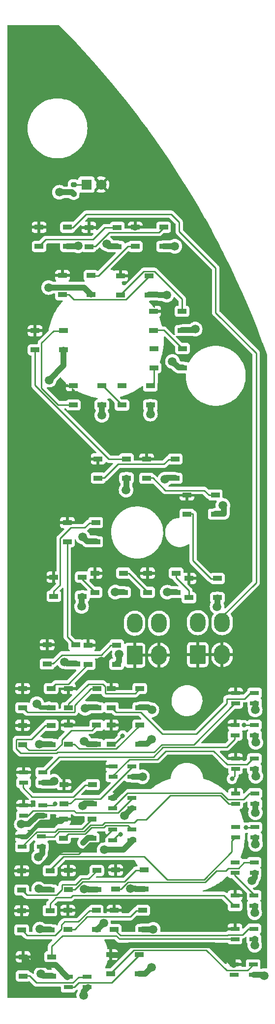
<source format=gbr>
%TF.GenerationSoftware,KiCad,Pcbnew,(6.0.9)*%
%TF.CreationDate,2022-12-26T23:22:05-09:00*%
%TF.ProjectId,PCB_ SPIN RCV PANEL,5043422c-2053-4504-994e-205243562050,rev?*%
%TF.SameCoordinates,Original*%
%TF.FileFunction,Copper,L1,Top*%
%TF.FilePolarity,Positive*%
%FSLAX46Y46*%
G04 Gerber Fmt 4.6, Leading zero omitted, Abs format (unit mm)*
G04 Created by KiCad (PCBNEW (6.0.9)) date 2022-12-26 23:22:05*
%MOMM*%
%LPD*%
G01*
G04 APERTURE LIST*
G04 Aperture macros list*
%AMRoundRect*
0 Rectangle with rounded corners*
0 $1 Rounding radius*
0 $2 $3 $4 $5 $6 $7 $8 $9 X,Y pos of 4 corners*
0 Add a 4 corners polygon primitive as box body*
4,1,4,$2,$3,$4,$5,$6,$7,$8,$9,$2,$3,0*
0 Add four circle primitives for the rounded corners*
1,1,$1+$1,$2,$3*
1,1,$1+$1,$4,$5*
1,1,$1+$1,$6,$7*
1,1,$1+$1,$8,$9*
0 Add four rect primitives between the rounded corners*
20,1,$1+$1,$2,$3,$4,$5,0*
20,1,$1+$1,$4,$5,$6,$7,0*
20,1,$1+$1,$6,$7,$8,$9,0*
20,1,$1+$1,$8,$9,$2,$3,0*%
G04 Aperture macros list end*
%TA.AperFunction,SMDPad,CuDef*%
%ADD10RoundRect,0.200000X-0.275000X0.200000X-0.275000X-0.200000X0.275000X-0.200000X0.275000X0.200000X0*%
%TD*%
%TA.AperFunction,ComponentPad*%
%ADD11R,1.800000X1.800000*%
%TD*%
%TA.AperFunction,ComponentPad*%
%ADD12C,1.800000*%
%TD*%
%TA.AperFunction,ComponentPad*%
%ADD13RoundRect,0.250001X-1.099999X-1.399999X1.099999X-1.399999X1.099999X1.399999X-1.099999X1.399999X0*%
%TD*%
%TA.AperFunction,ComponentPad*%
%ADD14O,2.700000X3.300000*%
%TD*%
%TA.AperFunction,SMDPad,CuDef*%
%ADD15R,1.500000X0.800000*%
%TD*%
%TA.AperFunction,SMDPad,CuDef*%
%ADD16R,1.500000X0.900000*%
%TD*%
%TA.AperFunction,ViaPad*%
%ADD17C,1.500000*%
%TD*%
%TA.AperFunction,ViaPad*%
%ADD18C,0.800000*%
%TD*%
%TA.AperFunction,Conductor*%
%ADD19C,1.000000*%
%TD*%
%TA.AperFunction,Conductor*%
%ADD20C,0.750000*%
%TD*%
%TA.AperFunction,Conductor*%
%ADD21C,0.250000*%
%TD*%
G04 APERTURE END LIST*
D10*
%TO.P,R1,1*%
%TO.N,Net-(D1-Pad1)*%
X242545000Y-21501600D03*
%TO.P,R1,2*%
%TO.N,/LEDGND*%
X242545000Y-23151600D03*
%TD*%
D11*
%TO.P,D1,1*%
%TO.N,Net-(D1-Pad1)*%
X244754000Y-21500000D03*
D12*
%TO.P,D1,2*%
%TO.N,/LED+5V*%
X247294000Y-21500000D03*
%TD*%
D13*
%TO.P,J1,1*%
%TO.N,/LED+5V*%
X263900000Y-102300000D03*
D14*
%TO.P,J1,2*%
X268100000Y-102300000D03*
%TO.P,J1,3*%
%TO.N,/LEDGND*%
X263900000Y-96800000D03*
%TO.P,J1,4*%
%TO.N,/DATAIN*%
X268100000Y-96800000D03*
%TD*%
D13*
%TO.P,J2,1*%
%TO.N,/LED+5V*%
X253035000Y-102400000D03*
D14*
%TO.P,J2,2*%
X257235000Y-102400000D03*
%TO.P,J2,3*%
%TO.N,/LEDGND*%
X253035000Y-96900000D03*
%TO.P,J2,4*%
%TO.N,/DATAOUT*%
X257235000Y-96900000D03*
%TD*%
D15*
%TO.P,D25,1*%
%TO.N,/LED+5V*%
X270410000Y-108885000D03*
%TO.P,D25,2*%
%TO.N,Net-(D25-Pad2)*%
X270410000Y-110665000D03*
%TO.P,D25,3*%
%TO.N,/LEDGND*%
X273690000Y-110665000D03*
%TO.P,D25,4*%
%TO.N,Net-(D24-Pad2)*%
X273690000Y-108885000D03*
%TD*%
%TO.P,D29,1*%
%TO.N,/LED+5V*%
X270366000Y-114387000D03*
%TO.P,D29,2*%
%TO.N,Net-(D29-Pad2)*%
X270366000Y-116167000D03*
%TO.P,D29,3*%
%TO.N,/LEDGND*%
X273646000Y-116167000D03*
%TO.P,D29,4*%
%TO.N,Net-(D28-Pad2)*%
X273646000Y-114387000D03*
%TD*%
%TO.P,D30,1*%
%TO.N,/LED+5V*%
X233948000Y-122565000D03*
%TO.P,D30,2*%
%TO.N,Net-(D30-Pad2)*%
X233948000Y-124345000D03*
%TO.P,D30,3*%
%TO.N,/LEDGND*%
X237228000Y-124345000D03*
%TO.P,D30,4*%
%TO.N,Net-(D29-Pad2)*%
X237228000Y-122565000D03*
%TD*%
%TO.P,D32,1*%
%TO.N,/LED+5V*%
X249315000Y-121524000D03*
%TO.P,D32,2*%
%TO.N,Net-(D32-Pad2)*%
X249315000Y-123304000D03*
%TO.P,D32,3*%
%TO.N,/LEDGND*%
X252595000Y-123304000D03*
%TO.P,D32,4*%
%TO.N,Net-(D31-Pad2)*%
X252595000Y-121524000D03*
%TD*%
%TO.P,D33,1*%
%TO.N,/LED+5V*%
X270397000Y-120178000D03*
%TO.P,D33,2*%
%TO.N,Net-(D33-Pad2)*%
X270397000Y-121958000D03*
%TO.P,D33,3*%
%TO.N,/LEDGND*%
X273677000Y-121958000D03*
%TO.P,D33,4*%
%TO.N,Net-(D32-Pad2)*%
X273677000Y-120178000D03*
%TD*%
%TO.P,D34,1*%
%TO.N,/LED+5V*%
X233933000Y-128193000D03*
%TO.P,D34,2*%
%TO.N,Net-(D34-Pad2)*%
X233933000Y-129973000D03*
%TO.P,D34,3*%
%TO.N,/LEDGND*%
X237213000Y-129973000D03*
%TO.P,D34,4*%
%TO.N,Net-(D33-Pad2)*%
X237213000Y-128193000D03*
%TD*%
%TO.P,D35,1*%
%TO.N,/LED+5V*%
X249289000Y-126960000D03*
%TO.P,D35,2*%
%TO.N,Net-(D35-Pad2)*%
X249289000Y-128740000D03*
%TO.P,D35,3*%
%TO.N,/LEDGND*%
X252569000Y-128740000D03*
%TO.P,D35,4*%
%TO.N,Net-(D34-Pad2)*%
X252569000Y-126960000D03*
%TD*%
%TO.P,D36,1*%
%TO.N,/LED+5V*%
X270447000Y-126147000D03*
%TO.P,D36,2*%
%TO.N,Net-(D36-Pad2)*%
X270447000Y-127927000D03*
%TO.P,D36,3*%
%TO.N,/LEDGND*%
X273727000Y-127927000D03*
%TO.P,D36,4*%
%TO.N,Net-(D35-Pad2)*%
X273727000Y-126147000D03*
%TD*%
%TO.P,D37,1*%
%TO.N,/LED+5V*%
X233728000Y-133577000D03*
%TO.P,D37,2*%
%TO.N,Net-(D37-Pad2)*%
X233728000Y-135357000D03*
%TO.P,D37,3*%
%TO.N,/LEDGND*%
X237008000Y-135357000D03*
%TO.P,D37,4*%
%TO.N,Net-(D36-Pad2)*%
X237008000Y-133577000D03*
%TD*%
%TO.P,D39,1*%
%TO.N,/LED+5V*%
X249264000Y-132395000D03*
%TO.P,D39,2*%
%TO.N,Net-(D39-Pad2)*%
X249264000Y-134175000D03*
%TO.P,D39,3*%
%TO.N,/LEDGND*%
X252544000Y-134175000D03*
%TO.P,D39,4*%
%TO.N,Net-(D38-Pad2)*%
X252544000Y-132395000D03*
%TD*%
%TO.P,D40,1*%
%TO.N,/LED+5V*%
X270470000Y-131952000D03*
%TO.P,D40,2*%
%TO.N,Net-(D40-Pad2)*%
X270470000Y-133732000D03*
%TO.P,D40,3*%
%TO.N,/LEDGND*%
X273750000Y-133732000D03*
%TO.P,D40,4*%
%TO.N,Net-(D39-Pad2)*%
X273750000Y-131952000D03*
%TD*%
%TO.P,D44,1*%
%TO.N,/LED+5V*%
X270332000Y-138022000D03*
%TO.P,D44,2*%
%TO.N,Net-(D44-Pad2)*%
X270332000Y-139802000D03*
%TO.P,D44,3*%
%TO.N,/LEDGND*%
X273612000Y-139802000D03*
%TO.P,D44,4*%
%TO.N,Net-(D43-Pad2)*%
X273612000Y-138022000D03*
%TD*%
%TO.P,D45,1*%
%TO.N,/LED+5V*%
X270318000Y-143712000D03*
%TO.P,D45,2*%
%TO.N,Net-(D45-Pad2)*%
X270318000Y-145492000D03*
%TO.P,D45,3*%
%TO.N,/LEDGND*%
X273598000Y-145492000D03*
%TO.P,D45,4*%
%TO.N,Net-(D44-Pad2)*%
X273598000Y-143712000D03*
%TD*%
%TO.P,D49,1*%
%TO.N,/LED+5V*%
X270306000Y-149427000D03*
%TO.P,D49,2*%
%TO.N,Net-(D49-Pad2)*%
X270306000Y-151207000D03*
%TO.P,D49,3*%
%TO.N,/LEDGND*%
X273586000Y-151207000D03*
%TO.P,D49,4*%
%TO.N,Net-(D48-Pad2)*%
X273586000Y-149427000D03*
%TD*%
%TO.P,D51,1*%
%TO.N,/LED+5V*%
X241604000Y-157707000D03*
%TO.P,D51,2*%
%TO.N,Net-(D51-Pad2)*%
X241604000Y-159487000D03*
%TO.P,D51,3*%
%TO.N,/LEDGND*%
X244884000Y-159487000D03*
%TO.P,D51,4*%
%TO.N,Net-(D50-Pad2)*%
X244884000Y-157707000D03*
%TD*%
%TO.P,D53,1*%
%TO.N,/LED+5V*%
X270168000Y-155585000D03*
%TO.P,D53,2*%
%TO.N,Net-(D53-Pad2)*%
X270168000Y-157365000D03*
%TO.P,D53,3*%
%TO.N,/LEDGND*%
X273448000Y-157365000D03*
%TO.P,D53,4*%
%TO.N,Net-(D52-Pad2)*%
X273448000Y-155585000D03*
%TD*%
D16*
%TO.P,D2,1*%
%TO.N,/LED+5V*%
X236601000Y-28829800D03*
%TO.P,D2,2*%
%TO.N,Net-(D2-Pad2)*%
X236601000Y-32129800D03*
%TO.P,D2,3*%
%TO.N,/LEDGND*%
X241501000Y-32129800D03*
%TO.P,D2,4*%
%TO.N,/DATAIN*%
X241501000Y-28829800D03*
%TD*%
%TO.P,D3,1*%
%TO.N,/LED+5V*%
X245161000Y-28855600D03*
%TO.P,D3,2*%
%TO.N,Net-(D3-Pad2)*%
X245161000Y-32155600D03*
%TO.P,D3,3*%
%TO.N,/LEDGND*%
X250061000Y-32155600D03*
%TO.P,D3,4*%
%TO.N,Net-(D2-Pad2)*%
X250061000Y-28855600D03*
%TD*%
%TO.P,D4,1*%
%TO.N,/LED+5V*%
X253139000Y-28830200D03*
%TO.P,D4,2*%
%TO.N,Net-(D4-Pad2)*%
X253139000Y-32130200D03*
%TO.P,D4,3*%
%TO.N,/LEDGND*%
X258039000Y-32130200D03*
%TO.P,D4,4*%
%TO.N,Net-(D3-Pad2)*%
X258039000Y-28830200D03*
%TD*%
%TO.P,D5,1*%
%TO.N,/LED+5V*%
X240616000Y-37135600D03*
%TO.P,D5,2*%
%TO.N,Net-(D5-Pad2)*%
X240616000Y-40435600D03*
%TO.P,D5,3*%
%TO.N,/LEDGND*%
X245516000Y-40435600D03*
%TO.P,D5,4*%
%TO.N,Net-(D4-Pad2)*%
X245516000Y-37135600D03*
%TD*%
%TO.P,D6,1*%
%TO.N,/LED+5V*%
X250649000Y-37186800D03*
%TO.P,D6,2*%
%TO.N,Net-(D6-Pad2)*%
X250649000Y-40486800D03*
%TO.P,D6,3*%
%TO.N,/LEDGND*%
X255549000Y-40486800D03*
%TO.P,D6,4*%
%TO.N,Net-(D5-Pad2)*%
X255549000Y-37186800D03*
%TD*%
%TO.P,D7,1*%
%TO.N,/LED+5V*%
X256325000Y-43282600D03*
%TO.P,D7,2*%
%TO.N,Net-(D7-Pad2)*%
X256325000Y-46582600D03*
%TO.P,D7,3*%
%TO.N,/LEDGND*%
X261225000Y-46582600D03*
%TO.P,D7,4*%
%TO.N,Net-(D6-Pad2)*%
X261225000Y-43282600D03*
%TD*%
%TO.P,D8,1*%
%TO.N,/LED+5V*%
X256388000Y-49683600D03*
%TO.P,D8,2*%
%TO.N,Net-(D8-Pad2)*%
X256388000Y-52983600D03*
%TO.P,D8,3*%
%TO.N,/LEDGND*%
X261288000Y-52983600D03*
%TO.P,D8,4*%
%TO.N,Net-(D7-Pad2)*%
X261288000Y-49683600D03*
%TD*%
%TO.P,D9,1*%
%TO.N,/LED+5V*%
X250853000Y-56109800D03*
%TO.P,D9,2*%
%TO.N,Net-(D10-Pad4)*%
X250853000Y-59409800D03*
%TO.P,D9,3*%
%TO.N,/LEDGND*%
X255753000Y-59409800D03*
%TO.P,D9,4*%
%TO.N,Net-(D8-Pad2)*%
X255753000Y-56109800D03*
%TD*%
%TO.P,D10,1*%
%TO.N,/LED+5V*%
X242494000Y-56084000D03*
%TO.P,D10,2*%
%TO.N,Net-(D10-Pad2)*%
X242494000Y-59384000D03*
%TO.P,D10,3*%
%TO.N,/LEDGND*%
X247394000Y-59384000D03*
%TO.P,D10,4*%
%TO.N,Net-(D10-Pad4)*%
X247394000Y-56084000D03*
%TD*%
%TO.P,D11,1*%
%TO.N,/LED+5V*%
X235917000Y-46609800D03*
%TO.P,D11,2*%
%TO.N,Net-(D11-Pad2)*%
X235917000Y-49909800D03*
%TO.P,D11,3*%
%TO.N,/LEDGND*%
X240817000Y-49909800D03*
%TO.P,D11,4*%
%TO.N,Net-(D10-Pad2)*%
X240817000Y-46609800D03*
%TD*%
%TO.P,D12,1*%
%TO.N,/LED+5V*%
X246763000Y-68657000D03*
%TO.P,D12,2*%
%TO.N,Net-(D12-Pad2)*%
X246763000Y-71957000D03*
%TO.P,D12,3*%
%TO.N,/LEDGND*%
X251663000Y-71957000D03*
%TO.P,D12,4*%
%TO.N,Net-(D11-Pad2)*%
X251663000Y-68657000D03*
%TD*%
%TO.P,D13,1*%
%TO.N,/LED+5V*%
X255094000Y-68682400D03*
%TO.P,D13,2*%
%TO.N,Net-(D13-Pad2)*%
X255094000Y-71982400D03*
%TO.P,D13,3*%
%TO.N,/LEDGND*%
X259994000Y-71982400D03*
%TO.P,D13,4*%
%TO.N,Net-(D12-Pad2)*%
X259994000Y-68682400D03*
%TD*%
%TO.P,D14,1*%
%TO.N,/LED+5V*%
X262029000Y-74854600D03*
%TO.P,D14,2*%
%TO.N,Net-(D14-Pad2)*%
X262029000Y-78154600D03*
%TO.P,D14,3*%
%TO.N,/LEDGND*%
X266929000Y-78154600D03*
%TO.P,D14,4*%
%TO.N,Net-(D13-Pad2)*%
X266929000Y-74854600D03*
%TD*%
%TO.P,D15,1*%
%TO.N,/LED+5V*%
X262384000Y-89205600D03*
%TO.P,D15,2*%
%TO.N,Net-(D15-Pad2)*%
X262384000Y-92505600D03*
%TO.P,D15,3*%
%TO.N,/LEDGND*%
X267284000Y-92505600D03*
%TO.P,D15,4*%
%TO.N,Net-(D14-Pad2)*%
X267284000Y-89205600D03*
%TD*%
%TO.P,D16,1*%
%TO.N,/LED+5V*%
X255280000Y-88300000D03*
%TO.P,D16,2*%
%TO.N,Net-(D16-Pad2)*%
X255280000Y-91600000D03*
%TO.P,D16,3*%
%TO.N,/LEDGND*%
X260180000Y-91600000D03*
%TO.P,D16,4*%
%TO.N,Net-(D15-Pad2)*%
X260180000Y-88300000D03*
%TD*%
%TO.P,D17,1*%
%TO.N,/LED+5V*%
X246240000Y-88300000D03*
%TO.P,D17,2*%
%TO.N,Net-(D17-Pad2)*%
X246240000Y-91600000D03*
%TO.P,D17,3*%
%TO.N,/LEDGND*%
X251140000Y-91600000D03*
%TO.P,D17,4*%
%TO.N,Net-(D16-Pad2)*%
X251140000Y-88300000D03*
%TD*%
%TO.P,D18,1*%
%TO.N,/LED+5V*%
X239143000Y-88977000D03*
%TO.P,D18,2*%
%TO.N,Net-(D18-Pad2)*%
X239143000Y-92277000D03*
%TO.P,D18,3*%
%TO.N,/LEDGND*%
X244043000Y-92277000D03*
%TO.P,D18,4*%
%TO.N,Net-(D17-Pad2)*%
X244043000Y-88977000D03*
%TD*%
%TO.P,D19,1*%
%TO.N,/LED+5V*%
X241452000Y-79604400D03*
%TO.P,D19,2*%
%TO.N,Net-(D19-Pad2)*%
X241452000Y-82904400D03*
%TO.P,D19,3*%
%TO.N,/LEDGND*%
X246352000Y-82904400D03*
%TO.P,D19,4*%
%TO.N,Net-(D18-Pad2)*%
X246352000Y-79604400D03*
%TD*%
%TO.P,D20,1*%
%TO.N,/LED+5V*%
X237975000Y-100610000D03*
%TO.P,D20,2*%
%TO.N,Net-(D20-Pad2)*%
X237975000Y-103910000D03*
%TO.P,D20,3*%
%TO.N,/LEDGND*%
X242875000Y-103910000D03*
%TO.P,D20,4*%
%TO.N,Net-(D19-Pad2)*%
X242875000Y-100610000D03*
%TD*%
%TO.P,D21,1*%
%TO.N,/LED+5V*%
X245061000Y-100661000D03*
%TO.P,D21,2*%
%TO.N,Net-(D21-Pad2)*%
X245061000Y-103961000D03*
%TO.P,D21,3*%
%TO.N,/LEDGND*%
X249961000Y-103961000D03*
%TO.P,D21,4*%
%TO.N,Net-(D20-Pad2)*%
X249961000Y-100661000D03*
%TD*%
%TO.P,D22,1*%
%TO.N,/LED+5V*%
X233758000Y-108129000D03*
%TO.P,D22,2*%
%TO.N,Net-(D22-Pad2)*%
X233758000Y-111429000D03*
%TO.P,D22,3*%
%TO.N,/LEDGND*%
X238658000Y-111429000D03*
%TO.P,D22,4*%
%TO.N,Net-(D21-Pad2)*%
X238658000Y-108129000D03*
%TD*%
%TO.P,D23,1*%
%TO.N,/LED+5V*%
X241644000Y-108129000D03*
%TO.P,D23,2*%
%TO.N,Net-(D23-Pad2)*%
X241644000Y-111429000D03*
%TO.P,D23,3*%
%TO.N,/LEDGND*%
X246544000Y-111429000D03*
%TO.P,D23,4*%
%TO.N,Net-(D22-Pad2)*%
X246544000Y-108129000D03*
%TD*%
%TO.P,D24,1*%
%TO.N,/LED+5V*%
X249049000Y-108129000D03*
%TO.P,D24,2*%
%TO.N,Net-(D24-Pad2)*%
X249049000Y-111429000D03*
%TO.P,D24,3*%
%TO.N,/LEDGND*%
X253949000Y-111429000D03*
%TO.P,D24,4*%
%TO.N,Net-(D23-Pad2)*%
X253949000Y-108129000D03*
%TD*%
%TO.P,D26,1*%
%TO.N,/LED+5V*%
X233784000Y-114453000D03*
%TO.P,D26,2*%
%TO.N,Net-(D26-Pad2)*%
X233784000Y-117753000D03*
%TO.P,D26,3*%
%TO.N,/LEDGND*%
X238684000Y-117753000D03*
%TO.P,D26,4*%
%TO.N,Net-(D25-Pad2)*%
X238684000Y-114453000D03*
%TD*%
%TO.P,D27,1*%
%TO.N,/LED+5V*%
X241607000Y-114428000D03*
%TO.P,D27,2*%
%TO.N,Net-(D27-Pad2)*%
X241607000Y-117728000D03*
%TO.P,D27,3*%
%TO.N,/LEDGND*%
X246507000Y-117728000D03*
%TO.P,D27,4*%
%TO.N,Net-(D26-Pad2)*%
X246507000Y-114428000D03*
%TD*%
%TO.P,D28,1*%
%TO.N,/LED+5V*%
X249024000Y-114403000D03*
%TO.P,D28,2*%
%TO.N,Net-(D28-Pad2)*%
X249024000Y-117703000D03*
%TO.P,D28,3*%
%TO.N,/LEDGND*%
X253924000Y-117703000D03*
%TO.P,D28,4*%
%TO.N,Net-(D27-Pad2)*%
X253924000Y-114403000D03*
%TD*%
%TO.P,D31,1*%
%TO.N,/LED+5V*%
X240900000Y-124650000D03*
%TO.P,D31,2*%
%TO.N,Net-(D31-Pad2)*%
X240900000Y-127950000D03*
%TO.P,D31,3*%
%TO.N,/LEDGND*%
X245800000Y-127950000D03*
%TO.P,D31,4*%
%TO.N,Net-(D30-Pad2)*%
X245800000Y-124650000D03*
%TD*%
%TO.P,D38,1*%
%TO.N,/LED+5V*%
X240800000Y-130550000D03*
%TO.P,D38,2*%
%TO.N,Net-(D38-Pad2)*%
X240800000Y-133850000D03*
%TO.P,D38,3*%
%TO.N,/LEDGND*%
X245700000Y-133850000D03*
%TO.P,D38,4*%
%TO.N,Net-(D37-Pad2)*%
X245700000Y-130550000D03*
%TD*%
%TO.P,D41,1*%
%TO.N,/LED+5V*%
X233631000Y-139472000D03*
%TO.P,D41,2*%
%TO.N,Net-(D41-Pad2)*%
X233631000Y-142772000D03*
%TO.P,D41,3*%
%TO.N,/LEDGND*%
X238531000Y-142772000D03*
%TO.P,D41,4*%
%TO.N,Net-(D40-Pad2)*%
X238531000Y-139472000D03*
%TD*%
%TO.P,D42,1*%
%TO.N,/LED+5V*%
X241630000Y-139421000D03*
%TO.P,D42,2*%
%TO.N,Net-(D42-Pad2)*%
X241630000Y-142721000D03*
%TO.P,D42,3*%
%TO.N,/LEDGND*%
X246530000Y-142721000D03*
%TO.P,D42,4*%
%TO.N,Net-(D41-Pad2)*%
X246530000Y-139421000D03*
%TD*%
%TO.P,D43,1*%
%TO.N,/LED+5V*%
X249797000Y-139320000D03*
%TO.P,D43,2*%
%TO.N,Net-(D43-Pad2)*%
X249797000Y-142620000D03*
%TO.P,D43,3*%
%TO.N,/LEDGND*%
X254697000Y-142620000D03*
%TO.P,D43,4*%
%TO.N,Net-(D42-Pad2)*%
X254697000Y-139320000D03*
%TD*%
%TO.P,D46,1*%
%TO.N,/LED+5V*%
X233578000Y-146331000D03*
%TO.P,D46,2*%
%TO.N,Net-(D46-Pad2)*%
X233578000Y-149631000D03*
%TO.P,D46,3*%
%TO.N,/LEDGND*%
X238478000Y-149631000D03*
%TO.P,D46,4*%
%TO.N,Net-(D45-Pad2)*%
X238478000Y-146331000D03*
%TD*%
%TO.P,D47,1*%
%TO.N,/LED+5V*%
X241531000Y-146254000D03*
%TO.P,D47,2*%
%TO.N,Net-(D47-Pad2)*%
X241531000Y-149554000D03*
%TO.P,D47,3*%
%TO.N,/LEDGND*%
X246431000Y-149554000D03*
%TO.P,D47,4*%
%TO.N,Net-(D46-Pad2)*%
X246431000Y-146254000D03*
%TD*%
%TO.P,D48,1*%
%TO.N,/LED+5V*%
X249532000Y-146254000D03*
%TO.P,D48,2*%
%TO.N,Net-(D48-Pad2)*%
X249532000Y-149554000D03*
%TO.P,D48,3*%
%TO.N,/LEDGND*%
X254432000Y-149554000D03*
%TO.P,D48,4*%
%TO.N,Net-(D47-Pad2)*%
X254432000Y-146254000D03*
%TD*%
%TO.P,D50,1*%
%TO.N,/LED+5V*%
X233858000Y-154255000D03*
%TO.P,D50,2*%
%TO.N,Net-(D50-Pad2)*%
X233858000Y-157555000D03*
%TO.P,D50,3*%
%TO.N,/LEDGND*%
X238758000Y-157555000D03*
%TO.P,D50,4*%
%TO.N,Net-(D49-Pad2)*%
X238758000Y-154255000D03*
%TD*%
%TO.P,D52,1*%
%TO.N,/LED+5V*%
X248897000Y-153874000D03*
%TO.P,D52,2*%
%TO.N,Net-(D52-Pad2)*%
X248897000Y-157174000D03*
%TO.P,D52,3*%
%TO.N,/LEDGND*%
X253797000Y-157174000D03*
%TO.P,D52,4*%
%TO.N,Net-(D51-Pad2)*%
X253797000Y-153874000D03*
%TD*%
D17*
%TO.N,/LEDGND*%
X273900000Y-117400000D03*
X255927500Y-156045800D03*
X244376200Y-117162500D03*
X256245000Y-149501600D03*
X273800000Y-111800000D03*
X275344500Y-157464900D03*
X243914500Y-94021100D03*
X259550000Y-51900000D03*
X249720000Y-91550000D03*
X267244200Y-94052800D03*
X273200000Y-141150000D03*
X255750000Y-60950000D03*
X254389000Y-123289000D03*
X268233500Y-76664700D03*
X236704400Y-149486100D03*
D18*
X244200000Y-134631738D03*
D17*
X247400000Y-61150000D03*
X259961800Y-32102900D03*
X251275000Y-130025000D03*
X238250000Y-39200000D03*
X258276000Y-72119500D03*
X243331000Y-32017200D03*
X238350000Y-55100000D03*
X251567900Y-74006000D03*
X273696000Y-152246000D03*
X244067500Y-128275000D03*
X240087800Y-22830400D03*
X258550000Y-40500000D03*
X239162200Y-124071100D03*
X236661700Y-117681800D03*
X252306000Y-142477100D03*
X273860000Y-134890000D03*
X236945800Y-157128900D03*
X244286100Y-160855000D03*
X250398500Y-102181200D03*
X244127200Y-82082800D03*
X236526800Y-142553100D03*
X273900000Y-123200000D03*
X263468200Y-46339000D03*
X244326500Y-142622200D03*
X244537400Y-111544800D03*
X248261600Y-31716800D03*
X273700000Y-146650000D03*
X240968400Y-103531600D03*
X255991000Y-116864800D03*
X256003500Y-111814300D03*
X247700000Y-148450000D03*
X273837000Y-129463000D03*
X236220000Y-110744000D03*
X236521400Y-137090700D03*
X247800000Y-135850000D03*
X258660000Y-91570000D03*
X233550000Y-131450000D03*
%TO.N,/LED+5V*%
X247286000Y-103422800D03*
D18*
%TO.N,Net-(D28-Pad2)*%
X271835400Y-114441400D03*
X250985600Y-116242600D03*
%TO.N,Net-(D33-Pad2)*%
X269800000Y-123650000D03*
X239400000Y-127950000D03*
%TO.N,Net-(D39-Pad2)*%
X250650000Y-133200000D03*
X272200000Y-132050000D03*
%TD*%
D19*
%TO.N,/LEDGND*%
X273837000Y-129463000D02*
X273837000Y-129463000D01*
X273900000Y-123200000D02*
X273787000Y-123087000D01*
X273900000Y-117400000D02*
X273756000Y-117256000D01*
X273800000Y-111800000D02*
X273800000Y-111800000D01*
X233550000Y-131450000D02*
X233550000Y-131450000D01*
X244200000Y-134631738D02*
X244200000Y-134631738D01*
X273200000Y-141150000D02*
X273200000Y-141150000D01*
X273700000Y-146650000D02*
X273708000Y-146642000D01*
X273696000Y-152246000D02*
X273696000Y-152246000D01*
X273860000Y-134890000D02*
X273860000Y-134990000D01*
X254389000Y-123289000D02*
X254389000Y-123289000D01*
X247400000Y-61150000D02*
X247394000Y-61144000D01*
X255750000Y-60950000D02*
X255753000Y-60947000D01*
X247800000Y-135850000D02*
X247800000Y-135850000D01*
X251275000Y-130025000D02*
X251150000Y-130150000D01*
X258550000Y-40500000D02*
X258486800Y-40436800D01*
X238350000Y-55100000D02*
X238350000Y-55100000D01*
X238250000Y-39200000D02*
X238264401Y-39185599D01*
X259550000Y-51900000D02*
X259600000Y-51900000D01*
X247700000Y-148450000D02*
X247700000Y-148450000D01*
D20*
X236220000Y-110744000D02*
X236220000Y-110744000D01*
D19*
X249720000Y-91550000D02*
X249720000Y-91550000D01*
X258660000Y-91570000D02*
X258680000Y-91550000D01*
X244927900Y-111544800D02*
X245093700Y-111379000D01*
D20*
X238658000Y-111379000D02*
X238379000Y-111379000D01*
D19*
X273696000Y-151192000D02*
X273696000Y-152246000D01*
X275173200Y-157464900D02*
X275058300Y-157350000D01*
X245031738Y-133800000D02*
X244200000Y-134631738D01*
X246530000Y-142671000D02*
X245079700Y-142671000D01*
X273837000Y-127912000D02*
X273837000Y-129463000D01*
X244286100Y-160855000D02*
X244286100Y-160179900D01*
X245030900Y-142622200D02*
X245079700Y-142671000D01*
X251150000Y-135850000D02*
X247800000Y-135850000D01*
X240817000Y-52633000D02*
X238350000Y-55100000D01*
X245700000Y-133800000D02*
X245031738Y-133800000D01*
X273860000Y-133717000D02*
X273860000Y-134890000D01*
X273722000Y-140628000D02*
X273200000Y-141150000D01*
X273558000Y-157350000D02*
X275058300Y-157350000D01*
X236704400Y-149486100D02*
X236799300Y-149581000D01*
X253797000Y-157124000D02*
X254849300Y-157124000D01*
X261288000Y-52933600D02*
X260633600Y-52933600D01*
X236308002Y-129958000D02*
X234816002Y-131450000D01*
X240087800Y-22830400D02*
X242261300Y-22830400D01*
X244541200Y-117162500D02*
X245056700Y-117678000D01*
X248261600Y-31716800D02*
X248610700Y-32065900D01*
X256003500Y-111814300D02*
X255834600Y-111814300D01*
X238684000Y-117703000D02*
X237233700Y-117703000D01*
D20*
X236855000Y-111379000D02*
X236220000Y-110744000D01*
D19*
X236799300Y-149581000D02*
X238478000Y-149581000D01*
X267244200Y-94052800D02*
X267284000Y-94013000D01*
X237212500Y-117681800D02*
X237233700Y-117703000D01*
X242875000Y-103860000D02*
X241424700Y-103860000D01*
X260180000Y-91550000D02*
X258660000Y-91570000D01*
X273708000Y-145477000D02*
X273700000Y-146650000D01*
X246431000Y-149504000D02*
X246646000Y-149504000D01*
X236526800Y-142553100D02*
X236911800Y-142553100D01*
X252306000Y-142477100D02*
X253153800Y-142477100D01*
X252679000Y-128725000D02*
X252575000Y-128725000D01*
X251140000Y-91550000D02*
X249720000Y-91550000D01*
X247394000Y-59334000D02*
X247400000Y-61150000D01*
X237321900Y-157505000D02*
X236945800Y-157128900D01*
X253153800Y-142477100D02*
X253246700Y-142570000D01*
X243331000Y-32017200D02*
X243013900Y-32017200D01*
X259994000Y-71932400D02*
X258543700Y-71932400D01*
X273722000Y-139787000D02*
X273722000Y-140628000D01*
X237118000Y-136494100D02*
X236521400Y-137090700D01*
X275344500Y-157464900D02*
X275173200Y-157464900D01*
X244127200Y-82082800D02*
X244130100Y-82082800D01*
X236911800Y-142553100D02*
X237080700Y-142722000D01*
X241501000Y-32079800D02*
X242951300Y-32079800D01*
X244286100Y-160179900D02*
X244994000Y-159472000D01*
X256245000Y-149501600D02*
X255884700Y-149501600D01*
X255884700Y-149501600D02*
X255882300Y-149504000D01*
X242261300Y-22830400D02*
X242545000Y-23114100D01*
X252840000Y-134160000D02*
X251150000Y-135850000D01*
X244315999Y-39185599D02*
X239185599Y-39185599D01*
X251663000Y-71907000D02*
X251663000Y-73910900D01*
X255549000Y-40436800D02*
X258550000Y-40500000D01*
X237338000Y-124330000D02*
X238838300Y-124330000D01*
X268379300Y-76810500D02*
X268379300Y-78104600D01*
X237323000Y-129958000D02*
X236308002Y-129958000D01*
X244537400Y-111544800D02*
X244927900Y-111544800D01*
X238758000Y-157505000D02*
X237321900Y-157505000D01*
X234816002Y-131450000D02*
X233550000Y-131450000D01*
X252654000Y-134160000D02*
X252840000Y-134160000D01*
X246646000Y-149504000D02*
X247700000Y-148450000D01*
X254697000Y-142570000D02*
X253246700Y-142570000D01*
X250061000Y-32105600D02*
X248610700Y-32105600D01*
X250398500Y-102181200D02*
X250398500Y-103473500D01*
X266929000Y-78104600D02*
X268379300Y-78104600D01*
X241096300Y-103531600D02*
X241424700Y-103860000D01*
X258039000Y-32080200D02*
X259489300Y-32080200D01*
X260633600Y-52933600D02*
X259550000Y-51900000D01*
X267284000Y-94013000D02*
X267284000Y-92455600D01*
X243013900Y-32017200D02*
X242951300Y-32079800D01*
X243914500Y-92355500D02*
X244043000Y-92227000D01*
X239162200Y-124071100D02*
X239097200Y-124071100D01*
X254849300Y-157124000D02*
X255927500Y-156045800D01*
X254432000Y-149504000D02*
X255882300Y-149504000D01*
X259961800Y-32102900D02*
X259512000Y-32102900D01*
X259512000Y-32102900D02*
X259489300Y-32080200D01*
X238531000Y-142722000D02*
X237080700Y-142722000D01*
X248610700Y-32065900D02*
X248610700Y-32105600D01*
X255753000Y-59359800D02*
X255750000Y-60950000D01*
X250398500Y-103473500D02*
X249961000Y-103911000D01*
X236661700Y-117681800D02*
X237212500Y-117681800D01*
X258356600Y-72119500D02*
X258543700Y-71932400D01*
X273756000Y-116152000D02*
X273900000Y-117400000D01*
X252705000Y-123289000D02*
X254389000Y-123289000D01*
X244130100Y-82082800D02*
X244901700Y-82854400D01*
X245800000Y-127900000D02*
X244442500Y-127900000D01*
X243914500Y-94021100D02*
X243914500Y-92355500D01*
X239097200Y-124071100D02*
X238838300Y-124330000D01*
X246507000Y-117678000D02*
X245056700Y-117678000D01*
X255834600Y-111814300D02*
X255399300Y-111379000D01*
X246352000Y-82854400D02*
X244901700Y-82854400D01*
X253924000Y-117653000D02*
X255202800Y-117653000D01*
X244376200Y-117162500D02*
X244541200Y-117162500D01*
D20*
X238379000Y-111379000D02*
X238252000Y-111252000D01*
D19*
X268233500Y-76664700D02*
X268379300Y-76810500D01*
X237118000Y-135342000D02*
X237118000Y-136494100D01*
X273800000Y-110650000D02*
X273800000Y-111800000D01*
X273787000Y-121943000D02*
X273900000Y-123200000D01*
X245516000Y-40385600D02*
X244315999Y-39185599D01*
D20*
X238658000Y-111379000D02*
X236855000Y-111379000D01*
D19*
X244326500Y-142622200D02*
X245030900Y-142622200D01*
X263274600Y-46532600D02*
X263468200Y-46339000D01*
X240817000Y-49859800D02*
X240817000Y-52633000D01*
X252575000Y-128725000D02*
X251275000Y-130025000D01*
X244442500Y-127900000D02*
X244067500Y-128275000D01*
X246544000Y-111379000D02*
X245093700Y-111379000D01*
X253949000Y-111379000D02*
X255399300Y-111379000D01*
X240968400Y-103531600D02*
X241096300Y-103531600D01*
X258276000Y-72119500D02*
X258356600Y-72119500D01*
X255202800Y-117653000D02*
X255991000Y-116864800D01*
X251663000Y-73910900D02*
X251567900Y-74006000D01*
X261225000Y-46532600D02*
X263274600Y-46532600D01*
X239185599Y-39185599D02*
X238250000Y-39200000D01*
%TO.N,/LED+5V*%
X249453000Y-126975000D02*
X251460000Y-124968000D01*
X253139000Y-28880200D02*
X253069800Y-28880200D01*
D20*
X233618000Y-133592000D02*
X234378038Y-133592000D01*
D21*
X238653112Y-136549990D02*
X235681102Y-139522000D01*
X243448488Y-136549990D02*
X238653112Y-136549990D01*
D19*
X241494000Y-157722000D02*
X239450899Y-155678899D01*
D21*
X245373477Y-134625001D02*
X243448488Y-136549990D01*
D20*
X240366990Y-131033010D02*
X240800000Y-130600000D01*
D19*
X252116110Y-152233890D02*
X266691890Y-152233890D01*
X235231899Y-155678899D02*
X233858000Y-154305000D01*
X239450899Y-155678899D02*
X235231899Y-155678899D01*
X266691890Y-152233890D02*
X270058000Y-155600000D01*
X250426000Y-153924000D02*
X252116110Y-152233890D01*
D20*
X236937028Y-131033010D02*
X240366990Y-131033010D01*
D21*
X249154000Y-132410000D02*
X246938999Y-134625001D01*
D19*
X249179000Y-126975000D02*
X249453000Y-126975000D01*
D21*
X235681102Y-139522000D02*
X233631000Y-139522000D01*
D20*
X234378038Y-133592000D02*
X236937028Y-131033010D01*
D19*
X248897000Y-153924000D02*
X250426000Y-153924000D01*
D21*
X246938999Y-134625001D02*
X245373477Y-134625001D01*
%TO.N,Net-(D1-Pad1)*%
X242584100Y-21500000D02*
X242545000Y-21539100D01*
X244754000Y-21500000D02*
X242584100Y-21500000D01*
%TO.N,Net-(D2-Pad2)*%
X245907801Y-30942199D02*
X237738601Y-30942199D01*
X250061000Y-28905600D02*
X247944400Y-28905600D01*
X237738601Y-30942199D02*
X236601000Y-32079800D01*
X247944400Y-28905600D02*
X245907801Y-30942199D01*
%TO.N,/DATAIN*%
X273954801Y-89945199D02*
X273954801Y-50454801D01*
X241501000Y-28879800D02*
X242420200Y-28879800D01*
X268100000Y-95800000D02*
X273954801Y-89945199D01*
X267000000Y-43500000D02*
X267000000Y-35850000D01*
X268100000Y-96800000D02*
X268100000Y-95800000D01*
X267000000Y-35850000D02*
X260700000Y-29550000D01*
X242420200Y-28879800D02*
X244700000Y-26600000D01*
X273954801Y-50454801D02*
X267000000Y-43500000D01*
X259350000Y-26600000D02*
X244700000Y-26600000D01*
X260700000Y-29550000D02*
X260700000Y-27950000D01*
X260700000Y-27950000D02*
X259350000Y-26600000D01*
%TO.N,Net-(D3-Pad2)*%
X248656797Y-29730601D02*
X257188599Y-29730601D01*
X245161000Y-32105600D02*
X246281798Y-32105600D01*
X246281798Y-32105600D02*
X248656797Y-29730601D01*
X257188599Y-29730601D02*
X258039000Y-28880200D01*
%TO.N,Net-(D4-Pad2)*%
X251921402Y-32080200D02*
X253139000Y-32080200D01*
X245516000Y-37185600D02*
X246816002Y-37185600D01*
X246816002Y-37185600D02*
X251921402Y-32080200D01*
%TO.N,Net-(D5-Pad2)*%
X255549000Y-37236800D02*
X255549000Y-37274000D01*
X241691300Y-40385600D02*
X240616000Y-40385600D01*
X255549000Y-37274000D02*
X251560800Y-41262200D01*
X251560800Y-41262200D02*
X242567900Y-41262200D01*
X242567900Y-41262200D02*
X241691300Y-40385600D01*
%TO.N,Net-(D6-Pad2)*%
X250649000Y-40396200D02*
X250649000Y-40436800D01*
X261225000Y-43332600D02*
X261225000Y-41196300D01*
X254633800Y-36411400D02*
X250649000Y-40396200D01*
X256440100Y-36411400D02*
X254633800Y-36411400D01*
X261225000Y-41196300D02*
X256440100Y-36411400D01*
%TO.N,Net-(D7-Pad2)*%
X258087000Y-46532600D02*
X261288000Y-49733600D01*
X256325000Y-46532600D02*
X258087000Y-46532600D01*
%TO.N,Net-(D8-Pad2)*%
X256388000Y-52933600D02*
X256388000Y-55524800D01*
X256388000Y-55524800D02*
X255753000Y-56159800D01*
%TO.N,Net-(D10-Pad4)*%
X247627200Y-56134000D02*
X250853000Y-59359800D01*
X247394000Y-56134000D02*
X247627200Y-56134000D01*
%TO.N,Net-(D10-Pad2)*%
X236992001Y-56464589D02*
X236992001Y-48742001D01*
X239861412Y-59334000D02*
X236992001Y-56464589D01*
X242494000Y-59334000D02*
X239861412Y-59334000D01*
X236992001Y-48742001D02*
X239074202Y-46659800D01*
X239074202Y-46659800D02*
X240817000Y-46659800D01*
%TO.N,Net-(D11-Pad2)*%
X248843000Y-68707000D02*
X251663000Y-68707000D01*
X235917000Y-56025998D02*
X248598002Y-68707000D01*
X235917000Y-49859800D02*
X235917000Y-56025998D01*
X248598002Y-68707000D02*
X248843000Y-68707000D01*
%TO.N,Net-(D12-Pad2)*%
X250187600Y-69557700D02*
X258093400Y-69557700D01*
X258093400Y-69557700D02*
X258918700Y-68732400D01*
X247838300Y-71907000D02*
X250187600Y-69557700D01*
X246763000Y-71907000D02*
X247838300Y-71907000D01*
X259994000Y-68732400D02*
X258918700Y-68732400D01*
%TO.N,Net-(D14-Pad2)*%
X263104300Y-78104600D02*
X263104300Y-86151200D01*
X262029000Y-78104600D02*
X263104300Y-78104600D01*
X267284000Y-89255600D02*
X266208700Y-89255600D01*
X263104300Y-86151200D02*
X266208700Y-89255600D01*
%TO.N,Net-(D15-Pad2)*%
X260180000Y-89100000D02*
X262384000Y-91304000D01*
X260180000Y-88350000D02*
X260180000Y-89100000D01*
X262384000Y-91304000D02*
X262384000Y-92455600D01*
%TO.N,Net-(D16-Pad2)*%
X252080000Y-88350000D02*
X255280000Y-91550000D01*
X251140000Y-88350000D02*
X252080000Y-88350000D01*
%TO.N,Net-(D17-Pad2)*%
X244043000Y-89027000D02*
X244043000Y-89353000D01*
X244043000Y-89353000D02*
X246240000Y-91550000D01*
%TO.N,Net-(D18-Pad2)*%
X240218300Y-82348000D02*
X242086600Y-80479700D01*
X246352000Y-79654400D02*
X245276700Y-79654400D01*
X242086600Y-80479700D02*
X244451400Y-80479700D01*
X239143000Y-91393600D02*
X240218300Y-90318300D01*
X240218300Y-90318300D02*
X240218300Y-82348000D01*
X244451400Y-80479700D02*
X245276700Y-79654400D01*
X239143000Y-92227000D02*
X239143000Y-91393600D01*
%TO.N,Net-(D19-Pad2)*%
X241452000Y-99237000D02*
X242875000Y-100660000D01*
X241452000Y-82854400D02*
X241452000Y-99237000D01*
%TO.N,Net-(D20-Pad2)*%
X248961000Y-100711000D02*
X247324201Y-102347799D01*
X247324201Y-102347799D02*
X240562501Y-102347799D01*
X239050300Y-103860000D02*
X237975000Y-103860000D01*
X240562501Y-102347799D02*
X239050300Y-103860000D01*
X249961000Y-100711000D02*
X248961000Y-100711000D01*
%TO.N,Net-(D21-Pad2)*%
X241618001Y-107353999D02*
X245061000Y-103911000D01*
X238658000Y-108179000D02*
X239483001Y-107353999D01*
X239483001Y-107353999D02*
X241618001Y-107353999D01*
%TO.N,Net-(D22-Pad2)*%
X242654001Y-112204001D02*
X234583001Y-112204001D01*
X234583001Y-112204001D02*
X233758000Y-111379000D01*
X246544000Y-108179000D02*
X245544000Y-108179000D01*
X242719001Y-111003999D02*
X242719001Y-112139001D01*
X245544000Y-108179000D02*
X242719001Y-111003999D01*
X242719001Y-112139001D02*
X242654001Y-112204001D01*
%TO.N,Net-(D23-Pad2)*%
X245096001Y-107353999D02*
X247554001Y-107353999D01*
X241644000Y-111379000D02*
X241644000Y-110806000D01*
X253123999Y-109004001D02*
X253949000Y-108179000D01*
X247973999Y-108939001D02*
X248038999Y-109004001D01*
X247554001Y-107353999D02*
X247973999Y-107773997D01*
X247973999Y-107773997D02*
X247973999Y-108939001D01*
X241644000Y-110806000D02*
X245096001Y-107353999D01*
X248038999Y-109004001D02*
X253123999Y-109004001D01*
%TO.N,Net-(D24-Pad2)*%
X257800000Y-115950000D02*
X263700000Y-115950000D01*
X254054001Y-112204001D02*
X257800000Y-115950000D01*
X268950001Y-109899999D02*
X271950001Y-109899999D01*
X268950001Y-110699999D02*
X268950001Y-109899999D01*
X249049000Y-111379000D02*
X249874001Y-112204001D01*
X272950000Y-108900000D02*
X273800000Y-108900000D01*
X249874001Y-112204001D02*
X254054001Y-112204001D01*
X263700000Y-115950000D02*
X268950001Y-110699999D01*
X271950001Y-109899999D02*
X272950000Y-108900000D01*
%TO.N,Net-(D26-Pad2)*%
X234837801Y-118756801D02*
X239465201Y-118756801D01*
X242146997Y-115303001D02*
X245681999Y-115303001D01*
X240531999Y-117690003D02*
X240531999Y-116917999D01*
X240531999Y-116917999D02*
X242146997Y-115303001D01*
X239465201Y-118756801D02*
X240531999Y-117690003D01*
X233784000Y-117703000D02*
X234837801Y-118756801D01*
X245681999Y-115303001D02*
X246507000Y-114478000D01*
%TO.N,Net-(D27-Pad2)*%
X253924000Y-114453000D02*
X253924000Y-114470200D01*
X249890900Y-118503300D02*
X243507600Y-118503300D01*
X243507600Y-118503300D02*
X242682300Y-117678000D01*
X253924000Y-114470200D02*
X249890900Y-118503300D01*
X242682300Y-117678000D02*
X241607000Y-117678000D01*
%TO.N,Net-(D28-Pad2)*%
X272591300Y-114441400D02*
X272630700Y-114402000D01*
X273756000Y-114402000D02*
X272630700Y-114402000D01*
X249024000Y-117653000D02*
X249575200Y-117653000D01*
X249575200Y-117653000D02*
X250985600Y-116242600D01*
X271835400Y-114441400D02*
X272591300Y-114441400D01*
%TO.N,Net-(D29-Pad2)*%
X270256000Y-116827000D02*
X268882990Y-118200010D01*
X256265210Y-119871200D02*
X240046800Y-119871200D01*
X240046800Y-119871200D02*
X237338000Y-122580000D01*
X268882990Y-118200010D02*
X257936400Y-118200010D01*
X257936400Y-118200010D02*
X256265210Y-119871200D01*
X270256000Y-116152000D02*
X270256000Y-116827000D01*
%TO.N,Net-(D30-Pad2)*%
X235410000Y-126750000D02*
X242488890Y-126750000D01*
X233838000Y-124330000D02*
X233838000Y-125178000D01*
X244538890Y-124700000D02*
X245800000Y-124700000D01*
X242488890Y-126750000D02*
X244538890Y-124700000D01*
X233838000Y-125178000D02*
X235410000Y-126750000D01*
%TO.N,Net-(D31-Pad2)*%
X241975300Y-127900000D02*
X242800600Y-127074700D01*
X240900000Y-127900000D02*
X241975300Y-127900000D01*
X247169300Y-127074700D02*
X252705000Y-121539000D01*
X242800600Y-127074700D02*
X247169300Y-127074700D01*
%TO.N,Net-(D32-Pad2)*%
X273357000Y-120193000D02*
X272357001Y-121192999D01*
X249205000Y-123228998D02*
X252112788Y-120321210D01*
X249205000Y-123228998D02*
X249205000Y-123289000D01*
X273787000Y-120193000D02*
X273407000Y-120193000D01*
X252112788Y-120321210D02*
X256928790Y-120321210D01*
X273787000Y-120193000D02*
X273357000Y-120193000D01*
X266650000Y-118850000D02*
X268992999Y-121192999D01*
X272357001Y-121192999D02*
X268992999Y-121192999D01*
X258400000Y-118850000D02*
X266650000Y-118850000D01*
X256928790Y-120321210D02*
X258400000Y-118850000D01*
%TO.N,Net-(D33-Pad2)*%
X269800000Y-123650000D02*
X269800000Y-123650000D01*
X270287000Y-121943000D02*
X270287000Y-123163000D01*
X239142000Y-128208000D02*
X239400000Y-127950000D01*
X270287000Y-123163000D02*
X269800000Y-123650000D01*
X237323000Y-128208000D02*
X239142000Y-128208000D01*
%TO.N,Net-(D34-Pad2)*%
X235574800Y-129124800D02*
X242609300Y-129124800D01*
X242959900Y-129475400D02*
X250207200Y-129475400D01*
X233823000Y-129958000D02*
X234741600Y-129958000D01*
X234741600Y-129958000D02*
X235574800Y-129124800D01*
X250207200Y-129475400D02*
X252679000Y-127003600D01*
X252679000Y-127003600D02*
X252679000Y-126975000D01*
X242609300Y-129124800D02*
X242959900Y-129475400D01*
%TO.N,Net-(D35-Pad2)*%
X267999000Y-126062890D02*
X251841110Y-126062890D01*
X272787000Y-126162000D02*
X271787001Y-127161999D01*
X269098109Y-127161999D02*
X267999000Y-126062890D01*
X251841110Y-126062890D02*
X249179000Y-128725000D01*
X273837000Y-126162000D02*
X272787000Y-126162000D01*
X271787001Y-127161999D02*
X269098109Y-127161999D01*
%TO.N,Net-(D36-Pad2)*%
X240064998Y-132700000D02*
X244328588Y-132700000D01*
X252959989Y-131209989D02*
X253534976Y-130635002D01*
X269211700Y-127912000D02*
X270337000Y-127912000D01*
X255063598Y-130635002D02*
X259185700Y-126512900D01*
X247907599Y-131209989D02*
X252959989Y-131209989D01*
X259185700Y-126512900D02*
X267812600Y-126512900D01*
X237118000Y-133592000D02*
X239172998Y-133592000D01*
X244328588Y-132700000D02*
X245428588Y-131600000D01*
X253534976Y-130635002D02*
X255063598Y-130635002D01*
X239172998Y-133592000D02*
X240064998Y-132700000D01*
X247517588Y-131600000D02*
X247907599Y-131209989D01*
X267812600Y-126512900D02*
X269211700Y-127912000D01*
X245428588Y-131600000D02*
X247517588Y-131600000D01*
%TO.N,Net-(D38-Pad2)*%
X244514990Y-133150008D02*
X245614998Y-132050000D01*
X241649992Y-133150008D02*
X244514990Y-133150008D01*
X251903999Y-131659999D02*
X252654000Y-132410000D01*
X240800000Y-133800000D02*
X241000000Y-133800000D01*
X248093999Y-131659999D02*
X251903999Y-131659999D01*
X241000000Y-133800000D02*
X241649992Y-133150008D01*
X247703998Y-132050000D02*
X248093999Y-131659999D01*
X245614998Y-132050000D02*
X247703998Y-132050000D01*
%TO.N,Net-(D39-Pad2)*%
X250650000Y-133200000D02*
X250650000Y-133200000D01*
X272200000Y-132050000D02*
X272283000Y-131967000D01*
X250650000Y-133200000D02*
X250650000Y-133200000D01*
X250350000Y-133200000D02*
X250650000Y-133200000D01*
X273860000Y-131967000D02*
X272200000Y-132050000D01*
X249154000Y-134160000D02*
X249439700Y-134160000D01*
X249154000Y-134160000D02*
X249390000Y-134160000D01*
X250150000Y-133400000D02*
X250350000Y-133200000D01*
X249390000Y-134160000D02*
X250150000Y-133400000D01*
%TO.N,Net-(D40-Pad2)*%
X238531000Y-139522000D02*
X238531000Y-139269000D01*
X269795990Y-134281010D02*
X270360000Y-133717000D01*
X264995990Y-140950000D02*
X269795990Y-136150000D01*
X258650000Y-140950000D02*
X264995990Y-140950000D01*
X240800000Y-137000000D02*
X254700000Y-137000000D01*
X269795990Y-136150000D02*
X269795990Y-134281010D01*
X238531000Y-139269000D02*
X240800000Y-137000000D01*
X254700000Y-137000000D02*
X258650000Y-140950000D01*
%TO.N,Net-(D41-Pad2)*%
X239571899Y-143628101D02*
X240554999Y-142645001D01*
X234537101Y-143628101D02*
X239571899Y-143628101D01*
X240554999Y-141910999D02*
X240665998Y-141800000D01*
X242939890Y-141800000D02*
X243895700Y-140844190D01*
X233631000Y-142722000D02*
X234537101Y-143628101D01*
X245156810Y-140844190D02*
X246530000Y-139471000D01*
X240554999Y-142645001D02*
X240554999Y-141910999D01*
X240665998Y-141800000D02*
X242939890Y-141800000D01*
X243895700Y-140844190D02*
X245156810Y-140844190D01*
%TO.N,Net-(D42-Pad2)*%
X254697000Y-139370000D02*
X253621700Y-139370000D01*
X253255500Y-139370000D02*
X251331300Y-141294200D01*
X251331300Y-141294200D02*
X244082100Y-141294200D01*
X241630000Y-142671000D02*
X242705300Y-142671000D01*
X253621700Y-139370000D02*
X253255500Y-139370000D01*
X244082100Y-141294200D02*
X242705300Y-142671000D01*
%TO.N,Net-(D43-Pad2)*%
X271913000Y-138037000D02*
X270913001Y-139036999D01*
X269161999Y-139036999D02*
X268732798Y-139466200D01*
X268732798Y-139466200D02*
X267116200Y-139466200D01*
X265180600Y-141401800D02*
X267116200Y-139466200D01*
X250692400Y-142570000D02*
X251860600Y-141401800D01*
X251860600Y-141401800D02*
X265180600Y-141401800D01*
X249797000Y-142570000D02*
X250692400Y-142570000D01*
X270913001Y-139036999D02*
X269161999Y-139036999D01*
X273722000Y-138037000D02*
X271913000Y-138037000D01*
%TO.N,Net-(D44-Pad2)*%
X270222000Y-140241000D02*
X273708000Y-143727000D01*
X270222000Y-139787000D02*
X270222000Y-140241000D01*
%TO.N,Net-(D45-Pad2)*%
X270147998Y-145477000D02*
X270208000Y-145477000D01*
X242026890Y-144078111D02*
X242407800Y-143697201D01*
X268402799Y-143697201D02*
X268402799Y-143731801D01*
X238478000Y-146381000D02*
X238478000Y-145122000D01*
X242407800Y-143697201D02*
X268402799Y-143697201D01*
X238478000Y-145122000D02*
X239521889Y-144078111D01*
X268402799Y-143731801D02*
X270147998Y-145477000D01*
X239521889Y-144078111D02*
X242026890Y-144078111D01*
%TO.N,Net-(D46-Pad2)*%
X234558101Y-150561101D02*
X239332901Y-150561101D01*
X233578000Y-149581000D02*
X234558101Y-150561101D01*
X240455999Y-148743999D02*
X240971798Y-148228200D01*
X245285100Y-146304000D02*
X245355700Y-146304000D01*
X243360900Y-148228200D02*
X245285100Y-146304000D01*
X240455999Y-149438003D02*
X240455999Y-148743999D01*
X245355700Y-146304000D02*
X246431000Y-146304000D01*
X239332901Y-150561101D02*
X240455999Y-149438003D01*
X240971798Y-148228200D02*
X243360900Y-148228200D01*
%TO.N,Net-(D47-Pad2)*%
X254432000Y-146304000D02*
X253356700Y-146304000D01*
X241531000Y-149504000D02*
X242722000Y-149504000D01*
X252308000Y-147352700D02*
X253356700Y-146304000D01*
X244873300Y-147352700D02*
X252308000Y-147352700D01*
X242722000Y-149504000D02*
X244873300Y-147352700D01*
%TO.N,Net-(D48-Pad2)*%
X250604601Y-150576601D02*
X269001397Y-150576601D01*
X272608000Y-149442000D02*
X271608001Y-150441999D01*
X249532000Y-149504000D02*
X250604601Y-150576601D01*
X269135999Y-150441999D02*
X271608001Y-150441999D01*
X273696000Y-149442000D02*
X272608000Y-149442000D01*
X269001397Y-150576601D02*
X269135999Y-150441999D01*
%TO.N,Net-(D50-Pad2)*%
X242400000Y-158721999D02*
X236150299Y-158721999D01*
X243399999Y-157722000D02*
X242400000Y-158721999D01*
X236150299Y-158721999D02*
X234933300Y-157505000D01*
X234933300Y-157505000D02*
X233858000Y-157505000D01*
X244994000Y-157722000D02*
X243399999Y-157722000D01*
%TO.N,Net-(D51-Pad2)*%
X253797000Y-153924000D02*
X253797000Y-153949200D01*
X249099500Y-158646700D02*
X243444600Y-158646700D01*
X243444600Y-158646700D02*
X242619300Y-159472000D01*
X242619300Y-159472000D02*
X241494000Y-159472000D01*
X253797000Y-153949200D02*
X249099500Y-158646700D01*
%TO.N,Net-(D52-Pad2)*%
X265391100Y-153058900D02*
X252926600Y-153058900D01*
X268932199Y-156599999D02*
X265391100Y-153058900D01*
X273558000Y-155600000D02*
X273450000Y-155600000D01*
X252926600Y-153058900D02*
X248897000Y-157088500D01*
X272450001Y-156599999D02*
X268932199Y-156599999D01*
X273450000Y-155600000D02*
X272450001Y-156599999D01*
X248897000Y-157088500D02*
X248897000Y-157124000D01*
%TO.N,Net-(D13-Pad2)*%
X255094000Y-71932400D02*
X256169300Y-71932400D01*
X265028400Y-74079300D02*
X265853700Y-74904600D01*
X256169300Y-71932400D02*
X258316200Y-74079300D01*
X258316200Y-74079300D02*
X265028400Y-74079300D01*
X266929000Y-74904600D02*
X265853700Y-74904600D01*
%TO.N,Net-(D25-Pad2)*%
X232773999Y-116877999D02*
X235309001Y-116877999D01*
X263200000Y-117750000D02*
X257750000Y-117750000D01*
X256400000Y-119100000D02*
X239758412Y-119100000D01*
X239758412Y-119100000D02*
X239651602Y-119206810D01*
X270300000Y-110650000D02*
X263200000Y-117750000D01*
X235309001Y-116877999D02*
X237684000Y-114503000D01*
X232708999Y-116942999D02*
X232773999Y-116877999D01*
X237684000Y-114503000D02*
X238684000Y-114503000D01*
X233452808Y-119206810D02*
X232708999Y-118463001D01*
X257750000Y-117750000D02*
X256400000Y-119100000D01*
X232708999Y-118463001D02*
X232708999Y-116942999D01*
X239651602Y-119206810D02*
X233452808Y-119206810D01*
%TO.N,Net-(D37-Pad2)*%
X244050010Y-132249990D02*
X245700000Y-130600000D01*
X233618000Y-135342000D02*
X236210000Y-132750000D01*
X239378588Y-132750000D02*
X239878598Y-132249990D01*
X239878598Y-132249990D02*
X244050010Y-132249990D01*
X236210000Y-132750000D02*
X239378588Y-132750000D01*
%TO.N,Net-(D49-Pad2)*%
X250442000Y-151192000D02*
X270196000Y-151192000D01*
X238758000Y-152442000D02*
X240600000Y-150600000D01*
X238758000Y-154305000D02*
X238758000Y-152442000D01*
X240600000Y-150600000D02*
X249850000Y-150600000D01*
X249850000Y-150600000D02*
X250442000Y-151192000D01*
%TD*%
%TA.AperFunction,Conductor*%
%TO.N,/LED+5V*%
G36*
X239949682Y5923562D02*
G01*
X239971078Y5906236D01*
X241436794Y4426553D01*
X241438152Y4425161D01*
X243060777Y2735702D01*
X243062113Y2734289D01*
X244658468Y1019987D01*
X244659782Y1018553D01*
X246229430Y-720118D01*
X246230722Y-721571D01*
X247773376Y-2484293D01*
X247774646Y-2485766D01*
X249289975Y-4272164D01*
X249291221Y-4273657D01*
X250778706Y-6083119D01*
X250779930Y-6084631D01*
X251638369Y-7162372D01*
X252239349Y-7916883D01*
X252240549Y-7918413D01*
X253671539Y-9773005D01*
X253672715Y-9774554D01*
X254214032Y-10498959D01*
X254879392Y-11389361D01*
X255074887Y-11650978D01*
X255076014Y-11652512D01*
X255531804Y-12282511D01*
X256449082Y-13550388D01*
X256450209Y-13551970D01*
X257569082Y-15149857D01*
X257793785Y-15470761D01*
X257794888Y-15472363D01*
X259108731Y-17411723D01*
X259109809Y-17413342D01*
X260393503Y-19372659D01*
X260394556Y-19374293D01*
X261581151Y-21247863D01*
X261647895Y-21353249D01*
X261648900Y-21354863D01*
X262868740Y-23348341D01*
X262871579Y-23352981D01*
X262872556Y-23354607D01*
X264064238Y-25371338D01*
X264065155Y-25372917D01*
X265137578Y-27253502D01*
X265225598Y-27407852D01*
X265226530Y-27409517D01*
X266339352Y-29432891D01*
X266355376Y-29462027D01*
X266356282Y-29463704D01*
X266890762Y-30472068D01*
X267453314Y-31533394D01*
X267454212Y-31535119D01*
X268010279Y-32624517D01*
X268303659Y-33199281D01*
X268519205Y-33621561D01*
X268520069Y-33623288D01*
X269545556Y-35711306D01*
X269552675Y-35725802D01*
X269553512Y-35727539D01*
X270363724Y-37443676D01*
X270553570Y-37845794D01*
X270554387Y-37847559D01*
X271521648Y-39981035D01*
X271522437Y-39982813D01*
X272456612Y-42130863D01*
X272457374Y-42132652D01*
X273358316Y-44294941D01*
X273359050Y-44296742D01*
X274201559Y-46410085D01*
X274226504Y-46472658D01*
X274227201Y-46474446D01*
X275039650Y-48607525D01*
X275060975Y-48663514D01*
X275061648Y-48665323D01*
X275085086Y-48729836D01*
X275825049Y-50766565D01*
X275832623Y-50809590D01*
X275832623Y-156128590D01*
X275812621Y-156196711D01*
X275758965Y-156243204D01*
X275688691Y-156253308D01*
X275674012Y-156250297D01*
X275569184Y-156222208D01*
X275569177Y-156222207D01*
X275563871Y-156220785D01*
X275344500Y-156201593D01*
X275125129Y-156220785D01*
X274912424Y-156277780D01*
X274907444Y-156280102D01*
X274907439Y-156280104D01*
X274878103Y-156293784D01*
X274856378Y-156303915D01*
X274851276Y-156306294D01*
X274781085Y-156316955D01*
X274716272Y-156287975D01*
X274677415Y-156228556D01*
X274676852Y-156157561D01*
X274680044Y-156147870D01*
X274696971Y-156102718D01*
X274696973Y-156102712D01*
X274699745Y-156095316D01*
X274706500Y-156033134D01*
X274706500Y-155136866D01*
X274699745Y-155074684D01*
X274648615Y-154938295D01*
X274561261Y-154821739D01*
X274444705Y-154734385D01*
X274308316Y-154683255D01*
X274246134Y-154676500D01*
X272649866Y-154676500D01*
X272587684Y-154683255D01*
X272451295Y-154734385D01*
X272334739Y-154821739D01*
X272247385Y-154938295D01*
X272196255Y-155074684D01*
X272189500Y-155136866D01*
X272189500Y-155840499D01*
X272169498Y-155908620D01*
X272115842Y-155955113D01*
X272063500Y-155966499D01*
X271552000Y-155966499D01*
X271483879Y-155946497D01*
X271437386Y-155892841D01*
X271433258Y-155873865D01*
X271431104Y-155874498D01*
X271421525Y-155841876D01*
X271420135Y-155840671D01*
X271412452Y-155839000D01*
X270040000Y-155839000D01*
X269971879Y-155818998D01*
X269925386Y-155765342D01*
X269914000Y-155713000D01*
X269914000Y-155312885D01*
X270422000Y-155312885D01*
X270426475Y-155328124D01*
X270427865Y-155329329D01*
X270435548Y-155331000D01*
X271407884Y-155331000D01*
X271423123Y-155326525D01*
X271424328Y-155325135D01*
X271425999Y-155317452D01*
X271425999Y-155140331D01*
X271425629Y-155133510D01*
X271420105Y-155082648D01*
X271416479Y-155067396D01*
X271371324Y-154946946D01*
X271362786Y-154931351D01*
X271286285Y-154829276D01*
X271273724Y-154816715D01*
X271171649Y-154740214D01*
X271156054Y-154731676D01*
X271035606Y-154686522D01*
X271020351Y-154682895D01*
X270969486Y-154677369D01*
X270962672Y-154677000D01*
X270440115Y-154677000D01*
X270424876Y-154681475D01*
X270423671Y-154682865D01*
X270422000Y-154690548D01*
X270422000Y-155312885D01*
X269914000Y-155312885D01*
X269914000Y-154695116D01*
X269909525Y-154679877D01*
X269908135Y-154678672D01*
X269900452Y-154677001D01*
X269373331Y-154677001D01*
X269366510Y-154677371D01*
X269315648Y-154682895D01*
X269300396Y-154686521D01*
X269179946Y-154731676D01*
X269164351Y-154740214D01*
X269062276Y-154816715D01*
X269049715Y-154829276D01*
X268973214Y-154931351D01*
X268964676Y-154946946D01*
X268919522Y-155067394D01*
X268915895Y-155082649D01*
X268910369Y-155133514D01*
X268910000Y-155140328D01*
X268910000Y-155377705D01*
X268889998Y-155445826D01*
X268836342Y-155492319D01*
X268766068Y-155502423D01*
X268701488Y-155472929D01*
X268694905Y-155466800D01*
X265894752Y-152666647D01*
X265887212Y-152658361D01*
X265883100Y-152651882D01*
X265833448Y-152605256D01*
X265830607Y-152602502D01*
X265810870Y-152582765D01*
X265807673Y-152580285D01*
X265798651Y-152572580D01*
X265785222Y-152559969D01*
X265766421Y-152542314D01*
X265759475Y-152538495D01*
X265759472Y-152538493D01*
X265748666Y-152532552D01*
X265732147Y-152521701D01*
X265731683Y-152521341D01*
X265716141Y-152509286D01*
X265708872Y-152506141D01*
X265708868Y-152506138D01*
X265675563Y-152491726D01*
X265664913Y-152486509D01*
X265626160Y-152465205D01*
X265606537Y-152460167D01*
X265587834Y-152453763D01*
X265576520Y-152448867D01*
X265576519Y-152448867D01*
X265569245Y-152445719D01*
X265561422Y-152444480D01*
X265561412Y-152444477D01*
X265525576Y-152438801D01*
X265513956Y-152436395D01*
X265478811Y-152427372D01*
X265478810Y-152427372D01*
X265471130Y-152425400D01*
X265450876Y-152425400D01*
X265431165Y-152423849D01*
X265418986Y-152421920D01*
X265411157Y-152420680D01*
X265381886Y-152423447D01*
X265367139Y-152424841D01*
X265355281Y-152425400D01*
X253005367Y-152425400D01*
X252994184Y-152424873D01*
X252986691Y-152423198D01*
X252978765Y-152423447D01*
X252978764Y-152423447D01*
X252918601Y-152425338D01*
X252914643Y-152425400D01*
X252886744Y-152425400D01*
X252882754Y-152425904D01*
X252870920Y-152426836D01*
X252826711Y-152428226D01*
X252819097Y-152430438D01*
X252819092Y-152430439D01*
X252807259Y-152433877D01*
X252787896Y-152437888D01*
X252767803Y-152440426D01*
X252760436Y-152443343D01*
X252760431Y-152443344D01*
X252726692Y-152456702D01*
X252715465Y-152460546D01*
X252673007Y-152472882D01*
X252666181Y-152476919D01*
X252655572Y-152483193D01*
X252637824Y-152491888D01*
X252618983Y-152499348D01*
X252612567Y-152504010D01*
X252612566Y-152504010D01*
X252583213Y-152525336D01*
X252573293Y-152531852D01*
X252542065Y-152550320D01*
X252542062Y-152550322D01*
X252535238Y-152554358D01*
X252520917Y-152568679D01*
X252505884Y-152581519D01*
X252489493Y-152593428D01*
X252480817Y-152603916D01*
X252461302Y-152627505D01*
X252453312Y-152636284D01*
X248911000Y-156178595D01*
X248848688Y-156212621D01*
X248821905Y-156215500D01*
X248119563Y-156215500D01*
X248051442Y-156195498D01*
X248004949Y-156141842D01*
X247994845Y-156071568D01*
X248003154Y-156041282D01*
X248092149Y-155826429D01*
X248165752Y-155648737D01*
X248295170Y-155238273D01*
X248300169Y-155222419D01*
X248300170Y-155222414D01*
X248300998Y-155219789D01*
X248365082Y-154930728D01*
X248399353Y-154868552D01*
X248461799Y-154834774D01*
X248488094Y-154832000D01*
X248624885Y-154832000D01*
X248640124Y-154827525D01*
X248641329Y-154826135D01*
X248643000Y-154818452D01*
X248643000Y-154813884D01*
X249151000Y-154813884D01*
X249155475Y-154829123D01*
X249156865Y-154830328D01*
X249164548Y-154831999D01*
X249691669Y-154831999D01*
X249698490Y-154831629D01*
X249749352Y-154826105D01*
X249764604Y-154822479D01*
X249885054Y-154777324D01*
X249900649Y-154768786D01*
X250002724Y-154692285D01*
X250015285Y-154679724D01*
X250091786Y-154577649D01*
X250100324Y-154562054D01*
X250145478Y-154441606D01*
X250149105Y-154426351D01*
X250154631Y-154375486D01*
X250155000Y-154368672D01*
X250155000Y-154146115D01*
X250150525Y-154130876D01*
X250149135Y-154129671D01*
X250141452Y-154128000D01*
X249169115Y-154128000D01*
X249153876Y-154132475D01*
X249152671Y-154133865D01*
X249151000Y-154141548D01*
X249151000Y-154813884D01*
X248643000Y-154813884D01*
X248643000Y-153601885D01*
X249151000Y-153601885D01*
X249155475Y-153617124D01*
X249156865Y-153618329D01*
X249164548Y-153620000D01*
X250136884Y-153620000D01*
X250152123Y-153615525D01*
X250153328Y-153614135D01*
X250154999Y-153606452D01*
X250154999Y-153379331D01*
X250154629Y-153372510D01*
X250149105Y-153321648D01*
X250145479Y-153306396D01*
X250100324Y-153185946D01*
X250091786Y-153170351D01*
X250015285Y-153068276D01*
X250002724Y-153055715D01*
X249900649Y-152979214D01*
X249885054Y-152970676D01*
X249764606Y-152925522D01*
X249749351Y-152921895D01*
X249698486Y-152916369D01*
X249691672Y-152916000D01*
X249169115Y-152916000D01*
X249153876Y-152920475D01*
X249152671Y-152921865D01*
X249151000Y-152929548D01*
X249151000Y-153601885D01*
X248643000Y-153601885D01*
X248643000Y-152934116D01*
X248638525Y-152918877D01*
X248637135Y-152917672D01*
X248629452Y-152916001D01*
X248483024Y-152916001D01*
X248414903Y-152895999D01*
X248368410Y-152842343D01*
X248360011Y-152817272D01*
X248326618Y-152666647D01*
X248300998Y-152551083D01*
X248299945Y-152547741D01*
X248226054Y-152313389D01*
X248165752Y-152122135D01*
X247993634Y-151706608D01*
X247843228Y-151417680D01*
X247829515Y-151348020D01*
X247855640Y-151282005D01*
X247913309Y-151240594D01*
X247954991Y-151233500D01*
X249535406Y-151233500D01*
X249603527Y-151253502D01*
X249624501Y-151270405D01*
X249938343Y-151584247D01*
X249945887Y-151592537D01*
X249950000Y-151599018D01*
X249955777Y-151604443D01*
X249999667Y-151645658D01*
X250002509Y-151648413D01*
X250022230Y-151668134D01*
X250025425Y-151670612D01*
X250034447Y-151678318D01*
X250066679Y-151708586D01*
X250073628Y-151712406D01*
X250084432Y-151718346D01*
X250100956Y-151729199D01*
X250116959Y-151741613D01*
X250157543Y-151759176D01*
X250168173Y-151764383D01*
X250206940Y-151785695D01*
X250214617Y-151787666D01*
X250214622Y-151787668D01*
X250226558Y-151790732D01*
X250245266Y-151797137D01*
X250263855Y-151805181D01*
X250271680Y-151806420D01*
X250271682Y-151806421D01*
X250307519Y-151812097D01*
X250319140Y-151814504D01*
X250354289Y-151823528D01*
X250361970Y-151825500D01*
X250382231Y-151825500D01*
X250401940Y-151827051D01*
X250421943Y-151830219D01*
X250429835Y-151829473D01*
X250435062Y-151828979D01*
X250465954Y-151826059D01*
X250477811Y-151825500D01*
X269021219Y-151825500D01*
X269089340Y-151845502D01*
X269122045Y-151875935D01*
X269168821Y-151938348D01*
X269192739Y-151970261D01*
X269309295Y-152057615D01*
X269445684Y-152108745D01*
X269507866Y-152115500D01*
X271104134Y-152115500D01*
X271166316Y-152108745D01*
X271302705Y-152057615D01*
X271419261Y-151970261D01*
X271506615Y-151853705D01*
X271557745Y-151717316D01*
X271564500Y-151655134D01*
X271564500Y-151199281D01*
X271584502Y-151131160D01*
X271638158Y-151084667D01*
X271686541Y-151073343D01*
X271697502Y-151072999D01*
X271699971Y-151072921D01*
X271707890Y-151072672D01*
X271727344Y-151067020D01*
X271746701Y-151063012D01*
X271758931Y-151061467D01*
X271758932Y-151061467D01*
X271766798Y-151060473D01*
X271774169Y-151057554D01*
X271774171Y-151057554D01*
X271807913Y-151044195D01*
X271819143Y-151040350D01*
X271853984Y-151030228D01*
X271853985Y-151030228D01*
X271861594Y-151028017D01*
X271868413Y-151023984D01*
X271868418Y-151023982D01*
X271879029Y-151017706D01*
X271896777Y-151009011D01*
X271915618Y-151001551D01*
X271951388Y-150975563D01*
X271961308Y-150969047D01*
X271992536Y-150950579D01*
X271992539Y-150950577D01*
X271999363Y-150946541D01*
X272013684Y-150932220D01*
X272028718Y-150919379D01*
X272038695Y-150912130D01*
X272045108Y-150907471D01*
X272073299Y-150873394D01*
X272081289Y-150864615D01*
X272112405Y-150833499D01*
X272174717Y-150799473D01*
X272245532Y-150804538D01*
X272302368Y-150847085D01*
X272327179Y-150913605D01*
X272327500Y-150922594D01*
X272327500Y-151655134D01*
X272334255Y-151717316D01*
X272385385Y-151853705D01*
X272431770Y-151915596D01*
X272456618Y-151982102D01*
X272453412Y-152015748D01*
X272454264Y-152015898D01*
X272453309Y-152021314D01*
X272451885Y-152026629D01*
X272432693Y-152246000D01*
X272451885Y-152465371D01*
X272508880Y-152678076D01*
X272511205Y-152683061D01*
X272599618Y-152872666D01*
X272599621Y-152872671D01*
X272601944Y-152877653D01*
X272605100Y-152882160D01*
X272605101Y-152882162D01*
X272680740Y-152990185D01*
X272728251Y-153058038D01*
X272883962Y-153213749D01*
X272888471Y-153216906D01*
X272888473Y-153216908D01*
X272963241Y-153269261D01*
X273064346Y-153340056D01*
X273263924Y-153433120D01*
X273476629Y-153490115D01*
X273696000Y-153509307D01*
X273915371Y-153490115D01*
X274128076Y-153433120D01*
X274327654Y-153340056D01*
X274428759Y-153269261D01*
X274503527Y-153216908D01*
X274503529Y-153216906D01*
X274508038Y-153213749D01*
X274663749Y-153058038D01*
X274711261Y-152990185D01*
X274786899Y-152882162D01*
X274786900Y-152882160D01*
X274790056Y-152877653D01*
X274792379Y-152872671D01*
X274792382Y-152872666D01*
X274880795Y-152683061D01*
X274883120Y-152678076D01*
X274940115Y-152465371D01*
X274959307Y-152246000D01*
X274940115Y-152026629D01*
X274919582Y-151950000D01*
X274884543Y-151819233D01*
X274884541Y-151819228D01*
X274883120Y-151813924D01*
X274852674Y-151748631D01*
X274841606Y-151681776D01*
X274844131Y-151658533D01*
X274844131Y-151658529D01*
X274844500Y-151655134D01*
X274844500Y-150758866D01*
X274837745Y-150696684D01*
X274786615Y-150560295D01*
X274699261Y-150443739D01*
X274664683Y-150417824D01*
X274622170Y-150360967D01*
X274617144Y-150290149D01*
X274651204Y-150227855D01*
X274664674Y-150216183D01*
X274699261Y-150190261D01*
X274786615Y-150073705D01*
X274837745Y-149937316D01*
X274844500Y-149875134D01*
X274844500Y-148978866D01*
X274837745Y-148916684D01*
X274786615Y-148780295D01*
X274699261Y-148663739D01*
X274582705Y-148576385D01*
X274446316Y-148525255D01*
X274384134Y-148518500D01*
X272787866Y-148518500D01*
X272725684Y-148525255D01*
X272589295Y-148576385D01*
X272472739Y-148663739D01*
X272385385Y-148780295D01*
X272382233Y-148788703D01*
X272382231Y-148788707D01*
X272374853Y-148808388D01*
X272332213Y-148865153D01*
X272314367Y-148875110D01*
X272314699Y-148875713D01*
X272307760Y-148879527D01*
X272300383Y-148882448D01*
X272293967Y-148887110D01*
X272293966Y-148887110D01*
X272264613Y-148908436D01*
X272254693Y-148914952D01*
X272223465Y-148933420D01*
X272223462Y-148933422D01*
X272216638Y-148937458D01*
X272202317Y-148951779D01*
X272187284Y-148964619D01*
X272170893Y-148976528D01*
X272156700Y-148993684D01*
X272142702Y-149010605D01*
X272134712Y-149019384D01*
X271779095Y-149375001D01*
X271716783Y-149409027D01*
X271645968Y-149403962D01*
X271589132Y-149361415D01*
X271564321Y-149294895D01*
X271564000Y-149285906D01*
X271563999Y-148982332D01*
X271563629Y-148975510D01*
X271558105Y-148924648D01*
X271554479Y-148909396D01*
X271509324Y-148788946D01*
X271500786Y-148773351D01*
X271424285Y-148671276D01*
X271411724Y-148658715D01*
X271309649Y-148582214D01*
X271294054Y-148573676D01*
X271173606Y-148528522D01*
X271158351Y-148524895D01*
X271107486Y-148519369D01*
X271100672Y-148519000D01*
X270578115Y-148519000D01*
X270562876Y-148523475D01*
X270561671Y-148524865D01*
X270560000Y-148532548D01*
X270560000Y-149555000D01*
X270539998Y-149623121D01*
X270486342Y-149669614D01*
X270434000Y-149681000D01*
X269066116Y-149681000D01*
X269050877Y-149685475D01*
X269049672Y-149686865D01*
X269048001Y-149694548D01*
X269048001Y-149709864D01*
X269027999Y-149777985D01*
X268968384Y-149827016D01*
X268936092Y-149839801D01*
X268924864Y-149843645D01*
X268882406Y-149855981D01*
X268875580Y-149860018D01*
X268864971Y-149866292D01*
X268847223Y-149874987D01*
X268828382Y-149882447D01*
X268821966Y-149887109D01*
X268821965Y-149887109D01*
X268792612Y-149908435D01*
X268782693Y-149914950D01*
X268764765Y-149925553D01*
X268700624Y-149943101D01*
X257593802Y-149943101D01*
X257525681Y-149923099D01*
X257479188Y-149869443D01*
X257469084Y-149799169D01*
X257472096Y-149784489D01*
X257487690Y-149726292D01*
X257487691Y-149726283D01*
X257489115Y-149720971D01*
X257508307Y-149501600D01*
X257489115Y-149282229D01*
X257454993Y-149154885D01*
X269048000Y-149154885D01*
X269052475Y-149170124D01*
X269053865Y-149171329D01*
X269061548Y-149173000D01*
X270033885Y-149173000D01*
X270049124Y-149168525D01*
X270050329Y-149167135D01*
X270052000Y-149159452D01*
X270052000Y-148537116D01*
X270047525Y-148521877D01*
X270046135Y-148520672D01*
X270038452Y-148519001D01*
X269511331Y-148519001D01*
X269504510Y-148519371D01*
X269453648Y-148524895D01*
X269438396Y-148528521D01*
X269317946Y-148573676D01*
X269302351Y-148582214D01*
X269200276Y-148658715D01*
X269187715Y-148671276D01*
X269111214Y-148773351D01*
X269102676Y-148788946D01*
X269057522Y-148909394D01*
X269053895Y-148924649D01*
X269048369Y-148975514D01*
X269048000Y-148982328D01*
X269048000Y-149154885D01*
X257454993Y-149154885D01*
X257432120Y-149069524D01*
X257383203Y-148964620D01*
X257341382Y-148874934D01*
X257341379Y-148874929D01*
X257339056Y-148869947D01*
X257328203Y-148854447D01*
X257215908Y-148694073D01*
X257215906Y-148694070D01*
X257212749Y-148689562D01*
X257057038Y-148533851D01*
X257049484Y-148528561D01*
X256929468Y-148444525D01*
X256876654Y-148407544D01*
X256677076Y-148314480D01*
X256464371Y-148257485D01*
X256245000Y-148238293D01*
X256025629Y-148257485D01*
X255812924Y-148314480D01*
X255719562Y-148358015D01*
X255618334Y-148405218D01*
X255618329Y-148405221D01*
X255613347Y-148407544D01*
X255608840Y-148410700D01*
X255608838Y-148410701D01*
X255520276Y-148472713D01*
X255448005Y-148495500D01*
X254382231Y-148495500D01*
X254379175Y-148495800D01*
X254379168Y-148495800D01*
X254320660Y-148501537D01*
X254235167Y-148509920D01*
X254229266Y-148511702D01*
X254229264Y-148511702D01*
X254173554Y-148528522D01*
X254045831Y-148567084D01*
X254030717Y-148575120D01*
X254020125Y-148580752D01*
X253960972Y-148595500D01*
X253633866Y-148595500D01*
X253571684Y-148602255D01*
X253435295Y-148653385D01*
X253318739Y-148740739D01*
X253231385Y-148857295D01*
X253180255Y-148993684D01*
X253173500Y-149055866D01*
X253173500Y-149817101D01*
X253153498Y-149885222D01*
X253099842Y-149931715D01*
X253047500Y-149943101D01*
X250919195Y-149943101D01*
X250851074Y-149923099D01*
X250830100Y-149906196D01*
X250827405Y-149903501D01*
X250793379Y-149841189D01*
X250790500Y-149814406D01*
X250790500Y-149055866D01*
X250783745Y-148993684D01*
X250732615Y-148857295D01*
X250645261Y-148740739D01*
X250528705Y-148653385D01*
X250392316Y-148602255D01*
X250330134Y-148595500D01*
X249088083Y-148595500D01*
X249019962Y-148575498D01*
X248973469Y-148521842D01*
X248962985Y-148460981D01*
X248962828Y-148460981D01*
X248962828Y-148460067D01*
X248962562Y-148458523D01*
X248962828Y-148455481D01*
X248962828Y-148455475D01*
X248963307Y-148450000D01*
X248944115Y-148230629D01*
X248921120Y-148144812D01*
X248922810Y-148073835D01*
X248962604Y-148015039D01*
X249027868Y-147987091D01*
X249042827Y-147986200D01*
X252229233Y-147986200D01*
X252240416Y-147986727D01*
X252247909Y-147988402D01*
X252255835Y-147988153D01*
X252255836Y-147988153D01*
X252315986Y-147986262D01*
X252319945Y-147986200D01*
X252347856Y-147986200D01*
X252351791Y-147985703D01*
X252351856Y-147985695D01*
X252363693Y-147984762D01*
X252395951Y-147983748D01*
X252399970Y-147983622D01*
X252407889Y-147983373D01*
X252427343Y-147977721D01*
X252446700Y-147973713D01*
X252458930Y-147972168D01*
X252458931Y-147972168D01*
X252466797Y-147971174D01*
X252474168Y-147968255D01*
X252474170Y-147968255D01*
X252507912Y-147954896D01*
X252519142Y-147951051D01*
X252553983Y-147940929D01*
X252553984Y-147940929D01*
X252561593Y-147938718D01*
X252568412Y-147934685D01*
X252568417Y-147934683D01*
X252579028Y-147928407D01*
X252596776Y-147919712D01*
X252615617Y-147912252D01*
X252642540Y-147892692D01*
X252651387Y-147886264D01*
X252661307Y-147879748D01*
X252692535Y-147861280D01*
X252692538Y-147861278D01*
X252699362Y-147857242D01*
X252713683Y-147842921D01*
X252728717Y-147830080D01*
X252738694Y-147822831D01*
X252745107Y-147818172D01*
X252773298Y-147784095D01*
X252781288Y-147775316D01*
X253353707Y-147202897D01*
X253416019Y-147168871D01*
X253487031Y-147174010D01*
X253571684Y-147205745D01*
X253633866Y-147212500D01*
X255230134Y-147212500D01*
X255292316Y-147205745D01*
X255428705Y-147154615D01*
X255545261Y-147067261D01*
X255632615Y-146950705D01*
X255683745Y-146814316D01*
X255690500Y-146752134D01*
X255690500Y-145755866D01*
X255683745Y-145693684D01*
X255632615Y-145557295D01*
X255545261Y-145440739D01*
X255428705Y-145353385D01*
X255292316Y-145302255D01*
X255230134Y-145295500D01*
X253633866Y-145295500D01*
X253571684Y-145302255D01*
X253435295Y-145353385D01*
X253318739Y-145440739D01*
X253231385Y-145557295D01*
X253228233Y-145565703D01*
X253201634Y-145636654D01*
X253158992Y-145693419D01*
X253118812Y-145713419D01*
X253103107Y-145717982D01*
X253096281Y-145722019D01*
X253085672Y-145728293D01*
X253067924Y-145736988D01*
X253049083Y-145744448D01*
X253042667Y-145749110D01*
X253042666Y-145749110D01*
X253013313Y-145770436D01*
X253003393Y-145776952D01*
X252972165Y-145795420D01*
X252972162Y-145795422D01*
X252965338Y-145799458D01*
X252951017Y-145813779D01*
X252935984Y-145826619D01*
X252919593Y-145838528D01*
X252914543Y-145844632D01*
X252914538Y-145844637D01*
X252891407Y-145872598D01*
X252883417Y-145881379D01*
X252082499Y-146682296D01*
X252020187Y-146716321D01*
X251993404Y-146719200D01*
X250916000Y-146719200D01*
X250847879Y-146699198D01*
X250801386Y-146645542D01*
X250790000Y-146593200D01*
X250790000Y-146526115D01*
X250785525Y-146510876D01*
X250784135Y-146509671D01*
X250776452Y-146508000D01*
X248292116Y-146508000D01*
X248276877Y-146512475D01*
X248275672Y-146513865D01*
X248274001Y-146521548D01*
X248274001Y-146593200D01*
X248253999Y-146661321D01*
X248200343Y-146707814D01*
X248148001Y-146719200D01*
X247815500Y-146719200D01*
X247747379Y-146699198D01*
X247700886Y-146645542D01*
X247689500Y-146593200D01*
X247689500Y-145981885D01*
X248274000Y-145981885D01*
X248278475Y-145997124D01*
X248279865Y-145998329D01*
X248287548Y-146000000D01*
X249259885Y-146000000D01*
X249275124Y-145995525D01*
X249276329Y-145994135D01*
X249278000Y-145986452D01*
X249278000Y-145981885D01*
X249786000Y-145981885D01*
X249790475Y-145997124D01*
X249791865Y-145998329D01*
X249799548Y-146000000D01*
X250771884Y-146000000D01*
X250787123Y-145995525D01*
X250788328Y-145994135D01*
X250789999Y-145986452D01*
X250789999Y-145759331D01*
X250789629Y-145752510D01*
X250784105Y-145701648D01*
X250780479Y-145686396D01*
X250735324Y-145565946D01*
X250726786Y-145550351D01*
X250650285Y-145448276D01*
X250637724Y-145435715D01*
X250535649Y-145359214D01*
X250520054Y-145350676D01*
X250399606Y-145305522D01*
X250384351Y-145301895D01*
X250333486Y-145296369D01*
X250326672Y-145296000D01*
X249804115Y-145296000D01*
X249788876Y-145300475D01*
X249787671Y-145301865D01*
X249786000Y-145309548D01*
X249786000Y-145981885D01*
X249278000Y-145981885D01*
X249278000Y-145314116D01*
X249273525Y-145298877D01*
X249272135Y-145297672D01*
X249264452Y-145296001D01*
X248737331Y-145296001D01*
X248730510Y-145296371D01*
X248679648Y-145301895D01*
X248664396Y-145305521D01*
X248543946Y-145350676D01*
X248528351Y-145359214D01*
X248426276Y-145435715D01*
X248413715Y-145448276D01*
X248337214Y-145550351D01*
X248328676Y-145565946D01*
X248283522Y-145686394D01*
X248279895Y-145701649D01*
X248274369Y-145752514D01*
X248274000Y-145759328D01*
X248274000Y-145981885D01*
X247689500Y-145981885D01*
X247689500Y-145755866D01*
X247682745Y-145693684D01*
X247631615Y-145557295D01*
X247544261Y-145440739D01*
X247427705Y-145353385D01*
X247291316Y-145302255D01*
X247229134Y-145295500D01*
X245632866Y-145295500D01*
X245570684Y-145302255D01*
X245434295Y-145353385D01*
X245317739Y-145440739D01*
X245312358Y-145447919D01*
X245235767Y-145550113D01*
X245235765Y-145550116D01*
X245230385Y-145557295D01*
X245211657Y-145607253D01*
X245210902Y-145609266D01*
X245168260Y-145666030D01*
X245127928Y-145685321D01*
X245126303Y-145685526D01*
X245118936Y-145688443D01*
X245118931Y-145688444D01*
X245085192Y-145701802D01*
X245073965Y-145705646D01*
X245031507Y-145717982D01*
X245024681Y-145722019D01*
X245014072Y-145728293D01*
X244996324Y-145736988D01*
X244977483Y-145744448D01*
X244971067Y-145749110D01*
X244971066Y-145749110D01*
X244941713Y-145770436D01*
X244931793Y-145776952D01*
X244900565Y-145795420D01*
X244900562Y-145795422D01*
X244893738Y-145799458D01*
X244879417Y-145813779D01*
X244864384Y-145826619D01*
X244847993Y-145838528D01*
X244819808Y-145872598D01*
X244819802Y-145872605D01*
X244811812Y-145881384D01*
X243135400Y-147557795D01*
X243073088Y-147591821D01*
X243046305Y-147594700D01*
X241050565Y-147594700D01*
X241039382Y-147594173D01*
X241031889Y-147592498D01*
X241023963Y-147592747D01*
X241023962Y-147592747D01*
X240963799Y-147594638D01*
X240959841Y-147594700D01*
X240931942Y-147594700D01*
X240927952Y-147595204D01*
X240916118Y-147596136D01*
X240871909Y-147597526D01*
X240864295Y-147599738D01*
X240864290Y-147599739D01*
X240852457Y-147603177D01*
X240833094Y-147607188D01*
X240813001Y-147609726D01*
X240805634Y-147612643D01*
X240805629Y-147612644D01*
X240771890Y-147626002D01*
X240760663Y-147629846D01*
X240718205Y-147642182D01*
X240711379Y-147646219D01*
X240700770Y-147652493D01*
X240683022Y-147661188D01*
X240664181Y-147668648D01*
X240657765Y-147673310D01*
X240657764Y-147673310D01*
X240628411Y-147694636D01*
X240618491Y-147701152D01*
X240587263Y-147719620D01*
X240587260Y-147719622D01*
X240580436Y-147723658D01*
X240566115Y-147737979D01*
X240551082Y-147750819D01*
X240534691Y-147762728D01*
X240520794Y-147779527D01*
X240506510Y-147796793D01*
X240498520Y-147805574D01*
X240063741Y-148240352D01*
X240055462Y-148247886D01*
X240048981Y-148251999D01*
X240030714Y-148271452D01*
X240002356Y-148301650D01*
X239999601Y-148304492D01*
X239979864Y-148324229D01*
X239977384Y-148327426D01*
X239969681Y-148336446D01*
X239939413Y-148368678D01*
X239935594Y-148375624D01*
X239935592Y-148375627D01*
X239929651Y-148386433D01*
X239918800Y-148402952D01*
X239906385Y-148418958D01*
X239903240Y-148426227D01*
X239903237Y-148426231D01*
X239888825Y-148459536D01*
X239883608Y-148470186D01*
X239862304Y-148508939D01*
X239860333Y-148516614D01*
X239860333Y-148516615D01*
X239859291Y-148520672D01*
X239857403Y-148528029D01*
X239857266Y-148528561D01*
X239850862Y-148547265D01*
X239848598Y-148552498D01*
X239842818Y-148565854D01*
X239841579Y-148573676D01*
X239841576Y-148573687D01*
X239835900Y-148609523D01*
X239833494Y-148621143D01*
X239822499Y-148663969D01*
X239822499Y-148684223D01*
X239820948Y-148703933D01*
X239817779Y-148723942D01*
X239818525Y-148731834D01*
X239818276Y-148739757D01*
X239816935Y-148739715D01*
X239805005Y-148801316D01*
X239755964Y-148852654D01*
X239686954Y-148869329D01*
X239619883Y-148846047D01*
X239603861Y-148830400D01*
X239602992Y-148831269D01*
X239596642Y-148824919D01*
X239591261Y-148817739D01*
X239474705Y-148730385D01*
X239338316Y-148679255D01*
X239276134Y-148672500D01*
X238951280Y-148672500D01*
X238890579Y-148656915D01*
X238882608Y-148652533D01*
X238882609Y-148652533D01*
X238877213Y-148649567D01*
X238871346Y-148647706D01*
X238871344Y-148647705D01*
X238694564Y-148591627D01*
X238694563Y-148591627D01*
X238688694Y-148589765D01*
X238534773Y-148572500D01*
X237622777Y-148572500D01*
X237554656Y-148552498D01*
X237533682Y-148535595D01*
X237516438Y-148518351D01*
X237506943Y-148511702D01*
X237411004Y-148444525D01*
X237336054Y-148392044D01*
X237136476Y-148298980D01*
X236923771Y-148241985D01*
X236704400Y-148222793D01*
X236485029Y-148241985D01*
X236272324Y-148298980D01*
X236178962Y-148342515D01*
X236077734Y-148389718D01*
X236077729Y-148389721D01*
X236072747Y-148392044D01*
X236068240Y-148395200D01*
X236068238Y-148395201D01*
X235896873Y-148515192D01*
X235896870Y-148515194D01*
X235892362Y-148518351D01*
X235736651Y-148674062D01*
X235733494Y-148678570D01*
X235733492Y-148678573D01*
X235616226Y-148846047D01*
X235610344Y-148854447D01*
X235608021Y-148859429D01*
X235608018Y-148859434D01*
X235582130Y-148914952D01*
X235517280Y-149054024D01*
X235460285Y-149266729D01*
X235441093Y-149486100D01*
X235460285Y-149705471D01*
X235461709Y-149710783D01*
X235461710Y-149710792D01*
X235477304Y-149768989D01*
X235475615Y-149839966D01*
X235435822Y-149898762D01*
X235370557Y-149926710D01*
X235355598Y-149927601D01*
X234962500Y-149927601D01*
X234894379Y-149907599D01*
X234847886Y-149853943D01*
X234836500Y-149801601D01*
X234836500Y-149132866D01*
X234829745Y-149070684D01*
X234778615Y-148934295D01*
X234691261Y-148817739D01*
X234574705Y-148730385D01*
X234438316Y-148679255D01*
X234376134Y-148672500D01*
X232779866Y-148672500D01*
X232717684Y-148679255D01*
X232581295Y-148730385D01*
X232464739Y-148817739D01*
X232377385Y-148934295D01*
X232326255Y-149070684D01*
X232319500Y-149132866D01*
X232319500Y-150129134D01*
X232326255Y-150191316D01*
X232377385Y-150327705D01*
X232464739Y-150444261D01*
X232581295Y-150531615D01*
X232717684Y-150582745D01*
X232779866Y-150589500D01*
X233638405Y-150589500D01*
X233706526Y-150609502D01*
X233727500Y-150626405D01*
X234054449Y-150953354D01*
X234061989Y-150961640D01*
X234066101Y-150968119D01*
X234071878Y-150973544D01*
X234115752Y-151014744D01*
X234118594Y-151017499D01*
X234138331Y-151037236D01*
X234141528Y-151039716D01*
X234150548Y-151047419D01*
X234182780Y-151077687D01*
X234189726Y-151081506D01*
X234189729Y-151081508D01*
X234200535Y-151087449D01*
X234217054Y-151098300D01*
X234233060Y-151110715D01*
X234240329Y-151113860D01*
X234240333Y-151113863D01*
X234273638Y-151128275D01*
X234284288Y-151133492D01*
X234323041Y-151154796D01*
X234330716Y-151156767D01*
X234330717Y-151156767D01*
X234342663Y-151159834D01*
X234361368Y-151166238D01*
X234379956Y-151174282D01*
X234387779Y-151175521D01*
X234387789Y-151175524D01*
X234423625Y-151181200D01*
X234435245Y-151183606D01*
X234470390Y-151192629D01*
X234478071Y-151194601D01*
X234498325Y-151194601D01*
X234518035Y-151196152D01*
X234538044Y-151199321D01*
X234545936Y-151198575D01*
X234582062Y-151195160D01*
X234593920Y-151194601D01*
X238707504Y-151194601D01*
X238775625Y-151214603D01*
X238822118Y-151268259D01*
X238832222Y-151338533D01*
X238819269Y-151378778D01*
X238713075Y-151582776D01*
X238690410Y-151613685D01*
X238365747Y-151938348D01*
X238357461Y-151945888D01*
X238350982Y-151950000D01*
X238345557Y-151955777D01*
X238304357Y-151999651D01*
X238301602Y-152002493D01*
X238281865Y-152022230D01*
X238279385Y-152025427D01*
X238271682Y-152034447D01*
X238241414Y-152066679D01*
X238237595Y-152073625D01*
X238237593Y-152073628D01*
X238231652Y-152084434D01*
X238220801Y-152100953D01*
X238208386Y-152116959D01*
X238205241Y-152124228D01*
X238205238Y-152124232D01*
X238190826Y-152157537D01*
X238185609Y-152168187D01*
X238164305Y-152206940D01*
X238162334Y-152214615D01*
X238162334Y-152214616D01*
X238159267Y-152226562D01*
X238152863Y-152245266D01*
X238144819Y-152263855D01*
X238143580Y-152271678D01*
X238143577Y-152271688D01*
X238137901Y-152307524D01*
X238135495Y-152319144D01*
X238124500Y-152361970D01*
X238124500Y-152382224D01*
X238122949Y-152401934D01*
X238119780Y-152421943D01*
X238123870Y-152465205D01*
X238123941Y-152465961D01*
X238124500Y-152477819D01*
X238124500Y-153170500D01*
X238104498Y-153238621D01*
X238050842Y-153285114D01*
X237998500Y-153296500D01*
X237959866Y-153296500D01*
X237897684Y-153303255D01*
X237761295Y-153354385D01*
X237644739Y-153441739D01*
X237557385Y-153558295D01*
X237506255Y-153694684D01*
X237499500Y-153756866D01*
X237499500Y-154753134D01*
X237506255Y-154815316D01*
X237557385Y-154951705D01*
X237644739Y-155068261D01*
X237761295Y-155155615D01*
X237897684Y-155206745D01*
X237959866Y-155213500D01*
X238246878Y-155213500D01*
X238314999Y-155233502D01*
X238361492Y-155287158D01*
X238367046Y-155301611D01*
X238465455Y-155613724D01*
X238476494Y-155648737D01*
X238648612Y-156064264D01*
X238777742Y-156312322D01*
X238791454Y-156381980D01*
X238765329Y-156447995D01*
X238707660Y-156489406D01*
X238665978Y-156496500D01*
X238104925Y-156496500D01*
X238036804Y-156476498D01*
X238001712Y-156442771D01*
X237916708Y-156321373D01*
X237916706Y-156321370D01*
X237913549Y-156316862D01*
X237757838Y-156161151D01*
X237712378Y-156129319D01*
X237652597Y-156087460D01*
X237577454Y-156034844D01*
X237377876Y-155941780D01*
X237165171Y-155884785D01*
X236945800Y-155865593D01*
X236726429Y-155884785D01*
X236513724Y-155941780D01*
X236464797Y-155964595D01*
X236319134Y-156032518D01*
X236319129Y-156032521D01*
X236314147Y-156034844D01*
X236309640Y-156038000D01*
X236309638Y-156038001D01*
X236138273Y-156157992D01*
X236138270Y-156157994D01*
X236133762Y-156161151D01*
X235978051Y-156316862D01*
X235974894Y-156321370D01*
X235974892Y-156321373D01*
X235861817Y-156482861D01*
X235851744Y-156497247D01*
X235849421Y-156502229D01*
X235849418Y-156502234D01*
X235848559Y-156504077D01*
X235758680Y-156696824D01*
X235701685Y-156909529D01*
X235688959Y-157054998D01*
X235687589Y-157070654D01*
X235661726Y-157136772D01*
X235604222Y-157178412D01*
X235533335Y-157182353D01*
X235472973Y-157148768D01*
X235436952Y-157112747D01*
X235429412Y-157104461D01*
X235425300Y-157097982D01*
X235404667Y-157078606D01*
X235375649Y-157051357D01*
X235372807Y-157048602D01*
X235353070Y-157028865D01*
X235349873Y-157026385D01*
X235340851Y-157018680D01*
X235314400Y-156993841D01*
X235308621Y-156988414D01*
X235301675Y-156984595D01*
X235301672Y-156984593D01*
X235290866Y-156978652D01*
X235274347Y-156967801D01*
X235273883Y-156967441D01*
X235258341Y-156955386D01*
X235251072Y-156952241D01*
X235251068Y-156952238D01*
X235217763Y-156937826D01*
X235207113Y-156932609D01*
X235168360Y-156911305D01*
X235148737Y-156906267D01*
X235130034Y-156899863D01*
X235118724Y-156894969D01*
X235118725Y-156894969D01*
X235116562Y-156894033D01*
X235116560Y-156894032D01*
X235111445Y-156891819D01*
X235111802Y-156890994D01*
X235057609Y-156856383D01*
X235051772Y-156849165D01*
X235051632Y-156848977D01*
X234971261Y-156741739D01*
X234854705Y-156654385D01*
X234718316Y-156603255D01*
X234656134Y-156596500D01*
X233059866Y-156596500D01*
X232997684Y-156603255D01*
X232861295Y-156654385D01*
X232744739Y-156741739D01*
X232657385Y-156858295D01*
X232606255Y-156994684D01*
X232599500Y-157056866D01*
X232599500Y-158053134D01*
X232606255Y-158115316D01*
X232657385Y-158251705D01*
X232744739Y-158368261D01*
X232861295Y-158455615D01*
X232997684Y-158506745D01*
X233059866Y-158513500D01*
X234656134Y-158513500D01*
X234718316Y-158506745D01*
X234835870Y-158462676D01*
X234846303Y-158458765D01*
X234846304Y-158458764D01*
X234854705Y-158455615D01*
X234858910Y-158452463D01*
X234926441Y-158437695D01*
X234992988Y-158462433D01*
X235006685Y-158474289D01*
X235646642Y-159114246D01*
X235654186Y-159122536D01*
X235658299Y-159129017D01*
X235664076Y-159134442D01*
X235707966Y-159175657D01*
X235710808Y-159178412D01*
X235730529Y-159198133D01*
X235733724Y-159200611D01*
X235742746Y-159208317D01*
X235774978Y-159238585D01*
X235781927Y-159242405D01*
X235792731Y-159248345D01*
X235809255Y-159259198D01*
X235825258Y-159271612D01*
X235865842Y-159289175D01*
X235876472Y-159294382D01*
X235915239Y-159315694D01*
X235922916Y-159317665D01*
X235922921Y-159317667D01*
X235934857Y-159320731D01*
X235953565Y-159327136D01*
X235972154Y-159335180D01*
X235979979Y-159336419D01*
X235979981Y-159336420D01*
X236015818Y-159342096D01*
X236027439Y-159344503D01*
X236062588Y-159353527D01*
X236070269Y-159355499D01*
X236090530Y-159355499D01*
X236110239Y-159357050D01*
X236130242Y-159360218D01*
X236138134Y-159359472D01*
X236143361Y-159358978D01*
X236174253Y-159356058D01*
X236186110Y-159355499D01*
X240219500Y-159355499D01*
X240287621Y-159375501D01*
X240334114Y-159429157D01*
X240345500Y-159481499D01*
X240345500Y-159935134D01*
X240352255Y-159997316D01*
X240403385Y-160133705D01*
X240490739Y-160250261D01*
X240607295Y-160337615D01*
X240743684Y-160388745D01*
X240805866Y-160395500D01*
X242402134Y-160395500D01*
X242464316Y-160388745D01*
X242600705Y-160337615D01*
X242717261Y-160250261D01*
X242804615Y-160133705D01*
X242807767Y-160125296D01*
X242812077Y-160117425D01*
X242813796Y-160118366D01*
X242849585Y-160070718D01*
X242870149Y-160058815D01*
X242872893Y-160058018D01*
X242890328Y-160047707D01*
X242908076Y-160039012D01*
X242926917Y-160031552D01*
X242962687Y-160005564D01*
X242972607Y-159999048D01*
X243003835Y-159980580D01*
X243003838Y-159980578D01*
X243010662Y-159976542D01*
X243024983Y-159962221D01*
X243040017Y-159949380D01*
X243049994Y-159942131D01*
X243056407Y-159937472D01*
X243061457Y-159931368D01*
X243061463Y-159931362D01*
X243066318Y-159925493D01*
X243125152Y-159885755D01*
X243196130Y-159884134D01*
X243256717Y-159921143D01*
X243287677Y-159985033D01*
X243288757Y-160018544D01*
X243284150Y-160063892D01*
X243262008Y-160123428D01*
X243192044Y-160223347D01*
X243189721Y-160228329D01*
X243189718Y-160228334D01*
X243142515Y-160329562D01*
X243098980Y-160422924D01*
X243041985Y-160635629D01*
X243022793Y-160855000D01*
X243041985Y-161074371D01*
X243043409Y-161079685D01*
X243043410Y-161079691D01*
X243063810Y-161155824D01*
X243062121Y-161226800D01*
X243022328Y-161285596D01*
X242957064Y-161313545D01*
X242942104Y-161314436D01*
X231255623Y-161314436D01*
X231187502Y-161294434D01*
X231141009Y-161240778D01*
X231129623Y-161188436D01*
X231129623Y-154749669D01*
X232600001Y-154749669D01*
X232600371Y-154756490D01*
X232605895Y-154807352D01*
X232609521Y-154822604D01*
X232654676Y-154943054D01*
X232663214Y-154958649D01*
X232739715Y-155060724D01*
X232752276Y-155073285D01*
X232854351Y-155149786D01*
X232869946Y-155158324D01*
X232990394Y-155203478D01*
X233005649Y-155207105D01*
X233056514Y-155212631D01*
X233063328Y-155213000D01*
X233585885Y-155213000D01*
X233601124Y-155208525D01*
X233602329Y-155207135D01*
X233604000Y-155199452D01*
X233604000Y-155194884D01*
X234112000Y-155194884D01*
X234116475Y-155210123D01*
X234117865Y-155211328D01*
X234125548Y-155212999D01*
X234652669Y-155212999D01*
X234659490Y-155212629D01*
X234710352Y-155207105D01*
X234725604Y-155203479D01*
X234846054Y-155158324D01*
X234861649Y-155149786D01*
X234963724Y-155073285D01*
X234976285Y-155060724D01*
X235052786Y-154958649D01*
X235061324Y-154943054D01*
X235106478Y-154822606D01*
X235110105Y-154807351D01*
X235115631Y-154756486D01*
X235116000Y-154749672D01*
X235116000Y-154527115D01*
X235111525Y-154511876D01*
X235110135Y-154510671D01*
X235102452Y-154509000D01*
X234130115Y-154509000D01*
X234114876Y-154513475D01*
X234113671Y-154514865D01*
X234112000Y-154522548D01*
X234112000Y-155194884D01*
X233604000Y-155194884D01*
X233604000Y-154527115D01*
X233599525Y-154511876D01*
X233598135Y-154510671D01*
X233590452Y-154509000D01*
X232618116Y-154509000D01*
X232602877Y-154513475D01*
X232601672Y-154514865D01*
X232600001Y-154522548D01*
X232600001Y-154749669D01*
X231129623Y-154749669D01*
X231129623Y-153982885D01*
X232600000Y-153982885D01*
X232604475Y-153998124D01*
X232605865Y-153999329D01*
X232613548Y-154001000D01*
X233585885Y-154001000D01*
X233601124Y-153996525D01*
X233602329Y-153995135D01*
X233604000Y-153987452D01*
X233604000Y-153982885D01*
X234112000Y-153982885D01*
X234116475Y-153998124D01*
X234117865Y-153999329D01*
X234125548Y-154001000D01*
X235097884Y-154001000D01*
X235113123Y-153996525D01*
X235114328Y-153995135D01*
X235115999Y-153987452D01*
X235115999Y-153760331D01*
X235115629Y-153753510D01*
X235110105Y-153702648D01*
X235106479Y-153687396D01*
X235061324Y-153566946D01*
X235052786Y-153551351D01*
X234976285Y-153449276D01*
X234963724Y-153436715D01*
X234861649Y-153360214D01*
X234846054Y-153351676D01*
X234725606Y-153306522D01*
X234710351Y-153302895D01*
X234659486Y-153297369D01*
X234652672Y-153297000D01*
X234130115Y-153297000D01*
X234114876Y-153301475D01*
X234113671Y-153302865D01*
X234112000Y-153310548D01*
X234112000Y-153982885D01*
X233604000Y-153982885D01*
X233604000Y-153315116D01*
X233599525Y-153299877D01*
X233598135Y-153298672D01*
X233590452Y-153297001D01*
X233063331Y-153297001D01*
X233056510Y-153297371D01*
X233005648Y-153302895D01*
X232990396Y-153306521D01*
X232869946Y-153351676D01*
X232854351Y-153360214D01*
X232752276Y-153436715D01*
X232739715Y-153449276D01*
X232663214Y-153551351D01*
X232654676Y-153566946D01*
X232609522Y-153687394D01*
X232605895Y-153702649D01*
X232600369Y-153753514D01*
X232600000Y-153760328D01*
X232600000Y-153982885D01*
X231129623Y-153982885D01*
X231129623Y-146825669D01*
X232320001Y-146825669D01*
X232320371Y-146832490D01*
X232325895Y-146883352D01*
X232329521Y-146898604D01*
X232374676Y-147019054D01*
X232383214Y-147034649D01*
X232459715Y-147136724D01*
X232472276Y-147149285D01*
X232574351Y-147225786D01*
X232589946Y-147234324D01*
X232710394Y-147279478D01*
X232725649Y-147283105D01*
X232776514Y-147288631D01*
X232783328Y-147289000D01*
X233305885Y-147289000D01*
X233321124Y-147284525D01*
X233322329Y-147283135D01*
X233324000Y-147275452D01*
X233324000Y-147270884D01*
X233832000Y-147270884D01*
X233836475Y-147286123D01*
X233837865Y-147287328D01*
X233845548Y-147288999D01*
X234372669Y-147288999D01*
X234379490Y-147288629D01*
X234430352Y-147283105D01*
X234445604Y-147279479D01*
X234566054Y-147234324D01*
X234581649Y-147225786D01*
X234683724Y-147149285D01*
X234696285Y-147136724D01*
X234772786Y-147034649D01*
X234781324Y-147019054D01*
X234826478Y-146898606D01*
X234830105Y-146883351D01*
X234835631Y-146832486D01*
X234836000Y-146825672D01*
X234836000Y-146603115D01*
X234831525Y-146587876D01*
X234830135Y-146586671D01*
X234822452Y-146585000D01*
X233850115Y-146585000D01*
X233834876Y-146589475D01*
X233833671Y-146590865D01*
X233832000Y-146598548D01*
X233832000Y-147270884D01*
X233324000Y-147270884D01*
X233324000Y-146603115D01*
X233319525Y-146587876D01*
X233318135Y-146586671D01*
X233310452Y-146585000D01*
X232338116Y-146585000D01*
X232322877Y-146589475D01*
X232321672Y-146590865D01*
X232320001Y-146598548D01*
X232320001Y-146825669D01*
X231129623Y-146825669D01*
X231129623Y-146058885D01*
X232320000Y-146058885D01*
X232324475Y-146074124D01*
X232325865Y-146075329D01*
X232333548Y-146077000D01*
X233305885Y-146077000D01*
X233321124Y-146072525D01*
X233322329Y-146071135D01*
X233324000Y-146063452D01*
X233324000Y-146058885D01*
X233832000Y-146058885D01*
X233836475Y-146074124D01*
X233837865Y-146075329D01*
X233845548Y-146077000D01*
X234817884Y-146077000D01*
X234833123Y-146072525D01*
X234834328Y-146071135D01*
X234835999Y-146063452D01*
X234835999Y-145836331D01*
X234835629Y-145829510D01*
X234830105Y-145778648D01*
X234826479Y-145763396D01*
X234781324Y-145642946D01*
X234772786Y-145627351D01*
X234696285Y-145525276D01*
X234683724Y-145512715D01*
X234581649Y-145436214D01*
X234566054Y-145427676D01*
X234445606Y-145382522D01*
X234430351Y-145378895D01*
X234379486Y-145373369D01*
X234372672Y-145373000D01*
X233850115Y-145373000D01*
X233834876Y-145377475D01*
X233833671Y-145378865D01*
X233832000Y-145386548D01*
X233832000Y-146058885D01*
X233324000Y-146058885D01*
X233324000Y-145391116D01*
X233319525Y-145375877D01*
X233318135Y-145374672D01*
X233310452Y-145373001D01*
X232783331Y-145373001D01*
X232776510Y-145373371D01*
X232725648Y-145378895D01*
X232710396Y-145382521D01*
X232589946Y-145427676D01*
X232574351Y-145436214D01*
X232472276Y-145512715D01*
X232459715Y-145525276D01*
X232383214Y-145627351D01*
X232374676Y-145642946D01*
X232329522Y-145763394D01*
X232325895Y-145778649D01*
X232320369Y-145829514D01*
X232320000Y-145836328D01*
X232320000Y-146058885D01*
X231129623Y-146058885D01*
X231129623Y-139966669D01*
X232373001Y-139966669D01*
X232373371Y-139973490D01*
X232378895Y-140024352D01*
X232382521Y-140039604D01*
X232427676Y-140160054D01*
X232436214Y-140175649D01*
X232512715Y-140277724D01*
X232525276Y-140290285D01*
X232627351Y-140366786D01*
X232642946Y-140375324D01*
X232763394Y-140420478D01*
X232778649Y-140424105D01*
X232829514Y-140429631D01*
X232836328Y-140430000D01*
X233358885Y-140430000D01*
X233374124Y-140425525D01*
X233375329Y-140424135D01*
X233377000Y-140416452D01*
X233377000Y-140411884D01*
X233885000Y-140411884D01*
X233889475Y-140427123D01*
X233890865Y-140428328D01*
X233898548Y-140429999D01*
X234425669Y-140429999D01*
X234432490Y-140429629D01*
X234483352Y-140424105D01*
X234498604Y-140420479D01*
X234619054Y-140375324D01*
X234634649Y-140366786D01*
X234736724Y-140290285D01*
X234749285Y-140277724D01*
X234825786Y-140175649D01*
X234834324Y-140160054D01*
X234879478Y-140039606D01*
X234883105Y-140024351D01*
X234888631Y-139973486D01*
X234889000Y-139966672D01*
X234889000Y-139744115D01*
X234884525Y-139728876D01*
X234883135Y-139727671D01*
X234875452Y-139726000D01*
X233903115Y-139726000D01*
X233887876Y-139730475D01*
X233886671Y-139731865D01*
X233885000Y-139739548D01*
X233885000Y-140411884D01*
X233377000Y-140411884D01*
X233377000Y-139744115D01*
X233372525Y-139728876D01*
X233371135Y-139727671D01*
X233363452Y-139726000D01*
X232391116Y-139726000D01*
X232375877Y-139730475D01*
X232374672Y-139731865D01*
X232373001Y-139739548D01*
X232373001Y-139966669D01*
X231129623Y-139966669D01*
X231129623Y-139199885D01*
X232373000Y-139199885D01*
X232377475Y-139215124D01*
X232378865Y-139216329D01*
X232386548Y-139218000D01*
X233358885Y-139218000D01*
X233374124Y-139213525D01*
X233375329Y-139212135D01*
X233377000Y-139204452D01*
X233377000Y-139199885D01*
X233885000Y-139199885D01*
X233889475Y-139215124D01*
X233890865Y-139216329D01*
X233898548Y-139218000D01*
X234870884Y-139218000D01*
X234886123Y-139213525D01*
X234887328Y-139212135D01*
X234888999Y-139204452D01*
X234888999Y-138977331D01*
X234888629Y-138970510D01*
X234883105Y-138919648D01*
X234879479Y-138904396D01*
X234834324Y-138783946D01*
X234825786Y-138768351D01*
X234749285Y-138666276D01*
X234736724Y-138653715D01*
X234634649Y-138577214D01*
X234619054Y-138568676D01*
X234498606Y-138523522D01*
X234483351Y-138519895D01*
X234432486Y-138514369D01*
X234425672Y-138514000D01*
X233903115Y-138514000D01*
X233887876Y-138518475D01*
X233886671Y-138519865D01*
X233885000Y-138527548D01*
X233885000Y-139199885D01*
X233377000Y-139199885D01*
X233377000Y-138532116D01*
X233372525Y-138516877D01*
X233371135Y-138515672D01*
X233363452Y-138514001D01*
X232836331Y-138514001D01*
X232829510Y-138514371D01*
X232778648Y-138519895D01*
X232763396Y-138523521D01*
X232642946Y-138568676D01*
X232627351Y-138577214D01*
X232525276Y-138653715D01*
X232512715Y-138666276D01*
X232436214Y-138768351D01*
X232427676Y-138783946D01*
X232382522Y-138904394D01*
X232378895Y-138919649D01*
X232373369Y-138970514D01*
X232373000Y-138977328D01*
X232373000Y-139199885D01*
X231129623Y-139199885D01*
X231129623Y-127920885D01*
X232675000Y-127920885D01*
X232679475Y-127936124D01*
X232680865Y-127937329D01*
X232688548Y-127939000D01*
X233660885Y-127939000D01*
X233676124Y-127934525D01*
X233677329Y-127933135D01*
X233679000Y-127925452D01*
X233679000Y-127303116D01*
X233674525Y-127287877D01*
X233673135Y-127286672D01*
X233665452Y-127285001D01*
X233138331Y-127285001D01*
X233131510Y-127285371D01*
X233080648Y-127290895D01*
X233065396Y-127294521D01*
X232944946Y-127339676D01*
X232929351Y-127348214D01*
X232827276Y-127424715D01*
X232814715Y-127437276D01*
X232738214Y-127539351D01*
X232729676Y-127554946D01*
X232684522Y-127675394D01*
X232680895Y-127690649D01*
X232675369Y-127741514D01*
X232675000Y-127748328D01*
X232675000Y-127920885D01*
X231129623Y-127920885D01*
X231129623Y-122292885D01*
X232690000Y-122292885D01*
X232694475Y-122308124D01*
X232695865Y-122309329D01*
X232703548Y-122311000D01*
X233675885Y-122311000D01*
X233691124Y-122306525D01*
X233692329Y-122305135D01*
X233694000Y-122297452D01*
X233694000Y-122292885D01*
X234202000Y-122292885D01*
X234206475Y-122308124D01*
X234207865Y-122309329D01*
X234215548Y-122311000D01*
X235187884Y-122311000D01*
X235203123Y-122306525D01*
X235204328Y-122305135D01*
X235205999Y-122297452D01*
X235205999Y-122120331D01*
X235205629Y-122113510D01*
X235200105Y-122062648D01*
X235196479Y-122047396D01*
X235151324Y-121926946D01*
X235142786Y-121911351D01*
X235066285Y-121809276D01*
X235053724Y-121796715D01*
X234951649Y-121720214D01*
X234936054Y-121711676D01*
X234815606Y-121666522D01*
X234800351Y-121662895D01*
X234749486Y-121657369D01*
X234742672Y-121657000D01*
X234220115Y-121657000D01*
X234204876Y-121661475D01*
X234203671Y-121662865D01*
X234202000Y-121670548D01*
X234202000Y-122292885D01*
X233694000Y-122292885D01*
X233694000Y-121675116D01*
X233689525Y-121659877D01*
X233688135Y-121658672D01*
X233680452Y-121657001D01*
X233153331Y-121657001D01*
X233146510Y-121657371D01*
X233095648Y-121662895D01*
X233080396Y-121666521D01*
X232959946Y-121711676D01*
X232944351Y-121720214D01*
X232842276Y-121796715D01*
X232829715Y-121809276D01*
X232753214Y-121911351D01*
X232744676Y-121926946D01*
X232699522Y-122047394D01*
X232695895Y-122062649D01*
X232690369Y-122113514D01*
X232690000Y-122120328D01*
X232690000Y-122292885D01*
X231129623Y-122292885D01*
X231129623Y-116922942D01*
X232070779Y-116922942D01*
X232071525Y-116930834D01*
X232074940Y-116966960D01*
X232075499Y-116978818D01*
X232075499Y-118384234D01*
X232074972Y-118395417D01*
X232073297Y-118402910D01*
X232073546Y-118410836D01*
X232073546Y-118410837D01*
X232075437Y-118470987D01*
X232075499Y-118474946D01*
X232075499Y-118502857D01*
X232075996Y-118506791D01*
X232075996Y-118506792D01*
X232076004Y-118506857D01*
X232076937Y-118518694D01*
X232078326Y-118562890D01*
X232083977Y-118582340D01*
X232087986Y-118601701D01*
X232090525Y-118621798D01*
X232093444Y-118629169D01*
X232093444Y-118629171D01*
X232106803Y-118662913D01*
X232110648Y-118674143D01*
X232120656Y-118708590D01*
X232122981Y-118716594D01*
X232127014Y-118723413D01*
X232127016Y-118723418D01*
X232133292Y-118734029D01*
X232141987Y-118751777D01*
X232149447Y-118770618D01*
X232154109Y-118777034D01*
X232154109Y-118777035D01*
X232175435Y-118806388D01*
X232181951Y-118816308D01*
X232193427Y-118835712D01*
X232204457Y-118854363D01*
X232218778Y-118868684D01*
X232231618Y-118883717D01*
X232243527Y-118900108D01*
X232262105Y-118915477D01*
X232277592Y-118928289D01*
X232286373Y-118936279D01*
X232949161Y-119599068D01*
X232956695Y-119607347D01*
X232960808Y-119613828D01*
X233010280Y-119660285D01*
X233010459Y-119660453D01*
X233013301Y-119663208D01*
X233033038Y-119682945D01*
X233036235Y-119685425D01*
X233045255Y-119693128D01*
X233077487Y-119723396D01*
X233084433Y-119727215D01*
X233084436Y-119727217D01*
X233095242Y-119733158D01*
X233111761Y-119744009D01*
X233127767Y-119756424D01*
X233135036Y-119759569D01*
X233135040Y-119759572D01*
X233168345Y-119773984D01*
X233178995Y-119779201D01*
X233217748Y-119800505D01*
X233225423Y-119802476D01*
X233225424Y-119802476D01*
X233237370Y-119805543D01*
X233256075Y-119811947D01*
X233274663Y-119819991D01*
X233282486Y-119821230D01*
X233282496Y-119821233D01*
X233318332Y-119826909D01*
X233329952Y-119829315D01*
X233365097Y-119838338D01*
X233372778Y-119840310D01*
X233393032Y-119840310D01*
X233412742Y-119841861D01*
X233432751Y-119845030D01*
X233440643Y-119844284D01*
X233476769Y-119840869D01*
X233488627Y-119840310D01*
X238877596Y-119840310D01*
X238945717Y-119860312D01*
X238992210Y-119913968D01*
X239002314Y-119984242D01*
X238972820Y-120048822D01*
X238966693Y-120055403D01*
X238177749Y-120844346D01*
X237402500Y-121619595D01*
X237340188Y-121653621D01*
X237313405Y-121656500D01*
X236429866Y-121656500D01*
X236367684Y-121663255D01*
X236231295Y-121714385D01*
X236114739Y-121801739D01*
X236027385Y-121918295D01*
X235976255Y-122054684D01*
X235969500Y-122116866D01*
X235969500Y-123013134D01*
X235976255Y-123075316D01*
X236027385Y-123211705D01*
X236114739Y-123328261D01*
X236149317Y-123354176D01*
X236191830Y-123411033D01*
X236196856Y-123481851D01*
X236162796Y-123544145D01*
X236149326Y-123555817D01*
X236114739Y-123581739D01*
X236027385Y-123698295D01*
X235976255Y-123834684D01*
X235969500Y-123896866D01*
X235969500Y-124793134D01*
X235976255Y-124855316D01*
X236027385Y-124991705D01*
X236114739Y-125108261D01*
X236231295Y-125195615D01*
X236367684Y-125246745D01*
X236429866Y-125253500D01*
X236895940Y-125253500D01*
X236938530Y-125262243D01*
X236938787Y-125261433D01*
X237109839Y-125315694D01*
X237127306Y-125321235D01*
X237281227Y-125338500D01*
X238776457Y-125338500D01*
X238790064Y-125339237D01*
X238821562Y-125342659D01*
X238821567Y-125342659D01*
X238827688Y-125343324D01*
X238853938Y-125341027D01*
X238877688Y-125338950D01*
X238882514Y-125338621D01*
X238884986Y-125338500D01*
X238888069Y-125338500D01*
X238900038Y-125337326D01*
X238930806Y-125334310D01*
X238932119Y-125334188D01*
X238973663Y-125330553D01*
X239024712Y-125326087D01*
X239024727Y-125326262D01*
X239053177Y-125324869D01*
X239162200Y-125334407D01*
X239381571Y-125315215D01*
X239386883Y-125313791D01*
X239386892Y-125313790D01*
X239549857Y-125270123D01*
X239620834Y-125271812D01*
X239679630Y-125311606D01*
X239692989Y-125331321D01*
X239705210Y-125353644D01*
X239781715Y-125455724D01*
X239794276Y-125468285D01*
X239896351Y-125544786D01*
X239911946Y-125553324D01*
X240032394Y-125598478D01*
X240047649Y-125602105D01*
X240098514Y-125607631D01*
X240105328Y-125608000D01*
X240627885Y-125608000D01*
X240643124Y-125603525D01*
X240644329Y-125602135D01*
X240646000Y-125594452D01*
X240646000Y-125589884D01*
X241154000Y-125589884D01*
X241158475Y-125605123D01*
X241159865Y-125606328D01*
X241167548Y-125607999D01*
X241694669Y-125607999D01*
X241701490Y-125607629D01*
X241752352Y-125602105D01*
X241767604Y-125598479D01*
X241888054Y-125553324D01*
X241903649Y-125544786D01*
X242005724Y-125468285D01*
X242018285Y-125455724D01*
X242094786Y-125353649D01*
X242103324Y-125338054D01*
X242148478Y-125217606D01*
X242152105Y-125202351D01*
X242157631Y-125151486D01*
X242158000Y-125144672D01*
X242158000Y-124922115D01*
X242153525Y-124906876D01*
X242152135Y-124905671D01*
X242144452Y-124904000D01*
X241172115Y-124904000D01*
X241156876Y-124908475D01*
X241155671Y-124909865D01*
X241154000Y-124917548D01*
X241154000Y-125589884D01*
X240646000Y-125589884D01*
X240646000Y-124377885D01*
X241154000Y-124377885D01*
X241158475Y-124393124D01*
X241159865Y-124394329D01*
X241167548Y-124396000D01*
X242139884Y-124396000D01*
X242155123Y-124391525D01*
X242156328Y-124390135D01*
X242157999Y-124382452D01*
X242157999Y-124155331D01*
X242157629Y-124148510D01*
X242152105Y-124097648D01*
X242148479Y-124082396D01*
X242103324Y-123961946D01*
X242094786Y-123946351D01*
X242018285Y-123844276D01*
X242005724Y-123831715D01*
X241903649Y-123755214D01*
X241888054Y-123746676D01*
X241767606Y-123701522D01*
X241752351Y-123697895D01*
X241701486Y-123692369D01*
X241694672Y-123692000D01*
X241172115Y-123692000D01*
X241156876Y-123696475D01*
X241155671Y-123697865D01*
X241154000Y-123705548D01*
X241154000Y-124377885D01*
X240646000Y-124377885D01*
X240646000Y-123710116D01*
X240641525Y-123694877D01*
X240640135Y-123693672D01*
X240632452Y-123692001D01*
X240454295Y-123692001D01*
X240386174Y-123671999D01*
X240340100Y-123619251D01*
X240258582Y-123444434D01*
X240258579Y-123444429D01*
X240256256Y-123439447D01*
X240238364Y-123413894D01*
X240133108Y-123263573D01*
X240133106Y-123263570D01*
X240129949Y-123259062D01*
X239974238Y-123103351D01*
X239944612Y-123082606D01*
X239850188Y-123016490D01*
X239793854Y-122977044D01*
X239594276Y-122883980D01*
X239381571Y-122826985D01*
X239162200Y-122807793D01*
X238942829Y-122826985D01*
X238730124Y-122883980D01*
X238686179Y-122904472D01*
X238665750Y-122913998D01*
X238595558Y-122924659D01*
X238530745Y-122895679D01*
X238491889Y-122836259D01*
X238486500Y-122799803D01*
X238486500Y-122379594D01*
X238506502Y-122311473D01*
X238523405Y-122290499D01*
X240272299Y-120541605D01*
X240334611Y-120507579D01*
X240361394Y-120504700D01*
X248165986Y-120504700D01*
X248234107Y-120524702D01*
X248280600Y-120578358D01*
X248290704Y-120648632D01*
X248261210Y-120713212D01*
X248241551Y-120731526D01*
X248209277Y-120755714D01*
X248196715Y-120768276D01*
X248120214Y-120870351D01*
X248111676Y-120885946D01*
X248066522Y-121006394D01*
X248062895Y-121021649D01*
X248057369Y-121072514D01*
X248057000Y-121079328D01*
X248057000Y-121251885D01*
X248061475Y-121267124D01*
X248062865Y-121268329D01*
X248070548Y-121270000D01*
X249443000Y-121270000D01*
X249511121Y-121290002D01*
X249557614Y-121343658D01*
X249569000Y-121396000D01*
X249569000Y-121652000D01*
X249548998Y-121720121D01*
X249495342Y-121766614D01*
X249443000Y-121778000D01*
X248075116Y-121778000D01*
X248059877Y-121782475D01*
X248058672Y-121783865D01*
X248057001Y-121791548D01*
X248057001Y-121968669D01*
X248057371Y-121975490D01*
X248062895Y-122026352D01*
X248066521Y-122041604D01*
X248111676Y-122162054D01*
X248120214Y-122177649D01*
X248196715Y-122279724D01*
X248209278Y-122292287D01*
X248236732Y-122312863D01*
X248279247Y-122369722D01*
X248284271Y-122440541D01*
X248250211Y-122502834D01*
X248236732Y-122514513D01*
X248201739Y-122540739D01*
X248114385Y-122657295D01*
X248063255Y-122793684D01*
X248056500Y-122855866D01*
X248056500Y-123752134D01*
X248063255Y-123814316D01*
X248114385Y-123950705D01*
X248201739Y-124067261D01*
X248318295Y-124154615D01*
X248454684Y-124205745D01*
X248516866Y-124212500D01*
X248831405Y-124212500D01*
X248899526Y-124232502D01*
X248946019Y-124286158D01*
X248956123Y-124356432D01*
X248926629Y-124421012D01*
X248920500Y-124427595D01*
X246943800Y-126404295D01*
X246881488Y-126438321D01*
X246854705Y-126441200D01*
X243997784Y-126441200D01*
X243929663Y-126421198D01*
X243883170Y-126367542D01*
X243873066Y-126297268D01*
X243902560Y-126232688D01*
X243908673Y-126226122D01*
X244600805Y-125533990D01*
X244663115Y-125499966D01*
X244733931Y-125505031D01*
X244765458Y-125522258D01*
X244803295Y-125550615D01*
X244939684Y-125601745D01*
X245001866Y-125608500D01*
X246598134Y-125608500D01*
X246660316Y-125601745D01*
X246796705Y-125550615D01*
X246913261Y-125463261D01*
X247000615Y-125346705D01*
X247051745Y-125210316D01*
X247058500Y-125148134D01*
X247058500Y-124151866D01*
X247051745Y-124089684D01*
X247000615Y-123953295D01*
X246913261Y-123836739D01*
X246796705Y-123749385D01*
X246660316Y-123698255D01*
X246598134Y-123691500D01*
X245001866Y-123691500D01*
X244939684Y-123698255D01*
X244803295Y-123749385D01*
X244686739Y-123836739D01*
X244599385Y-123953295D01*
X244596233Y-123961703D01*
X244586917Y-123986553D01*
X244544275Y-124043317D01*
X244472893Y-124068261D01*
X244439001Y-124069326D01*
X244431387Y-124071538D01*
X244431382Y-124071539D01*
X244419549Y-124074977D01*
X244400186Y-124078988D01*
X244380093Y-124081526D01*
X244372726Y-124084443D01*
X244372721Y-124084444D01*
X244338982Y-124097802D01*
X244327755Y-124101646D01*
X244285297Y-124113982D01*
X244278471Y-124118019D01*
X244267862Y-124124293D01*
X244250114Y-124132988D01*
X244231273Y-124140448D01*
X244224857Y-124145110D01*
X244224856Y-124145110D01*
X244195503Y-124166436D01*
X244185583Y-124172952D01*
X244154355Y-124191420D01*
X244154352Y-124191422D01*
X244147528Y-124195458D01*
X244133207Y-124209779D01*
X244118174Y-124222619D01*
X244101783Y-124234528D01*
X244096732Y-124240634D01*
X244073592Y-124268605D01*
X244065602Y-124277384D01*
X242263390Y-126079595D01*
X242201078Y-126113621D01*
X242174295Y-126116500D01*
X235724595Y-126116500D01*
X235656474Y-126096498D01*
X235635499Y-126079595D01*
X234937043Y-125381138D01*
X234903018Y-125318826D01*
X234908083Y-125248010D01*
X234950574Y-125191217D01*
X235054080Y-125113643D01*
X235054081Y-125113642D01*
X235061261Y-125108261D01*
X235148615Y-124991705D01*
X235199745Y-124855316D01*
X235206500Y-124793134D01*
X235206500Y-123896866D01*
X235199745Y-123834684D01*
X235148615Y-123698295D01*
X235061261Y-123581739D01*
X235026269Y-123555514D01*
X234983754Y-123498655D01*
X234978728Y-123427836D01*
X235012788Y-123365543D01*
X235026268Y-123353863D01*
X235053722Y-123333287D01*
X235066285Y-123320724D01*
X235142786Y-123218649D01*
X235151324Y-123203054D01*
X235196478Y-123082606D01*
X235200105Y-123067351D01*
X235205631Y-123016486D01*
X235206000Y-123009672D01*
X235206000Y-122837115D01*
X235201525Y-122821876D01*
X235200135Y-122820671D01*
X235192452Y-122819000D01*
X232708116Y-122819000D01*
X232692877Y-122823475D01*
X232691672Y-122824865D01*
X232690001Y-122832548D01*
X232690001Y-123009669D01*
X232690371Y-123016490D01*
X232695895Y-123067352D01*
X232699521Y-123082604D01*
X232744676Y-123203054D01*
X232753214Y-123218649D01*
X232829715Y-123320724D01*
X232842278Y-123333287D01*
X232869732Y-123353863D01*
X232912247Y-123410722D01*
X232917271Y-123481541D01*
X232883211Y-123543834D01*
X232869732Y-123555513D01*
X232834739Y-123581739D01*
X232747385Y-123698295D01*
X232696255Y-123834684D01*
X232689500Y-123896866D01*
X232689500Y-124793134D01*
X232696255Y-124855316D01*
X232747385Y-124991705D01*
X232834739Y-125108261D01*
X232951295Y-125195615D01*
X233087684Y-125246745D01*
X233108603Y-125249018D01*
X233113844Y-125249587D01*
X233179406Y-125276830D01*
X233219210Y-125334295D01*
X233219526Y-125336797D01*
X233222444Y-125344167D01*
X233222445Y-125344171D01*
X233235804Y-125377912D01*
X233239649Y-125389142D01*
X233249771Y-125423983D01*
X233251982Y-125431593D01*
X233256015Y-125438412D01*
X233256017Y-125438417D01*
X233262293Y-125449028D01*
X233270988Y-125466776D01*
X233278448Y-125485617D01*
X233283110Y-125492033D01*
X233283110Y-125492034D01*
X233304436Y-125521387D01*
X233310952Y-125531307D01*
X233319186Y-125545229D01*
X233333458Y-125569362D01*
X233347779Y-125583683D01*
X233360619Y-125598716D01*
X233372528Y-125615107D01*
X233398610Y-125636684D01*
X233406605Y-125643298D01*
X233415384Y-125651288D01*
X234834852Y-127070757D01*
X234868878Y-127133069D01*
X234863813Y-127203885D01*
X234821266Y-127260720D01*
X234754746Y-127285531D01*
X234737901Y-127285222D01*
X234737883Y-127285553D01*
X234727672Y-127285000D01*
X234205115Y-127285000D01*
X234189876Y-127289475D01*
X234188671Y-127290865D01*
X234187000Y-127298548D01*
X234187000Y-127920885D01*
X234191475Y-127936124D01*
X234192865Y-127937329D01*
X234200548Y-127939000D01*
X235172884Y-127939000D01*
X235188123Y-127934525D01*
X235189328Y-127933135D01*
X235190999Y-127925452D01*
X235190999Y-127748331D01*
X235190629Y-127741510D01*
X235185105Y-127690648D01*
X235181479Y-127675396D01*
X235136323Y-127554942D01*
X235135539Y-127553511D01*
X235135193Y-127551929D01*
X235133172Y-127546538D01*
X235133950Y-127546246D01*
X235120370Y-127484154D01*
X235145106Y-127417606D01*
X235201894Y-127374996D01*
X235265775Y-127368554D01*
X235275527Y-127370099D01*
X235287144Y-127372505D01*
X235322289Y-127381528D01*
X235329970Y-127383500D01*
X235350224Y-127383500D01*
X235369934Y-127385051D01*
X235389943Y-127388220D01*
X235397835Y-127387474D01*
X235433961Y-127384059D01*
X235445819Y-127383500D01*
X235891616Y-127383500D01*
X235959737Y-127403502D01*
X236006230Y-127457158D01*
X236016334Y-127527432D01*
X236009599Y-127553728D01*
X235961255Y-127682684D01*
X235954500Y-127744866D01*
X235954500Y-128365300D01*
X235934498Y-128433421D01*
X235880842Y-128479914D01*
X235828500Y-128491300D01*
X235653568Y-128491300D01*
X235642385Y-128490773D01*
X235634892Y-128489098D01*
X235626966Y-128489347D01*
X235626965Y-128489347D01*
X235566802Y-128491238D01*
X235562844Y-128491300D01*
X235534944Y-128491300D01*
X235530954Y-128491804D01*
X235519120Y-128492736D01*
X235474911Y-128494126D01*
X235467297Y-128496338D01*
X235467292Y-128496339D01*
X235455459Y-128499777D01*
X235436096Y-128503788D01*
X235416003Y-128506326D01*
X235408636Y-128509243D01*
X235408631Y-128509244D01*
X235374892Y-128522602D01*
X235363675Y-128526443D01*
X235341817Y-128532794D01*
X235270821Y-128532591D01*
X235211205Y-128494038D01*
X235187748Y-128450936D01*
X235185135Y-128448671D01*
X235177452Y-128447000D01*
X232693116Y-128447000D01*
X232677877Y-128451475D01*
X232676672Y-128452865D01*
X232675001Y-128460548D01*
X232675001Y-128637669D01*
X232675371Y-128644490D01*
X232680895Y-128695352D01*
X232684521Y-128710604D01*
X232729676Y-128831054D01*
X232738214Y-128846649D01*
X232814715Y-128948724D01*
X232827278Y-128961287D01*
X232854732Y-128981863D01*
X232897247Y-129038722D01*
X232902271Y-129109541D01*
X232868211Y-129171834D01*
X232854732Y-129183513D01*
X232819739Y-129209739D01*
X232732385Y-129326295D01*
X232681255Y-129462684D01*
X232674500Y-129524866D01*
X232674500Y-130421134D01*
X232680188Y-130473491D01*
X232667660Y-130543372D01*
X232644020Y-130576193D01*
X232582251Y-130637962D01*
X232579094Y-130642470D01*
X232579092Y-130642473D01*
X232465990Y-130804000D01*
X232455944Y-130818347D01*
X232453621Y-130823329D01*
X232453618Y-130823334D01*
X232420239Y-130894916D01*
X232362880Y-131017924D01*
X232305885Y-131230629D01*
X232286693Y-131450000D01*
X232305885Y-131669371D01*
X232362880Y-131882076D01*
X232365205Y-131887061D01*
X232453618Y-132076666D01*
X232453621Y-132076671D01*
X232455944Y-132081653D01*
X232459100Y-132086160D01*
X232459101Y-132086162D01*
X232570642Y-132245458D01*
X232582251Y-132262038D01*
X232737962Y-132417749D01*
X232742471Y-132420906D01*
X232742473Y-132420908D01*
X232827245Y-132480266D01*
X232871573Y-132535723D01*
X232878882Y-132606343D01*
X232846851Y-132669703D01*
X232799204Y-132701461D01*
X232739946Y-132723676D01*
X232724351Y-132732214D01*
X232622276Y-132808715D01*
X232609715Y-132821276D01*
X232533214Y-132923351D01*
X232524676Y-132938946D01*
X232479522Y-133059394D01*
X232475895Y-133074649D01*
X232470369Y-133125514D01*
X232470000Y-133132328D01*
X232470000Y-133304885D01*
X232474475Y-133320124D01*
X232475865Y-133321329D01*
X232483548Y-133323000D01*
X233856000Y-133323000D01*
X233924121Y-133343002D01*
X233970614Y-133396658D01*
X233982000Y-133449000D01*
X233982000Y-133705000D01*
X233961998Y-133773121D01*
X233908342Y-133819614D01*
X233856000Y-133831000D01*
X232488116Y-133831000D01*
X232472877Y-133835475D01*
X232471672Y-133836865D01*
X232470001Y-133844548D01*
X232470001Y-134021669D01*
X232470371Y-134028490D01*
X232475895Y-134079352D01*
X232479521Y-134094604D01*
X232524676Y-134215054D01*
X232533214Y-134230649D01*
X232609715Y-134332724D01*
X232622278Y-134345287D01*
X232649732Y-134365863D01*
X232692247Y-134422722D01*
X232697271Y-134493541D01*
X232663211Y-134555834D01*
X232649732Y-134567513D01*
X232614739Y-134593739D01*
X232527385Y-134710295D01*
X232476255Y-134846684D01*
X232469500Y-134908866D01*
X232469500Y-135805134D01*
X232476255Y-135867316D01*
X232527385Y-136003705D01*
X232614739Y-136120261D01*
X232731295Y-136207615D01*
X232867684Y-136258745D01*
X232929866Y-136265500D01*
X234526134Y-136265500D01*
X234588316Y-136258745D01*
X234724705Y-136207615D01*
X234841261Y-136120261D01*
X234928615Y-136003705D01*
X234979745Y-135867316D01*
X234986500Y-135805134D01*
X234986500Y-134921594D01*
X235006502Y-134853473D01*
X235023405Y-134832499D01*
X235629573Y-134226331D01*
X235691885Y-134192305D01*
X235762700Y-134197370D01*
X235819491Y-134239858D01*
X235894739Y-134340261D01*
X235929317Y-134366176D01*
X235971830Y-134423033D01*
X235976856Y-134493851D01*
X235942796Y-134556145D01*
X235929326Y-134567817D01*
X235894739Y-134593739D01*
X235807385Y-134710295D01*
X235756255Y-134846684D01*
X235749500Y-134908866D01*
X235749500Y-135805134D01*
X235756255Y-135867316D01*
X235788136Y-135952359D01*
X235793319Y-136023164D01*
X235759399Y-136085533D01*
X235742425Y-136099800D01*
X235713873Y-136119792D01*
X235713870Y-136119794D01*
X235709362Y-136122951D01*
X235553651Y-136278662D01*
X235550494Y-136283170D01*
X235550492Y-136283173D01*
X235430501Y-136454538D01*
X235427344Y-136459047D01*
X235425021Y-136464029D01*
X235425018Y-136464034D01*
X235394319Y-136529869D01*
X235334280Y-136658624D01*
X235277285Y-136871329D01*
X235258093Y-137090700D01*
X235277285Y-137310071D01*
X235334280Y-137522776D01*
X235358104Y-137573866D01*
X235425018Y-137717366D01*
X235425021Y-137717371D01*
X235427344Y-137722353D01*
X235553651Y-137902738D01*
X235709362Y-138058449D01*
X235889746Y-138184756D01*
X236089324Y-138277820D01*
X236302029Y-138334815D01*
X236521400Y-138354007D01*
X236740771Y-138334815D01*
X236953476Y-138277820D01*
X237153054Y-138184756D01*
X237333438Y-138058449D01*
X237489149Y-137902738D01*
X237615456Y-137722353D01*
X237617779Y-137717371D01*
X237617782Y-137717366D01*
X237684696Y-137573866D01*
X237708520Y-137522776D01*
X237765515Y-137310071D01*
X237765784Y-137307001D01*
X237796977Y-137244057D01*
X237810587Y-137231349D01*
X237822214Y-137222001D01*
X237822219Y-137221996D01*
X237827025Y-137218132D01*
X237859292Y-137179678D01*
X237862472Y-137176031D01*
X237864115Y-137174219D01*
X237866309Y-137172025D01*
X237893642Y-137138751D01*
X237894348Y-137137900D01*
X237906421Y-137123513D01*
X237954154Y-137066626D01*
X237956722Y-137061956D01*
X237960103Y-137057839D01*
X238004015Y-136975942D01*
X238004624Y-136974820D01*
X238046466Y-136898711D01*
X238046468Y-136898706D01*
X238049433Y-136893313D01*
X238051044Y-136888235D01*
X238053563Y-136883537D01*
X238080753Y-136794602D01*
X238081136Y-136793372D01*
X238107371Y-136710670D01*
X238109235Y-136704794D01*
X238109828Y-136699503D01*
X238111388Y-136694402D01*
X238112011Y-136688270D01*
X238112012Y-136688264D01*
X238120785Y-136601884D01*
X238120925Y-136600570D01*
X238126108Y-136554370D01*
X238126108Y-136554365D01*
X238126500Y-136550873D01*
X238126500Y-136547348D01*
X238126555Y-136546363D01*
X238127004Y-136540659D01*
X238130752Y-136503766D01*
X238130752Y-136503761D01*
X238131374Y-136497638D01*
X238127059Y-136451991D01*
X238126500Y-136440133D01*
X238126500Y-136155246D01*
X238146502Y-136087125D01*
X238151674Y-136079681D01*
X238152527Y-136078543D01*
X238208615Y-136003705D01*
X238259745Y-135867316D01*
X238266500Y-135805134D01*
X238266500Y-134908866D01*
X238259745Y-134846684D01*
X238208615Y-134710295D01*
X238121261Y-134593739D01*
X238086683Y-134567824D01*
X238044170Y-134510967D01*
X238039144Y-134440149D01*
X238073204Y-134377855D01*
X238086674Y-134366183D01*
X238121261Y-134340261D01*
X238169471Y-134275935D01*
X238226331Y-134233420D01*
X238270297Y-134225500D01*
X239094231Y-134225500D01*
X239105414Y-134226027D01*
X239112907Y-134227702D01*
X239120833Y-134227453D01*
X239120834Y-134227453D01*
X239180984Y-134225562D01*
X239184943Y-134225500D01*
X239212854Y-134225500D01*
X239216789Y-134225003D01*
X239216854Y-134224995D01*
X239228691Y-134224062D01*
X239260949Y-134223048D01*
X239264968Y-134222922D01*
X239272887Y-134222673D01*
X239292341Y-134217021D01*
X239311698Y-134213013D01*
X239323928Y-134211468D01*
X239323929Y-134211468D01*
X239331795Y-134210474D01*
X239339166Y-134207555D01*
X239339168Y-134207555D01*
X239369115Y-134195698D01*
X239439815Y-134189217D01*
X239502795Y-134221989D01*
X239538060Y-134283608D01*
X239541500Y-134312849D01*
X239541500Y-134348134D01*
X239548255Y-134410316D01*
X239599385Y-134546705D01*
X239686739Y-134663261D01*
X239803295Y-134750615D01*
X239939684Y-134801745D01*
X240001866Y-134808500D01*
X241598134Y-134808500D01*
X241660316Y-134801745D01*
X241796705Y-134750615D01*
X241913261Y-134663261D01*
X242000615Y-134546705D01*
X242051745Y-134410316D01*
X242058500Y-134348134D01*
X242058500Y-133909508D01*
X242078502Y-133841387D01*
X242132158Y-133794894D01*
X242184500Y-133783508D01*
X243325025Y-133783508D01*
X243393146Y-133803510D01*
X243439639Y-133857166D01*
X243449743Y-133927440D01*
X243422470Y-133989386D01*
X243422196Y-133989720D01*
X243421820Y-133990178D01*
X243359870Y-134065063D01*
X243359025Y-134066626D01*
X243357897Y-134067999D01*
X243355112Y-134073193D01*
X243312080Y-134153449D01*
X243311870Y-134153837D01*
X243272066Y-134227453D01*
X243265802Y-134239037D01*
X243265275Y-134240741D01*
X243264438Y-134242301D01*
X243262714Y-134247939D01*
X243262713Y-134247942D01*
X243262171Y-134249715D01*
X243236097Y-134334999D01*
X243207318Y-134427970D01*
X243207132Y-134429738D01*
X243206613Y-134431436D01*
X243196793Y-134528111D01*
X243186645Y-134624663D01*
X243186806Y-134626430D01*
X243186626Y-134628200D01*
X243195772Y-134724954D01*
X243204570Y-134821626D01*
X243205072Y-134823331D01*
X243205239Y-134825100D01*
X243206923Y-134830749D01*
X243206924Y-134830754D01*
X243232936Y-134918010D01*
X243233061Y-134918431D01*
X243260410Y-135011357D01*
X243261234Y-135012933D01*
X243261741Y-135014634D01*
X243307006Y-135100486D01*
X243352040Y-135186628D01*
X243353154Y-135188013D01*
X243353982Y-135189584D01*
X243357692Y-135194166D01*
X243357695Y-135194170D01*
X243414907Y-135264820D01*
X243415183Y-135265162D01*
X243472256Y-135336147D01*
X243472259Y-135336150D01*
X243475968Y-135340763D01*
X243477331Y-135341906D01*
X243478447Y-135343285D01*
X243482996Y-135347075D01*
X243552775Y-135405213D01*
X243553112Y-135405495D01*
X243565873Y-135416203D01*
X243627474Y-135467892D01*
X243629035Y-135468750D01*
X243630396Y-135469884D01*
X243635563Y-135472701D01*
X243635567Y-135472704D01*
X243715519Y-135516296D01*
X243715642Y-135516363D01*
X243800787Y-135563171D01*
X243802476Y-135563707D01*
X243804041Y-135564560D01*
X243809652Y-135566318D01*
X243809656Y-135566320D01*
X243869157Y-135584966D01*
X243896845Y-135593642D01*
X243897048Y-135593707D01*
X243989306Y-135622973D01*
X243991070Y-135623171D01*
X243992768Y-135623703D01*
X244089240Y-135634183D01*
X244089455Y-135634207D01*
X244112696Y-135636814D01*
X244139730Y-135639846D01*
X244139734Y-135639846D01*
X244143227Y-135640238D01*
X244144529Y-135640238D01*
X244146381Y-135640390D01*
X244165500Y-135642467D01*
X244183264Y-135644397D01*
X244183267Y-135644397D01*
X244189388Y-135645062D01*
X244215638Y-135642765D01*
X244239388Y-135640688D01*
X244244214Y-135640359D01*
X244246686Y-135640238D01*
X244249769Y-135640238D01*
X244261738Y-135639064D01*
X244292506Y-135636048D01*
X244293819Y-135635926D01*
X244338084Y-135632053D01*
X244386413Y-135627825D01*
X244391532Y-135626338D01*
X244396833Y-135625818D01*
X244485834Y-135598947D01*
X244486967Y-135598612D01*
X244570414Y-135574368D01*
X244570418Y-135574366D01*
X244576336Y-135572647D01*
X244581068Y-135570194D01*
X244586169Y-135568654D01*
X244601787Y-135560350D01*
X244668260Y-135525007D01*
X244669426Y-135524395D01*
X244746453Y-135484467D01*
X244751926Y-135481630D01*
X244756089Y-135478307D01*
X244760796Y-135475804D01*
X244832918Y-135416983D01*
X244833774Y-135416292D01*
X244872973Y-135385000D01*
X244875477Y-135382496D01*
X244876195Y-135381854D01*
X244880528Y-135378153D01*
X244914062Y-135350803D01*
X244943291Y-135315471D01*
X244951272Y-135306701D01*
X245412567Y-134845405D01*
X245474880Y-134811380D01*
X245501663Y-134808500D01*
X246498134Y-134808500D01*
X246560316Y-134801745D01*
X246696705Y-134750615D01*
X246813261Y-134663261D01*
X246900615Y-134546705D01*
X246951745Y-134410316D01*
X246958500Y-134348134D01*
X246958500Y-133351866D01*
X246951745Y-133289684D01*
X246900615Y-133153295D01*
X246813261Y-133036739D01*
X246696705Y-132949385D01*
X246649613Y-132931731D01*
X246638279Y-132927482D01*
X246581515Y-132884840D01*
X246556815Y-132818279D01*
X246572022Y-132748930D01*
X246622308Y-132698812D01*
X246682509Y-132683500D01*
X247625231Y-132683500D01*
X247636414Y-132684027D01*
X247643907Y-132685702D01*
X247651833Y-132685453D01*
X247651834Y-132685453D01*
X247711984Y-132683562D01*
X247715943Y-132683500D01*
X247743854Y-132683500D01*
X247747789Y-132683003D01*
X247747854Y-132682995D01*
X247759691Y-132682062D01*
X247791949Y-132681048D01*
X247795968Y-132680922D01*
X247803887Y-132680673D01*
X247823341Y-132675021D01*
X247842698Y-132671013D01*
X247862796Y-132668474D01*
X247863188Y-132671576D01*
X247919605Y-132673503D01*
X247977986Y-132713903D01*
X248005258Y-132779452D01*
X248006001Y-132793117D01*
X248006001Y-132839669D01*
X248006371Y-132846490D01*
X248011895Y-132897352D01*
X248015521Y-132912604D01*
X248060676Y-133033054D01*
X248069214Y-133048649D01*
X248145715Y-133150724D01*
X248158278Y-133163287D01*
X248185732Y-133183863D01*
X248228247Y-133240722D01*
X248233271Y-133311541D01*
X248199211Y-133373834D01*
X248185732Y-133385513D01*
X248150739Y-133411739D01*
X248063385Y-133528295D01*
X248012255Y-133664684D01*
X248005500Y-133726866D01*
X248005500Y-134467166D01*
X247985498Y-134535287D01*
X247931842Y-134581780D01*
X247868520Y-134592687D01*
X247805477Y-134587172D01*
X247805475Y-134587172D01*
X247800000Y-134586693D01*
X247580629Y-134605885D01*
X247367924Y-134662880D01*
X247336651Y-134677463D01*
X247173334Y-134753618D01*
X247173329Y-134753621D01*
X247168347Y-134755944D01*
X247163840Y-134759100D01*
X247163838Y-134759101D01*
X246992473Y-134879092D01*
X246992470Y-134879094D01*
X246987962Y-134882251D01*
X246832251Y-135037962D01*
X246829094Y-135042470D01*
X246829092Y-135042473D01*
X246727184Y-135188013D01*
X246705944Y-135218347D01*
X246703621Y-135223329D01*
X246703618Y-135223334D01*
X246684273Y-135264820D01*
X246612880Y-135417924D01*
X246555885Y-135630629D01*
X246536693Y-135850000D01*
X246555885Y-136069371D01*
X246581214Y-136163897D01*
X246593001Y-136207888D01*
X246591311Y-136278865D01*
X246551517Y-136337661D01*
X246486253Y-136365609D01*
X246471294Y-136366500D01*
X240878768Y-136366500D01*
X240867585Y-136365973D01*
X240860092Y-136364298D01*
X240852166Y-136364547D01*
X240852165Y-136364547D01*
X240792002Y-136366438D01*
X240788044Y-136366500D01*
X240760144Y-136366500D01*
X240756154Y-136367004D01*
X240744320Y-136367936D01*
X240700111Y-136369326D01*
X240692495Y-136371539D01*
X240692493Y-136371539D01*
X240680652Y-136374979D01*
X240661293Y-136378988D01*
X240659983Y-136379154D01*
X240641203Y-136381526D01*
X240633837Y-136384442D01*
X240633831Y-136384444D01*
X240600098Y-136397800D01*
X240588868Y-136401645D01*
X240554017Y-136411770D01*
X240546407Y-136413981D01*
X240539584Y-136418016D01*
X240528966Y-136424295D01*
X240511213Y-136432992D01*
X240503568Y-136436019D01*
X240492383Y-136440448D01*
X240472990Y-136454538D01*
X240456612Y-136466437D01*
X240446695Y-136472951D01*
X240408638Y-136495458D01*
X240394317Y-136509779D01*
X240379284Y-136522619D01*
X240362893Y-136534528D01*
X240353102Y-136546363D01*
X240334702Y-136568605D01*
X240326712Y-136577384D01*
X238427500Y-138476595D01*
X238365188Y-138510621D01*
X238338405Y-138513500D01*
X237732866Y-138513500D01*
X237670684Y-138520255D01*
X237534295Y-138571385D01*
X237417739Y-138658739D01*
X237330385Y-138775295D01*
X237279255Y-138911684D01*
X237272500Y-138973866D01*
X237272500Y-139970134D01*
X237279255Y-140032316D01*
X237330385Y-140168705D01*
X237417739Y-140285261D01*
X237534295Y-140372615D01*
X237670684Y-140423745D01*
X237732866Y-140430500D01*
X239329134Y-140430500D01*
X239391316Y-140423745D01*
X239527705Y-140372615D01*
X239644261Y-140285261D01*
X239731615Y-140168705D01*
X239782745Y-140032316D01*
X239789500Y-139970134D01*
X239789500Y-139915669D01*
X240372001Y-139915669D01*
X240372371Y-139922490D01*
X240377895Y-139973352D01*
X240381521Y-139988604D01*
X240426676Y-140109054D01*
X240435214Y-140124649D01*
X240511715Y-140226724D01*
X240524276Y-140239285D01*
X240626351Y-140315786D01*
X240641946Y-140324324D01*
X240762394Y-140369478D01*
X240777649Y-140373105D01*
X240828514Y-140378631D01*
X240835328Y-140379000D01*
X241357885Y-140379000D01*
X241373124Y-140374525D01*
X241374329Y-140373135D01*
X241376000Y-140365452D01*
X241376000Y-140360884D01*
X241884000Y-140360884D01*
X241888475Y-140376123D01*
X241889865Y-140377328D01*
X241897548Y-140378999D01*
X242424669Y-140378999D01*
X242431490Y-140378629D01*
X242482352Y-140373105D01*
X242497604Y-140369479D01*
X242618054Y-140324324D01*
X242633649Y-140315786D01*
X242735724Y-140239285D01*
X242748285Y-140226724D01*
X242824786Y-140124649D01*
X242833324Y-140109054D01*
X242878478Y-139988606D01*
X242882105Y-139973351D01*
X242887631Y-139922486D01*
X242888000Y-139915672D01*
X242888000Y-139693115D01*
X242883525Y-139677876D01*
X242882135Y-139676671D01*
X242874452Y-139675000D01*
X241902115Y-139675000D01*
X241886876Y-139679475D01*
X241885671Y-139680865D01*
X241884000Y-139688548D01*
X241884000Y-140360884D01*
X241376000Y-140360884D01*
X241376000Y-139693115D01*
X241371525Y-139677876D01*
X241370135Y-139676671D01*
X241362452Y-139675000D01*
X240390116Y-139675000D01*
X240374877Y-139679475D01*
X240373672Y-139680865D01*
X240372001Y-139688548D01*
X240372001Y-139915669D01*
X239789500Y-139915669D01*
X239789500Y-139148885D01*
X240372000Y-139148885D01*
X240376475Y-139164124D01*
X240377865Y-139165329D01*
X240385548Y-139167000D01*
X241357885Y-139167000D01*
X241373124Y-139162525D01*
X241374329Y-139161135D01*
X241376000Y-139153452D01*
X241376000Y-139148885D01*
X241884000Y-139148885D01*
X241888475Y-139164124D01*
X241889865Y-139165329D01*
X241897548Y-139167000D01*
X242869884Y-139167000D01*
X242885123Y-139162525D01*
X242886328Y-139161135D01*
X242887999Y-139153452D01*
X242887999Y-138926331D01*
X242887629Y-138919510D01*
X242882105Y-138868648D01*
X242878479Y-138853396D01*
X242833324Y-138732946D01*
X242824786Y-138717351D01*
X242748285Y-138615276D01*
X242735724Y-138602715D01*
X242633649Y-138526214D01*
X242618054Y-138517676D01*
X242497606Y-138472522D01*
X242482351Y-138468895D01*
X242431486Y-138463369D01*
X242424672Y-138463000D01*
X241902115Y-138463000D01*
X241886876Y-138467475D01*
X241885671Y-138468865D01*
X241884000Y-138476548D01*
X241884000Y-139148885D01*
X241376000Y-139148885D01*
X241376000Y-138481116D01*
X241371525Y-138465877D01*
X241370135Y-138464672D01*
X241362452Y-138463001D01*
X240835331Y-138463001D01*
X240828510Y-138463371D01*
X240777648Y-138468895D01*
X240762396Y-138472521D01*
X240641946Y-138517676D01*
X240626351Y-138526214D01*
X240524276Y-138602715D01*
X240511715Y-138615276D01*
X240435214Y-138717351D01*
X240426676Y-138732946D01*
X240381522Y-138853394D01*
X240377895Y-138868649D01*
X240372369Y-138919514D01*
X240372000Y-138926328D01*
X240372000Y-139148885D01*
X239789500Y-139148885D01*
X239789500Y-138973866D01*
X239789131Y-138970467D01*
X239788947Y-138967074D01*
X239790494Y-138966990D01*
X239801932Y-138903157D01*
X239825577Y-138870327D01*
X241025499Y-137670405D01*
X241087811Y-137636379D01*
X241114594Y-137633500D01*
X253003766Y-137633500D01*
X253071887Y-137653502D01*
X253116033Y-137702297D01*
X253285704Y-138035295D01*
X253286703Y-138036985D01*
X253286704Y-138036986D01*
X253530178Y-138448679D01*
X253547637Y-138517495D01*
X253522550Y-138588383D01*
X253508044Y-138607739D01*
X253496385Y-138623295D01*
X253493232Y-138631704D01*
X253493231Y-138631707D01*
X253484599Y-138654731D01*
X253441957Y-138711495D01*
X253375395Y-138736194D01*
X253366618Y-138736500D01*
X253334268Y-138736500D01*
X253323085Y-138735973D01*
X253315592Y-138734298D01*
X253307666Y-138734547D01*
X253307665Y-138734547D01*
X253247502Y-138736438D01*
X253243544Y-138736500D01*
X253215644Y-138736500D01*
X253211654Y-138737004D01*
X253199820Y-138737936D01*
X253155611Y-138739326D01*
X253147997Y-138741538D01*
X253147992Y-138741539D01*
X253136159Y-138744977D01*
X253116796Y-138748988D01*
X253096703Y-138751526D01*
X253089336Y-138754443D01*
X253089331Y-138754444D01*
X253055592Y-138767802D01*
X253044365Y-138771646D01*
X253001907Y-138783982D01*
X252995081Y-138788019D01*
X252984472Y-138794293D01*
X252966724Y-138802988D01*
X252947883Y-138810448D01*
X252941467Y-138815110D01*
X252941466Y-138815110D01*
X252912113Y-138836436D01*
X252902193Y-138842952D01*
X252870965Y-138861420D01*
X252870962Y-138861422D01*
X252864138Y-138865458D01*
X252849817Y-138879779D01*
X252834784Y-138892619D01*
X252818393Y-138904528D01*
X252800356Y-138926331D01*
X252790202Y-138938605D01*
X252782212Y-138947384D01*
X251105800Y-140623795D01*
X251043488Y-140657821D01*
X251016705Y-140660700D01*
X246540396Y-140660700D01*
X246472275Y-140640698D01*
X246425782Y-140587042D01*
X246415678Y-140516768D01*
X246445172Y-140452188D01*
X246451301Y-140445605D01*
X246480501Y-140416405D01*
X246542813Y-140382379D01*
X246569596Y-140379500D01*
X247328134Y-140379500D01*
X247390316Y-140372745D01*
X247526705Y-140321615D01*
X247643261Y-140234261D01*
X247730615Y-140117705D01*
X247781745Y-139981316D01*
X247788500Y-139919134D01*
X247788500Y-139814669D01*
X248539001Y-139814669D01*
X248539371Y-139821490D01*
X248544895Y-139872352D01*
X248548521Y-139887604D01*
X248593676Y-140008054D01*
X248602214Y-140023649D01*
X248678715Y-140125724D01*
X248691276Y-140138285D01*
X248793351Y-140214786D01*
X248808946Y-140223324D01*
X248929394Y-140268478D01*
X248944649Y-140272105D01*
X248995514Y-140277631D01*
X249002328Y-140278000D01*
X249524885Y-140278000D01*
X249540124Y-140273525D01*
X249541329Y-140272135D01*
X249543000Y-140264452D01*
X249543000Y-140259884D01*
X250051000Y-140259884D01*
X250055475Y-140275123D01*
X250056865Y-140276328D01*
X250064548Y-140277999D01*
X250591669Y-140277999D01*
X250598490Y-140277629D01*
X250649352Y-140272105D01*
X250664604Y-140268479D01*
X250785054Y-140223324D01*
X250800649Y-140214786D01*
X250902724Y-140138285D01*
X250915285Y-140125724D01*
X250991786Y-140023649D01*
X251000324Y-140008054D01*
X251045478Y-139887606D01*
X251049105Y-139872351D01*
X251054631Y-139821486D01*
X251055000Y-139814672D01*
X251055000Y-139592115D01*
X251050525Y-139576876D01*
X251049135Y-139575671D01*
X251041452Y-139574000D01*
X250069115Y-139574000D01*
X250053876Y-139578475D01*
X250052671Y-139579865D01*
X250051000Y-139587548D01*
X250051000Y-140259884D01*
X249543000Y-140259884D01*
X249543000Y-139592115D01*
X249538525Y-139576876D01*
X249537135Y-139575671D01*
X249529452Y-139574000D01*
X248557116Y-139574000D01*
X248541877Y-139578475D01*
X248540672Y-139579865D01*
X248539001Y-139587548D01*
X248539001Y-139814669D01*
X247788500Y-139814669D01*
X247788500Y-139047885D01*
X248539000Y-139047885D01*
X248543475Y-139063124D01*
X248544865Y-139064329D01*
X248552548Y-139066000D01*
X249524885Y-139066000D01*
X249540124Y-139061525D01*
X249541329Y-139060135D01*
X249543000Y-139052452D01*
X249543000Y-139047885D01*
X250051000Y-139047885D01*
X250055475Y-139063124D01*
X250056865Y-139064329D01*
X250064548Y-139066000D01*
X251036884Y-139066000D01*
X251052123Y-139061525D01*
X251053328Y-139060135D01*
X251054999Y-139052452D01*
X251054999Y-138825331D01*
X251054629Y-138818510D01*
X251049105Y-138767648D01*
X251045479Y-138752396D01*
X251000324Y-138631946D01*
X250991786Y-138616351D01*
X250915285Y-138514276D01*
X250902724Y-138501715D01*
X250800649Y-138425214D01*
X250785054Y-138416676D01*
X250664606Y-138371522D01*
X250649351Y-138367895D01*
X250598486Y-138362369D01*
X250591672Y-138362000D01*
X250069115Y-138362000D01*
X250053876Y-138366475D01*
X250052671Y-138367865D01*
X250051000Y-138375548D01*
X250051000Y-139047885D01*
X249543000Y-139047885D01*
X249543000Y-138380116D01*
X249538525Y-138364877D01*
X249537135Y-138363672D01*
X249529452Y-138362001D01*
X249002331Y-138362001D01*
X248995510Y-138362371D01*
X248944648Y-138367895D01*
X248929396Y-138371521D01*
X248808946Y-138416676D01*
X248793351Y-138425214D01*
X248691276Y-138501715D01*
X248678715Y-138514276D01*
X248602214Y-138616351D01*
X248593676Y-138631946D01*
X248548522Y-138752394D01*
X248544895Y-138767649D01*
X248539369Y-138818514D01*
X248539000Y-138825328D01*
X248539000Y-139047885D01*
X247788500Y-139047885D01*
X247788500Y-138922866D01*
X247781745Y-138860684D01*
X247730615Y-138724295D01*
X247643261Y-138607739D01*
X247526705Y-138520385D01*
X247390316Y-138469255D01*
X247328134Y-138462500D01*
X245731866Y-138462500D01*
X245669684Y-138469255D01*
X245533295Y-138520385D01*
X245416739Y-138607739D01*
X245329385Y-138724295D01*
X245278255Y-138860684D01*
X245271500Y-138922866D01*
X245271500Y-139781405D01*
X245251498Y-139849526D01*
X245234595Y-139870500D01*
X244931310Y-140173785D01*
X244868998Y-140207811D01*
X244842215Y-140210690D01*
X243974463Y-140210690D01*
X243963279Y-140210163D01*
X243955791Y-140208489D01*
X243947868Y-140208738D01*
X243887733Y-140210628D01*
X243883775Y-140210690D01*
X243855844Y-140210690D01*
X243851929Y-140211185D01*
X243851925Y-140211185D01*
X243851867Y-140211193D01*
X243851838Y-140211196D01*
X243839996Y-140212129D01*
X243795810Y-140213517D01*
X243784809Y-140216713D01*
X243776358Y-140219168D01*
X243757006Y-140223176D01*
X243744768Y-140224722D01*
X243744766Y-140224723D01*
X243736903Y-140225716D01*
X243695786Y-140241996D01*
X243684585Y-140245831D01*
X243642106Y-140258172D01*
X243635287Y-140262205D01*
X243635282Y-140262207D01*
X243624671Y-140268483D01*
X243606921Y-140277180D01*
X243588083Y-140284638D01*
X243581667Y-140289299D01*
X243581666Y-140289300D01*
X243552325Y-140310618D01*
X243542401Y-140317137D01*
X243511160Y-140335612D01*
X243511155Y-140335616D01*
X243504337Y-140339648D01*
X243490013Y-140353972D01*
X243474981Y-140366811D01*
X243458593Y-140378718D01*
X243431156Y-140411884D01*
X243430412Y-140412783D01*
X243422422Y-140421563D01*
X242714390Y-141129595D01*
X242652078Y-141163621D01*
X242625295Y-141166500D01*
X240744765Y-141166500D01*
X240733582Y-141165973D01*
X240726089Y-141164298D01*
X240718163Y-141164547D01*
X240718162Y-141164547D01*
X240658012Y-141166438D01*
X240654053Y-141166500D01*
X240626142Y-141166500D01*
X240622208Y-141166997D01*
X240622207Y-141166997D01*
X240622142Y-141167005D01*
X240610305Y-141167938D01*
X240578488Y-141168938D01*
X240574027Y-141169078D01*
X240566108Y-141169327D01*
X240548452Y-141174456D01*
X240546656Y-141174978D01*
X240527304Y-141178986D01*
X240520233Y-141179880D01*
X240507201Y-141181526D01*
X240499832Y-141184443D01*
X240499830Y-141184444D01*
X240466095Y-141197800D01*
X240454867Y-141201645D01*
X240412405Y-141213982D01*
X240405583Y-141218016D01*
X240405577Y-141218019D01*
X240394966Y-141224294D01*
X240377216Y-141232990D01*
X240365754Y-141237528D01*
X240365749Y-141237531D01*
X240358381Y-141240448D01*
X240351966Y-141245109D01*
X240322623Y-141266427D01*
X240312705Y-141272943D01*
X240294017Y-141283995D01*
X240274635Y-141295458D01*
X240260311Y-141309782D01*
X240245279Y-141322621D01*
X240228891Y-141334528D01*
X240205751Y-141362500D01*
X240200710Y-141368593D01*
X240192720Y-141377373D01*
X240162746Y-141407347D01*
X240154460Y-141414887D01*
X240147981Y-141418999D01*
X240142556Y-141424776D01*
X240101356Y-141468650D01*
X240098601Y-141471492D01*
X240078864Y-141491229D01*
X240076384Y-141494426D01*
X240068681Y-141503446D01*
X240038413Y-141535678D01*
X240034594Y-141542624D01*
X240034592Y-141542627D01*
X240028651Y-141553433D01*
X240017800Y-141569952D01*
X240005385Y-141585958D01*
X240002240Y-141593227D01*
X240002237Y-141593231D01*
X239987825Y-141626536D01*
X239982608Y-141637186D01*
X239961304Y-141675939D01*
X239959333Y-141683614D01*
X239959333Y-141683615D01*
X239956266Y-141695561D01*
X239949862Y-141714265D01*
X239941818Y-141732854D01*
X239940579Y-141740677D01*
X239940576Y-141740687D01*
X239934900Y-141776523D01*
X239932494Y-141788143D01*
X239923471Y-141823288D01*
X239921499Y-141830969D01*
X239921499Y-141851223D01*
X239919948Y-141870933D01*
X239916779Y-141890942D01*
X239917525Y-141898834D01*
X239920940Y-141934960D01*
X239921499Y-141946818D01*
X239921499Y-141950438D01*
X239901497Y-142018559D01*
X239847841Y-142065052D01*
X239777567Y-142075156D01*
X239712987Y-142045662D01*
X239694673Y-142026003D01*
X239649643Y-141965920D01*
X239649642Y-141965919D01*
X239644261Y-141958739D01*
X239527705Y-141871385D01*
X239391316Y-141820255D01*
X239329134Y-141813500D01*
X239004280Y-141813500D01*
X238943579Y-141797915D01*
X238935608Y-141793533D01*
X238935609Y-141793533D01*
X238930213Y-141790567D01*
X238924346Y-141788706D01*
X238924344Y-141788705D01*
X238747564Y-141732627D01*
X238747563Y-141732627D01*
X238741694Y-141730765D01*
X238587773Y-141713500D01*
X237519177Y-141713500D01*
X237451056Y-141693498D01*
X237430082Y-141676595D01*
X237338838Y-141585351D01*
X237158454Y-141459044D01*
X236958876Y-141365980D01*
X236746171Y-141308985D01*
X236526800Y-141289793D01*
X236307429Y-141308985D01*
X236094724Y-141365980D01*
X236070292Y-141377373D01*
X235900134Y-141456718D01*
X235900129Y-141456721D01*
X235895147Y-141459044D01*
X235890640Y-141462200D01*
X235890638Y-141462201D01*
X235719273Y-141582192D01*
X235719270Y-141582194D01*
X235714762Y-141585351D01*
X235559051Y-141741062D01*
X235555894Y-141745570D01*
X235555892Y-141745573D01*
X235467798Y-141871385D01*
X235432744Y-141921447D01*
X235430421Y-141926429D01*
X235430418Y-141926434D01*
X235395481Y-142001358D01*
X235339680Y-142121024D01*
X235282685Y-142333729D01*
X235263493Y-142553100D01*
X235282685Y-142772471D01*
X235284109Y-142777783D01*
X235284110Y-142777792D01*
X235299704Y-142835989D01*
X235298015Y-142906966D01*
X235258222Y-142965762D01*
X235192957Y-142993710D01*
X235177998Y-142994601D01*
X235015500Y-142994601D01*
X234947379Y-142974599D01*
X234900886Y-142920943D01*
X234889500Y-142868601D01*
X234889500Y-142273866D01*
X234882745Y-142211684D01*
X234831615Y-142075295D01*
X234744261Y-141958739D01*
X234627705Y-141871385D01*
X234491316Y-141820255D01*
X234429134Y-141813500D01*
X232832866Y-141813500D01*
X232770684Y-141820255D01*
X232634295Y-141871385D01*
X232517739Y-141958739D01*
X232430385Y-142075295D01*
X232379255Y-142211684D01*
X232372500Y-142273866D01*
X232372500Y-143270134D01*
X232379255Y-143332316D01*
X232430385Y-143468705D01*
X232517739Y-143585261D01*
X232634295Y-143672615D01*
X232770684Y-143723745D01*
X232832866Y-143730500D01*
X233691406Y-143730500D01*
X233759527Y-143750502D01*
X233780501Y-143767405D01*
X234033444Y-144020348D01*
X234040988Y-144028638D01*
X234045101Y-144035119D01*
X234050878Y-144040544D01*
X234094768Y-144081759D01*
X234097610Y-144084514D01*
X234117331Y-144104235D01*
X234120526Y-144106713D01*
X234129548Y-144114419D01*
X234161780Y-144144687D01*
X234168729Y-144148507D01*
X234179533Y-144154447D01*
X234196057Y-144165300D01*
X234212060Y-144177714D01*
X234252644Y-144195277D01*
X234263274Y-144200484D01*
X234302041Y-144221796D01*
X234309718Y-144223767D01*
X234309723Y-144223769D01*
X234321659Y-144226833D01*
X234340367Y-144233238D01*
X234358956Y-144241282D01*
X234366784Y-144242522D01*
X234366791Y-144242524D01*
X234402625Y-144248200D01*
X234414245Y-144250606D01*
X234449390Y-144259629D01*
X234457071Y-144261601D01*
X234477325Y-144261601D01*
X234497035Y-144263152D01*
X234517044Y-144266321D01*
X234524936Y-144265575D01*
X234561062Y-144262160D01*
X234572920Y-144261601D01*
X238138304Y-144261601D01*
X238206425Y-144281603D01*
X238252918Y-144335259D01*
X238263022Y-144405533D01*
X238233528Y-144470113D01*
X238227399Y-144476696D01*
X238085747Y-144618348D01*
X238077461Y-144625888D01*
X238070982Y-144630000D01*
X238065557Y-144635777D01*
X238024357Y-144679651D01*
X238021602Y-144682493D01*
X238001865Y-144702230D01*
X237999385Y-144705427D01*
X237991682Y-144714447D01*
X237961414Y-144746679D01*
X237957595Y-144753625D01*
X237957593Y-144753628D01*
X237951652Y-144764434D01*
X237940801Y-144780953D01*
X237928386Y-144796959D01*
X237925241Y-144804228D01*
X237925238Y-144804232D01*
X237910826Y-144837537D01*
X237905609Y-144848187D01*
X237884305Y-144886940D01*
X237882334Y-144894615D01*
X237882334Y-144894616D01*
X237879267Y-144906562D01*
X237872863Y-144925266D01*
X237864819Y-144943855D01*
X237863580Y-144951678D01*
X237863577Y-144951688D01*
X237857901Y-144987524D01*
X237855495Y-144999144D01*
X237844500Y-145041970D01*
X237844500Y-145062224D01*
X237842949Y-145081934D01*
X237839780Y-145101943D01*
X237840526Y-145109835D01*
X237843941Y-145145961D01*
X237844500Y-145157819D01*
X237844500Y-145246500D01*
X237824498Y-145314621D01*
X237770842Y-145361114D01*
X237718500Y-145372500D01*
X237679866Y-145372500D01*
X237617684Y-145379255D01*
X237481295Y-145430385D01*
X237364739Y-145517739D01*
X237277385Y-145634295D01*
X237226255Y-145770684D01*
X237219500Y-145832866D01*
X237219500Y-146829134D01*
X237226255Y-146891316D01*
X237277385Y-147027705D01*
X237364739Y-147144261D01*
X237481295Y-147231615D01*
X237617684Y-147282745D01*
X237679866Y-147289500D01*
X239276134Y-147289500D01*
X239338316Y-147282745D01*
X239474705Y-147231615D01*
X239591261Y-147144261D01*
X239678615Y-147027705D01*
X239729745Y-146891316D01*
X239736500Y-146829134D01*
X239736500Y-146748669D01*
X240273001Y-146748669D01*
X240273371Y-146755490D01*
X240278895Y-146806352D01*
X240282521Y-146821604D01*
X240327676Y-146942054D01*
X240336214Y-146957649D01*
X240412715Y-147059724D01*
X240425276Y-147072285D01*
X240527351Y-147148786D01*
X240542946Y-147157324D01*
X240663394Y-147202478D01*
X240678649Y-147206105D01*
X240729514Y-147211631D01*
X240736328Y-147212000D01*
X241258885Y-147212000D01*
X241274124Y-147207525D01*
X241275329Y-147206135D01*
X241277000Y-147198452D01*
X241277000Y-147193884D01*
X241785000Y-147193884D01*
X241789475Y-147209123D01*
X241790865Y-147210328D01*
X241798548Y-147211999D01*
X242325669Y-147211999D01*
X242332490Y-147211629D01*
X242383352Y-147206105D01*
X242398604Y-147202479D01*
X242519054Y-147157324D01*
X242534649Y-147148786D01*
X242636724Y-147072285D01*
X242649285Y-147059724D01*
X242725786Y-146957649D01*
X242734324Y-146942054D01*
X242779478Y-146821606D01*
X242783105Y-146806351D01*
X242788631Y-146755486D01*
X242789000Y-146748672D01*
X242789000Y-146526115D01*
X242784525Y-146510876D01*
X242783135Y-146509671D01*
X242775452Y-146508000D01*
X241803115Y-146508000D01*
X241787876Y-146512475D01*
X241786671Y-146513865D01*
X241785000Y-146521548D01*
X241785000Y-147193884D01*
X241277000Y-147193884D01*
X241277000Y-146526115D01*
X241272525Y-146510876D01*
X241271135Y-146509671D01*
X241263452Y-146508000D01*
X240291116Y-146508000D01*
X240275877Y-146512475D01*
X240274672Y-146513865D01*
X240273001Y-146521548D01*
X240273001Y-146748669D01*
X239736500Y-146748669D01*
X239736500Y-145981885D01*
X240273000Y-145981885D01*
X240277475Y-145997124D01*
X240278865Y-145998329D01*
X240286548Y-146000000D01*
X241258885Y-146000000D01*
X241274124Y-145995525D01*
X241275329Y-145994135D01*
X241277000Y-145986452D01*
X241277000Y-145981885D01*
X241785000Y-145981885D01*
X241789475Y-145997124D01*
X241790865Y-145998329D01*
X241798548Y-146000000D01*
X242770884Y-146000000D01*
X242786123Y-145995525D01*
X242787328Y-145994135D01*
X242788999Y-145986452D01*
X242788999Y-145759331D01*
X242788629Y-145752510D01*
X242783105Y-145701648D01*
X242779479Y-145686396D01*
X242734324Y-145565946D01*
X242725786Y-145550351D01*
X242649285Y-145448276D01*
X242636724Y-145435715D01*
X242534649Y-145359214D01*
X242519054Y-145350676D01*
X242398606Y-145305522D01*
X242383351Y-145301895D01*
X242332486Y-145296369D01*
X242325672Y-145296000D01*
X241803115Y-145296000D01*
X241787876Y-145300475D01*
X241786671Y-145301865D01*
X241785000Y-145309548D01*
X241785000Y-145981885D01*
X241277000Y-145981885D01*
X241277000Y-145314116D01*
X241272525Y-145298877D01*
X241271135Y-145297672D01*
X241263452Y-145296001D01*
X240736331Y-145296001D01*
X240729510Y-145296371D01*
X240678648Y-145301895D01*
X240663396Y-145305521D01*
X240542946Y-145350676D01*
X240527351Y-145359214D01*
X240425276Y-145435715D01*
X240412715Y-145448276D01*
X240336214Y-145550351D01*
X240327676Y-145565946D01*
X240282522Y-145686394D01*
X240278895Y-145701649D01*
X240273369Y-145752514D01*
X240273000Y-145759328D01*
X240273000Y-145981885D01*
X239736500Y-145981885D01*
X239736500Y-145832866D01*
X239729745Y-145770684D01*
X239678615Y-145634295D01*
X239591261Y-145517739D01*
X239474705Y-145430385D01*
X239459508Y-145424688D01*
X239360337Y-145387510D01*
X239303573Y-145344868D01*
X239278873Y-145278307D01*
X239294081Y-145208958D01*
X239315472Y-145180432D01*
X239453935Y-145041970D01*
X239747390Y-144748515D01*
X239809702Y-144714490D01*
X239836485Y-144711611D01*
X241948123Y-144711611D01*
X241959306Y-144712138D01*
X241966799Y-144713813D01*
X241974725Y-144713564D01*
X241974726Y-144713564D01*
X242034876Y-144711673D01*
X242038835Y-144711611D01*
X242066746Y-144711611D01*
X242070681Y-144711114D01*
X242070746Y-144711106D01*
X242082583Y-144710173D01*
X242114841Y-144709159D01*
X242118860Y-144709033D01*
X242126779Y-144708784D01*
X242146233Y-144703132D01*
X242165590Y-144699124D01*
X242177820Y-144697579D01*
X242177821Y-144697579D01*
X242185687Y-144696585D01*
X242193058Y-144693666D01*
X242193060Y-144693666D01*
X242226802Y-144680307D01*
X242238032Y-144676462D01*
X242272873Y-144666340D01*
X242272874Y-144666340D01*
X242280483Y-144664129D01*
X242287302Y-144660096D01*
X242287307Y-144660094D01*
X242297918Y-144653818D01*
X242315666Y-144645123D01*
X242334507Y-144637663D01*
X242345055Y-144630000D01*
X242370277Y-144611675D01*
X242380197Y-144605159D01*
X242385538Y-144602000D01*
X242418252Y-144582653D01*
X242423859Y-144577047D01*
X242432575Y-144568331D01*
X242447609Y-144555490D01*
X242457585Y-144548242D01*
X242457586Y-144548241D01*
X242463997Y-144543583D01*
X242492178Y-144509518D01*
X242500167Y-144500738D01*
X242633301Y-144367605D01*
X242695613Y-144333580D01*
X242722396Y-144330701D01*
X268053604Y-144330701D01*
X268121725Y-144350703D01*
X268142700Y-144367606D01*
X269022596Y-145247503D01*
X269056621Y-145309815D01*
X269059500Y-145336598D01*
X269059500Y-145940134D01*
X269066255Y-146002316D01*
X269117385Y-146138705D01*
X269204739Y-146255261D01*
X269321295Y-146342615D01*
X269457684Y-146393745D01*
X269519866Y-146400500D01*
X271116134Y-146400500D01*
X271178316Y-146393745D01*
X271314705Y-146342615D01*
X271431261Y-146255261D01*
X271518615Y-146138705D01*
X271569745Y-146002316D01*
X271576500Y-145940134D01*
X271576500Y-145043866D01*
X271569745Y-144981684D01*
X271518615Y-144845295D01*
X271431261Y-144728739D01*
X271396269Y-144702514D01*
X271353754Y-144645655D01*
X271348728Y-144574836D01*
X271382788Y-144512543D01*
X271396268Y-144500863D01*
X271423722Y-144480287D01*
X271436285Y-144467724D01*
X271512786Y-144365649D01*
X271521324Y-144350054D01*
X271566478Y-144229606D01*
X271570105Y-144214351D01*
X271575631Y-144163486D01*
X271576000Y-144156672D01*
X271576000Y-143984115D01*
X271571525Y-143968876D01*
X271570135Y-143967671D01*
X271562452Y-143966000D01*
X270190000Y-143966000D01*
X270121879Y-143945998D01*
X270075386Y-143892342D01*
X270064000Y-143840000D01*
X270064000Y-143439885D01*
X270572000Y-143439885D01*
X270576475Y-143455124D01*
X270577865Y-143456329D01*
X270585548Y-143458000D01*
X271557884Y-143458000D01*
X271573123Y-143453525D01*
X271574328Y-143452135D01*
X271575999Y-143444452D01*
X271575999Y-143267331D01*
X271575629Y-143260510D01*
X271570105Y-143209648D01*
X271566479Y-143194396D01*
X271521324Y-143073946D01*
X271512786Y-143058351D01*
X271436285Y-142956276D01*
X271423724Y-142943715D01*
X271321649Y-142867214D01*
X271306054Y-142858676D01*
X271185606Y-142813522D01*
X271170351Y-142809895D01*
X271119486Y-142804369D01*
X271112672Y-142804000D01*
X270590115Y-142804000D01*
X270574876Y-142808475D01*
X270573671Y-142809865D01*
X270572000Y-142817548D01*
X270572000Y-143439885D01*
X270064000Y-143439885D01*
X270064000Y-142822116D01*
X270059525Y-142806877D01*
X270058135Y-142805672D01*
X270050452Y-142804001D01*
X269523331Y-142804001D01*
X269516510Y-142804371D01*
X269465648Y-142809895D01*
X269450396Y-142813521D01*
X269329946Y-142858676D01*
X269314351Y-142867214D01*
X269212276Y-142943715D01*
X269199715Y-142956276D01*
X269123214Y-143058351D01*
X269114676Y-143073946D01*
X269066748Y-143201793D01*
X269064726Y-143201035D01*
X269035011Y-143253038D01*
X268972053Y-143285853D01*
X268901349Y-143279421D01*
X268867337Y-143259321D01*
X268825003Y-143224298D01*
X268819069Y-143219067D01*
X268783901Y-143186043D01*
X268783898Y-143186041D01*
X268778120Y-143180615D01*
X268770896Y-143176643D01*
X268751293Y-143163320D01*
X268751053Y-143163121D01*
X268751046Y-143163117D01*
X268744943Y-143158068D01*
X268694123Y-143134154D01*
X268687091Y-143130572D01*
X268637859Y-143103506D01*
X268630184Y-143101536D01*
X268630178Y-143101533D01*
X268629880Y-143101457D01*
X268607571Y-143093425D01*
X268607296Y-143093295D01*
X268607288Y-143093292D01*
X268600117Y-143089918D01*
X268544950Y-143079395D01*
X268537241Y-143077672D01*
X268503248Y-143068944D01*
X268490506Y-143065672D01*
X268490505Y-143065672D01*
X268482829Y-143063701D01*
X268474592Y-143063701D01*
X268450983Y-143061469D01*
X268450680Y-143061411D01*
X268450676Y-143061411D01*
X268442893Y-143059926D01*
X268386848Y-143063452D01*
X268378937Y-143063701D01*
X264885394Y-143063701D01*
X264817273Y-143043699D01*
X264770780Y-142990043D01*
X264760676Y-142919769D01*
X264790170Y-142855189D01*
X264850241Y-142816704D01*
X264862891Y-142813029D01*
X265002492Y-142772471D01*
X265143609Y-142731473D01*
X265143622Y-142731469D01*
X265145504Y-142730922D01*
X265147345Y-142730259D01*
X265147361Y-142730254D01*
X265735049Y-142518673D01*
X265735051Y-142518672D01*
X265736907Y-142518004D01*
X266160279Y-142334795D01*
X266311966Y-142269154D01*
X266311967Y-142269153D01*
X266313773Y-142268372D01*
X266873827Y-141983010D01*
X267053467Y-141876771D01*
X267413147Y-141664057D01*
X267413150Y-141664055D01*
X267414858Y-141663045D01*
X267460557Y-141631988D01*
X267933094Y-141310852D01*
X267933098Y-141310849D01*
X267934730Y-141309740D01*
X267945916Y-141301064D01*
X268313219Y-141016154D01*
X268431392Y-140924490D01*
X268902884Y-140508814D01*
X268956483Y-140455215D01*
X269018795Y-140421189D01*
X269089610Y-140426254D01*
X269146404Y-140468745D01*
X269213357Y-140558080D01*
X269218739Y-140565261D01*
X269335295Y-140652615D01*
X269471684Y-140703745D01*
X269533866Y-140710500D01*
X269743406Y-140710500D01*
X269811527Y-140730502D01*
X269832501Y-140747405D01*
X272302595Y-143217499D01*
X272336621Y-143279811D01*
X272339500Y-143306594D01*
X272339500Y-144160134D01*
X272346255Y-144222316D01*
X272397385Y-144358705D01*
X272484739Y-144475261D01*
X272519317Y-144501176D01*
X272561830Y-144558033D01*
X272566856Y-144628851D01*
X272532796Y-144691145D01*
X272519326Y-144702817D01*
X272484739Y-144728739D01*
X272397385Y-144845295D01*
X272346255Y-144981684D01*
X272339500Y-145043866D01*
X272339500Y-145940134D01*
X272346255Y-146002316D01*
X272397385Y-146138705D01*
X272460737Y-146223235D01*
X272461365Y-146224073D01*
X272486213Y-146290579D01*
X272482246Y-146332249D01*
X272455885Y-146430629D01*
X272436693Y-146650000D01*
X272455885Y-146869371D01*
X272512880Y-147082076D01*
X272546705Y-147154615D01*
X272603618Y-147276666D01*
X272603621Y-147276671D01*
X272605944Y-147281653D01*
X272609100Y-147286160D01*
X272609101Y-147286162D01*
X272611439Y-147289500D01*
X272732251Y-147462038D01*
X272887962Y-147617749D01*
X272892471Y-147620906D01*
X272892473Y-147620908D01*
X272956487Y-147665731D01*
X273068346Y-147744056D01*
X273267924Y-147837120D01*
X273480629Y-147894115D01*
X273700000Y-147913307D01*
X273919371Y-147894115D01*
X274132076Y-147837120D01*
X274331654Y-147744056D01*
X274443513Y-147665731D01*
X274507527Y-147620908D01*
X274507529Y-147620906D01*
X274512038Y-147617749D01*
X274667749Y-147462038D01*
X274788562Y-147289500D01*
X274790899Y-147286162D01*
X274790900Y-147286160D01*
X274794056Y-147281653D01*
X274796379Y-147276671D01*
X274796382Y-147276666D01*
X274853295Y-147154615D01*
X274887120Y-147082076D01*
X274944115Y-146869371D01*
X274963307Y-146650000D01*
X274944115Y-146430629D01*
X274887120Y-146217924D01*
X274843952Y-146125350D01*
X274833291Y-146055158D01*
X274840165Y-146027870D01*
X274846971Y-146009715D01*
X274849745Y-146002316D01*
X274856500Y-145940134D01*
X274856500Y-145043866D01*
X274849745Y-144981684D01*
X274798615Y-144845295D01*
X274711261Y-144728739D01*
X274676683Y-144702824D01*
X274634170Y-144645967D01*
X274629144Y-144575149D01*
X274663204Y-144512855D01*
X274676674Y-144501183D01*
X274711261Y-144475261D01*
X274798615Y-144358705D01*
X274849745Y-144222316D01*
X274856500Y-144160134D01*
X274856500Y-143263866D01*
X274849745Y-143201684D01*
X274798615Y-143065295D01*
X274711261Y-142948739D01*
X274594705Y-142861385D01*
X274458316Y-142810255D01*
X274396134Y-142803500D01*
X273732595Y-142803500D01*
X273664474Y-142783498D01*
X273643500Y-142766595D01*
X273456688Y-142579783D01*
X273422662Y-142517471D01*
X273427727Y-142446656D01*
X273470274Y-142389820D01*
X273513171Y-142368981D01*
X273626765Y-142338543D01*
X273626764Y-142338543D01*
X273632076Y-142337120D01*
X273831654Y-142244056D01*
X273999776Y-142126335D01*
X274007527Y-142120908D01*
X274007529Y-142120906D01*
X274012038Y-142117749D01*
X274167749Y-141962038D01*
X274175872Y-141950438D01*
X274290899Y-141786162D01*
X274290900Y-141786160D01*
X274294056Y-141781653D01*
X274296379Y-141776671D01*
X274296382Y-141776666D01*
X274361417Y-141637197D01*
X274387120Y-141582076D01*
X274444115Y-141369371D01*
X274444594Y-141363895D01*
X274444840Y-141362500D01*
X274471562Y-141304402D01*
X274497576Y-141272732D01*
X274498418Y-141271717D01*
X274538210Y-141224294D01*
X274558154Y-141200526D01*
X274560723Y-141195852D01*
X274564102Y-141191739D01*
X274607975Y-141109915D01*
X274608584Y-141108793D01*
X274650464Y-141032614D01*
X274650465Y-141032612D01*
X274653433Y-141027213D01*
X274655045Y-141022131D01*
X274657562Y-141017437D01*
X274684762Y-140928469D01*
X274685108Y-140927358D01*
X274686435Y-140923177D01*
X274713235Y-140838694D01*
X274713829Y-140833398D01*
X274715387Y-140828302D01*
X274724785Y-140735778D01*
X274724905Y-140734658D01*
X274730500Y-140684773D01*
X274730500Y-140681246D01*
X274730556Y-140680243D01*
X274731003Y-140674559D01*
X274735373Y-140631538D01*
X274734459Y-140621867D01*
X274733259Y-140609167D01*
X274746763Y-140539466D01*
X274757873Y-140521748D01*
X274807229Y-140455891D01*
X274812615Y-140448705D01*
X274863745Y-140312316D01*
X274870500Y-140250134D01*
X274870500Y-139353866D01*
X274863745Y-139291684D01*
X274812615Y-139155295D01*
X274725261Y-139038739D01*
X274690683Y-139012824D01*
X274648170Y-138955967D01*
X274643144Y-138885149D01*
X274677204Y-138822855D01*
X274690674Y-138811183D01*
X274725261Y-138785261D01*
X274812615Y-138668705D01*
X274863745Y-138532316D01*
X274870500Y-138470134D01*
X274870500Y-137573866D01*
X274863745Y-137511684D01*
X274812615Y-137375295D01*
X274725261Y-137258739D01*
X274608705Y-137171385D01*
X274472316Y-137120255D01*
X274410134Y-137113500D01*
X272813866Y-137113500D01*
X272751684Y-137120255D01*
X272615295Y-137171385D01*
X272498739Y-137258739D01*
X272493358Y-137265919D01*
X272493357Y-137265920D01*
X272428045Y-137353065D01*
X272371185Y-137395580D01*
X272327219Y-137403500D01*
X271991767Y-137403500D01*
X271980584Y-137402973D01*
X271973091Y-137401298D01*
X271965165Y-137401547D01*
X271965164Y-137401547D01*
X271905014Y-137403438D01*
X271901055Y-137403500D01*
X271873144Y-137403500D01*
X271869210Y-137403997D01*
X271869209Y-137403997D01*
X271869144Y-137404005D01*
X271857307Y-137404938D01*
X271826215Y-137405915D01*
X271821029Y-137406078D01*
X271813110Y-137406327D01*
X271795454Y-137411456D01*
X271793658Y-137411978D01*
X271774306Y-137415986D01*
X271767235Y-137416880D01*
X271754203Y-137418526D01*
X271746834Y-137421443D01*
X271746832Y-137421444D01*
X271713097Y-137434800D01*
X271701869Y-137438645D01*
X271681128Y-137444671D01*
X271610132Y-137444469D01*
X271550515Y-137405915D01*
X271535454Y-137384182D01*
X271526790Y-137368356D01*
X271450285Y-137266276D01*
X271437724Y-137253715D01*
X271339863Y-137180372D01*
X271297348Y-137123513D01*
X271292322Y-137052694D01*
X271299791Y-137029505D01*
X271355752Y-136900187D01*
X271355753Y-136900184D01*
X271356536Y-136898375D01*
X271358069Y-136894118D01*
X271568786Y-136308829D01*
X271568791Y-136308813D01*
X271569454Y-136306972D01*
X271576369Y-136283173D01*
X271744264Y-135705274D01*
X271744264Y-135705273D01*
X271744818Y-135703367D01*
X271746124Y-135697527D01*
X271831233Y-135316765D01*
X271881934Y-135089942D01*
X271894131Y-135012933D01*
X271979953Y-134471076D01*
X271979954Y-134471067D01*
X271980263Y-134469117D01*
X271981321Y-134457924D01*
X272039232Y-133845295D01*
X272039233Y-133845282D01*
X272039416Y-133843344D01*
X272039664Y-133835475D01*
X272059098Y-133217064D01*
X272059160Y-133215091D01*
X272055180Y-133088457D01*
X272073032Y-133019743D01*
X272125201Y-132971587D01*
X272181118Y-132958500D01*
X272295487Y-132958500D01*
X272301939Y-132957128D01*
X272301944Y-132957128D01*
X272398134Y-132936682D01*
X272468925Y-132942084D01*
X272525558Y-132984901D01*
X272550051Y-133051539D01*
X272542313Y-133104158D01*
X272501029Y-133214282D01*
X272501027Y-133214288D01*
X272498255Y-133221684D01*
X272491500Y-133283866D01*
X272491500Y-134180134D01*
X272498255Y-134242316D01*
X272549385Y-134378705D01*
X272612735Y-134463233D01*
X272619258Y-134471936D01*
X272644106Y-134538442D01*
X272640139Y-134580112D01*
X272615885Y-134670629D01*
X272596693Y-134890000D01*
X272615885Y-135109371D01*
X272672880Y-135322076D01*
X272686276Y-135350803D01*
X272763618Y-135516666D01*
X272763621Y-135516671D01*
X272765944Y-135521653D01*
X272769100Y-135526160D01*
X272769101Y-135526162D01*
X272848704Y-135639846D01*
X272892251Y-135702038D01*
X273047962Y-135857749D01*
X273052471Y-135860906D01*
X273052473Y-135860908D01*
X273127241Y-135913261D01*
X273228346Y-135984056D01*
X273427924Y-136077120D01*
X273640629Y-136134115D01*
X273860000Y-136153307D01*
X274079371Y-136134115D01*
X274292076Y-136077120D01*
X274491654Y-135984056D01*
X274592759Y-135913261D01*
X274667527Y-135860908D01*
X274667529Y-135860906D01*
X274672038Y-135857749D01*
X274827749Y-135702038D01*
X274871297Y-135639846D01*
X274950899Y-135526162D01*
X274950900Y-135526160D01*
X274954056Y-135521653D01*
X274956379Y-135516671D01*
X274956382Y-135516666D01*
X275033724Y-135350803D01*
X275047120Y-135322076D01*
X275104115Y-135109371D01*
X275123307Y-134890000D01*
X275104115Y-134670629D01*
X275067850Y-134535287D01*
X275048543Y-134463233D01*
X275048541Y-134463228D01*
X275047120Y-134457924D01*
X274999517Y-134355837D01*
X274988856Y-134285648D01*
X274995730Y-134258361D01*
X274998973Y-134249711D01*
X274998973Y-134249709D01*
X275001745Y-134242316D01*
X275002599Y-134234460D01*
X275008131Y-134183531D01*
X275008500Y-134180134D01*
X275008500Y-133283866D01*
X275001745Y-133221684D01*
X274950615Y-133085295D01*
X274863261Y-132968739D01*
X274828683Y-132942824D01*
X274786170Y-132885967D01*
X274781144Y-132815149D01*
X274815204Y-132752855D01*
X274828674Y-132741183D01*
X274863261Y-132715261D01*
X274950615Y-132598705D01*
X275001745Y-132462316D01*
X275008500Y-132400134D01*
X275008500Y-131503866D01*
X275001745Y-131441684D01*
X274950615Y-131305295D01*
X274863261Y-131188739D01*
X274746705Y-131101385D01*
X274610316Y-131050255D01*
X274548134Y-131043500D01*
X272951866Y-131043500D01*
X272889684Y-131050255D01*
X272753295Y-131101385D01*
X272644696Y-131182775D01*
X272578193Y-131207622D01*
X272517885Y-131197054D01*
X272488327Y-131183894D01*
X272488321Y-131183892D01*
X272482288Y-131181206D01*
X272388888Y-131161353D01*
X272301944Y-131142872D01*
X272301939Y-131142872D01*
X272295487Y-131141500D01*
X272104513Y-131141500D01*
X272098061Y-131142872D01*
X272098056Y-131142872D01*
X271971584Y-131169755D01*
X271900793Y-131164353D01*
X271844161Y-131121536D01*
X271822421Y-131073994D01*
X271816925Y-131049402D01*
X271766455Y-130823615D01*
X271745250Y-130728746D01*
X271745247Y-130728735D01*
X271744818Y-130726815D01*
X271722536Y-130650120D01*
X271570005Y-130125105D01*
X271570001Y-130125092D01*
X271569454Y-130123210D01*
X271568791Y-130121369D01*
X271568786Y-130121353D01*
X271357205Y-129533665D01*
X271357204Y-129533663D01*
X271356536Y-129531807D01*
X271131353Y-129011439D01*
X271122656Y-128940978D01*
X271153434Y-128876999D01*
X271213916Y-128839817D01*
X271240181Y-128835583D01*
X271241714Y-128835500D01*
X271245134Y-128835500D01*
X271307316Y-128828745D01*
X271443705Y-128777615D01*
X271560261Y-128690261D01*
X271647615Y-128573705D01*
X271698745Y-128437316D01*
X271705500Y-128375134D01*
X271705500Y-127921207D01*
X271725502Y-127853086D01*
X271779158Y-127806593D01*
X271823416Y-127795499D01*
X271826857Y-127795499D01*
X271830792Y-127795002D01*
X271830857Y-127794994D01*
X271842694Y-127794061D01*
X271874952Y-127793047D01*
X271878971Y-127792921D01*
X271886890Y-127792672D01*
X271906344Y-127787020D01*
X271925701Y-127783012D01*
X271937931Y-127781467D01*
X271937932Y-127781467D01*
X271945798Y-127780473D01*
X271953169Y-127777554D01*
X271953171Y-127777554D01*
X271986913Y-127764195D01*
X271998143Y-127760350D01*
X272032984Y-127750228D01*
X272032985Y-127750228D01*
X272040594Y-127748017D01*
X272047413Y-127743984D01*
X272047418Y-127743982D01*
X272058029Y-127737706D01*
X272075777Y-127729011D01*
X272094618Y-127721551D01*
X272102639Y-127715724D01*
X272130388Y-127695563D01*
X272140308Y-127689047D01*
X272171536Y-127670579D01*
X272171539Y-127670577D01*
X272178363Y-127666541D01*
X272192684Y-127652220D01*
X272207718Y-127639379D01*
X272210760Y-127637169D01*
X272224108Y-127627471D01*
X272229158Y-127621367D01*
X272229163Y-127621362D01*
X272245415Y-127601716D01*
X272304248Y-127561978D01*
X272375226Y-127560355D01*
X272435814Y-127597364D01*
X272466775Y-127661254D01*
X272468500Y-127682031D01*
X272468500Y-128375134D01*
X272475255Y-128437316D01*
X272526385Y-128573705D01*
X272613739Y-128690261D01*
X272620919Y-128695642D01*
X272620920Y-128695643D01*
X272676369Y-128737200D01*
X272718884Y-128794060D01*
X272723909Y-128864878D01*
X272715000Y-128891274D01*
X272649880Y-129030924D01*
X272592885Y-129243629D01*
X272573693Y-129463000D01*
X272592885Y-129682371D01*
X272649880Y-129895076D01*
X272667011Y-129931813D01*
X272740618Y-130089666D01*
X272740621Y-130089671D01*
X272742944Y-130094653D01*
X272746100Y-130099160D01*
X272746101Y-130099162D01*
X272847778Y-130244371D01*
X272869251Y-130275038D01*
X273024962Y-130430749D01*
X273029471Y-130433906D01*
X273029473Y-130433908D01*
X273100035Y-130483316D01*
X273205346Y-130557056D01*
X273404924Y-130650120D01*
X273617629Y-130707115D01*
X273837000Y-130726307D01*
X274056371Y-130707115D01*
X274269076Y-130650120D01*
X274468654Y-130557056D01*
X274573965Y-130483316D01*
X274644527Y-130433908D01*
X274644529Y-130433906D01*
X274649038Y-130430749D01*
X274804749Y-130275038D01*
X274826223Y-130244371D01*
X274927899Y-130099162D01*
X274927900Y-130099160D01*
X274931056Y-130094653D01*
X274933379Y-130089671D01*
X274933382Y-130089666D01*
X275006989Y-129931813D01*
X275024120Y-129895076D01*
X275081115Y-129682371D01*
X275100307Y-129463000D01*
X275081115Y-129243629D01*
X275024120Y-129030924D01*
X274946692Y-128864878D01*
X274933379Y-128836328D01*
X274933377Y-128836325D01*
X274931056Y-128831347D01*
X274888490Y-128770556D01*
X274865803Y-128703285D01*
X274883088Y-128634424D01*
X274890878Y-128622723D01*
X274927615Y-128573705D01*
X274978745Y-128437316D01*
X274985500Y-128375134D01*
X274985500Y-127478866D01*
X274978745Y-127416684D01*
X274927615Y-127280295D01*
X274840261Y-127163739D01*
X274805683Y-127137824D01*
X274763170Y-127080967D01*
X274758144Y-127010149D01*
X274792204Y-126947855D01*
X274805674Y-126936183D01*
X274840261Y-126910261D01*
X274927615Y-126793705D01*
X274978745Y-126657316D01*
X274985500Y-126595134D01*
X274985500Y-125698866D01*
X274978745Y-125636684D01*
X274927615Y-125500295D01*
X274840261Y-125383739D01*
X274723705Y-125296385D01*
X274587316Y-125245255D01*
X274525134Y-125238500D01*
X272928866Y-125238500D01*
X272866684Y-125245255D01*
X272730295Y-125296385D01*
X272613739Y-125383739D01*
X272526385Y-125500295D01*
X272523233Y-125508703D01*
X272504639Y-125558302D01*
X272460719Y-125616008D01*
X272443609Y-125628439D01*
X272433693Y-125634952D01*
X272402465Y-125653420D01*
X272402462Y-125653422D01*
X272395638Y-125657458D01*
X272381317Y-125671779D01*
X272366284Y-125684619D01*
X272349893Y-125696528D01*
X272344842Y-125702634D01*
X272321702Y-125730605D01*
X272313712Y-125739384D01*
X271920094Y-126133002D01*
X271857783Y-126167027D01*
X271786968Y-126161962D01*
X271730132Y-126119415D01*
X271705321Y-126052895D01*
X271705000Y-126043906D01*
X271704999Y-125702332D01*
X271704629Y-125695510D01*
X271699105Y-125644648D01*
X271695479Y-125629396D01*
X271650324Y-125508946D01*
X271641786Y-125493351D01*
X271565285Y-125391276D01*
X271552724Y-125378715D01*
X271450649Y-125302214D01*
X271435054Y-125293676D01*
X271314606Y-125248522D01*
X271299351Y-125244895D01*
X271248486Y-125239369D01*
X271241672Y-125239000D01*
X270719115Y-125239000D01*
X270703876Y-125243475D01*
X270702671Y-125244865D01*
X270701000Y-125252548D01*
X270701000Y-126275000D01*
X270680998Y-126343121D01*
X270627342Y-126389614D01*
X270575000Y-126401000D01*
X270319000Y-126401000D01*
X270250879Y-126380998D01*
X270204386Y-126327342D01*
X270193000Y-126275000D01*
X270193000Y-125257116D01*
X270188525Y-125241877D01*
X270187135Y-125240672D01*
X270179452Y-125239001D01*
X269652331Y-125239001D01*
X269645510Y-125239371D01*
X269594648Y-125244895D01*
X269579396Y-125248521D01*
X269458946Y-125293676D01*
X269443351Y-125302214D01*
X269341276Y-125378715D01*
X269328715Y-125391276D01*
X269252214Y-125493351D01*
X269243676Y-125508946D01*
X269198522Y-125629394D01*
X269194895Y-125644649D01*
X269189369Y-125695514D01*
X269189000Y-125702328D01*
X269189000Y-125903294D01*
X269168998Y-125971415D01*
X269115342Y-126017908D01*
X269045068Y-126028012D01*
X268980488Y-125998518D01*
X268973905Y-125992389D01*
X268902884Y-125921368D01*
X268431392Y-125505692D01*
X268215461Y-125338199D01*
X267936293Y-125121654D01*
X267936285Y-125121648D01*
X267934730Y-125120442D01*
X267755874Y-124998891D01*
X267416493Y-124768248D01*
X267416490Y-124768246D01*
X267414858Y-124767137D01*
X267051601Y-124552307D01*
X266875550Y-124448191D01*
X266873827Y-124447172D01*
X266313773Y-124161810D01*
X266284700Y-124149229D01*
X265738719Y-123912962D01*
X265738716Y-123912961D01*
X265736907Y-123912178D01*
X265722783Y-123907093D01*
X265147361Y-123699928D01*
X265147345Y-123699923D01*
X265145504Y-123699260D01*
X264925742Y-123635413D01*
X264865908Y-123597201D01*
X264836230Y-123532705D01*
X264835086Y-123521341D01*
X264835043Y-123520566D01*
X264826715Y-123369233D01*
X264823027Y-123348420D01*
X264785919Y-123139039D01*
X264768084Y-123038407D01*
X264766982Y-123034791D01*
X264766980Y-123034783D01*
X264671238Y-122720644D01*
X264671235Y-122720637D01*
X264670133Y-122717020D01*
X264534281Y-122409728D01*
X264532345Y-122406474D01*
X264532342Y-122406468D01*
X264364434Y-122124242D01*
X264364433Y-122124241D01*
X264362495Y-122120983D01*
X264346660Y-122100457D01*
X264159587Y-121857977D01*
X264157265Y-121854967D01*
X264154606Y-121852266D01*
X264154600Y-121852259D01*
X263924229Y-121618241D01*
X263924227Y-121618239D01*
X263921563Y-121615533D01*
X263793248Y-121513283D01*
X263661772Y-121408515D01*
X263661771Y-121408514D01*
X263658804Y-121406150D01*
X263372792Y-121229850D01*
X263067673Y-121089188D01*
X263064073Y-121088029D01*
X263064066Y-121088026D01*
X262751473Y-120987363D01*
X262751470Y-120987362D01*
X262747864Y-120986201D01*
X262744148Y-120985482D01*
X262744140Y-120985480D01*
X262421717Y-120923099D01*
X262421711Y-120923098D01*
X262417999Y-120922380D01*
X262414223Y-120922113D01*
X262414218Y-120922112D01*
X262313311Y-120914968D01*
X262152627Y-120903591D01*
X261969145Y-120903591D01*
X261967278Y-120903704D01*
X261967263Y-120903704D01*
X261722028Y-120918489D01*
X261722024Y-120918489D01*
X261718250Y-120918717D01*
X261714532Y-120919396D01*
X261714524Y-120919397D01*
X261510475Y-120956663D01*
X261387735Y-120979079D01*
X261066865Y-121078712D01*
X260760289Y-121216171D01*
X260472447Y-121389466D01*
X260469463Y-121391793D01*
X260469456Y-121391798D01*
X260221401Y-121585252D01*
X260207509Y-121596086D01*
X259969313Y-121833039D01*
X259761309Y-122096891D01*
X259759346Y-122100112D01*
X259759344Y-122100116D01*
X259710352Y-122180535D01*
X259586509Y-122383821D01*
X259584943Y-122387265D01*
X259584941Y-122387269D01*
X259449015Y-122686222D01*
X259449012Y-122686229D01*
X259447446Y-122689674D01*
X259346135Y-123010017D01*
X259329178Y-123100192D01*
X259285341Y-123333312D01*
X259284043Y-123340212D01*
X259273305Y-123504047D01*
X259272085Y-123522656D01*
X259247671Y-123589322D01*
X259191089Y-123632207D01*
X259181508Y-123635412D01*
X258963637Y-123698709D01*
X258963624Y-123698713D01*
X258961742Y-123699260D01*
X258959901Y-123699923D01*
X258959885Y-123699928D01*
X258384463Y-123907093D01*
X258370339Y-123912178D01*
X258368530Y-123912961D01*
X258368527Y-123912962D01*
X257822546Y-124149229D01*
X257793473Y-124161810D01*
X257233419Y-124447172D01*
X257231696Y-124448191D01*
X257055646Y-124552307D01*
X256692388Y-124767137D01*
X256690756Y-124768246D01*
X256690753Y-124768248D01*
X256351373Y-124998891D01*
X256172516Y-125120442D01*
X256170961Y-125121648D01*
X256170953Y-125121654D01*
X255808308Y-125402950D01*
X255742223Y-125428897D01*
X255731082Y-125429390D01*
X251919877Y-125429390D01*
X251908694Y-125428863D01*
X251901201Y-125427188D01*
X251893275Y-125427437D01*
X251893274Y-125427437D01*
X251833124Y-125429328D01*
X251829165Y-125429390D01*
X251801254Y-125429390D01*
X251797320Y-125429887D01*
X251797319Y-125429887D01*
X251797254Y-125429895D01*
X251785417Y-125430828D01*
X251753159Y-125431842D01*
X251749140Y-125431968D01*
X251741221Y-125432217D01*
X251721767Y-125437869D01*
X251702410Y-125441877D01*
X251690180Y-125443422D01*
X251690179Y-125443422D01*
X251682313Y-125444416D01*
X251674942Y-125447335D01*
X251674940Y-125447335D01*
X251641198Y-125460694D01*
X251629968Y-125464539D01*
X251595127Y-125474661D01*
X251595126Y-125474661D01*
X251587517Y-125476872D01*
X251580698Y-125480905D01*
X251580693Y-125480907D01*
X251570082Y-125487183D01*
X251552334Y-125495878D01*
X251533493Y-125503338D01*
X251527077Y-125508000D01*
X251527076Y-125508000D01*
X251497723Y-125529326D01*
X251487803Y-125535842D01*
X251456575Y-125554310D01*
X251456572Y-125554312D01*
X251449748Y-125558348D01*
X251435427Y-125572669D01*
X251420394Y-125585509D01*
X251404003Y-125597418D01*
X251398953Y-125603522D01*
X251398948Y-125603527D01*
X251375817Y-125631488D01*
X251367827Y-125640269D01*
X250679777Y-126328318D01*
X250617465Y-126362343D01*
X250546649Y-126357278D01*
X250489814Y-126314731D01*
X250488283Y-126312351D01*
X250407285Y-126204276D01*
X250394724Y-126191715D01*
X250292649Y-126115214D01*
X250277054Y-126106676D01*
X250156606Y-126061522D01*
X250141351Y-126057895D01*
X250090486Y-126052369D01*
X250083672Y-126052000D01*
X249392094Y-126052001D01*
X249323973Y-126031999D01*
X249277480Y-125978343D01*
X249267376Y-125908070D01*
X249296869Y-125843489D01*
X249302999Y-125836906D01*
X251203851Y-123936054D01*
X251266163Y-123902028D01*
X251336978Y-123907093D01*
X251393814Y-123949640D01*
X251394226Y-123950281D01*
X251394385Y-123950705D01*
X251395185Y-123951773D01*
X251395188Y-123951777D01*
X251443272Y-124015935D01*
X251481739Y-124067261D01*
X251598295Y-124154615D01*
X251734684Y-124205745D01*
X251796866Y-124212500D01*
X252262940Y-124212500D01*
X252305530Y-124221243D01*
X252305787Y-124220433D01*
X252485319Y-124277384D01*
X252494306Y-124280235D01*
X252648227Y-124297500D01*
X253595432Y-124297500D01*
X253667703Y-124320287D01*
X253757346Y-124383056D01*
X253956924Y-124476120D01*
X254169629Y-124533115D01*
X254389000Y-124552307D01*
X254608371Y-124533115D01*
X254821076Y-124476120D01*
X255020654Y-124383056D01*
X255144438Y-124296381D01*
X255196527Y-124259908D01*
X255196529Y-124259906D01*
X255201038Y-124256749D01*
X255356749Y-124101038D01*
X255364700Y-124089684D01*
X255479899Y-123925162D01*
X255479900Y-123925160D01*
X255483056Y-123920653D01*
X255485379Y-123915671D01*
X255485382Y-123915666D01*
X255560201Y-123755214D01*
X255576120Y-123721076D01*
X255633115Y-123508371D01*
X255652307Y-123289000D01*
X255633115Y-123069629D01*
X255576120Y-122856924D01*
X255515369Y-122726642D01*
X255485382Y-122662334D01*
X255485379Y-122662329D01*
X255483056Y-122657347D01*
X255477988Y-122650109D01*
X255359908Y-122481473D01*
X255359906Y-122481470D01*
X255356749Y-122476962D01*
X255201038Y-122321251D01*
X255186399Y-122311000D01*
X255121759Y-122265739D01*
X255020654Y-122194944D01*
X254821076Y-122101880D01*
X254608371Y-122044885D01*
X254389000Y-122025693D01*
X254169629Y-122044885D01*
X254103741Y-122062540D01*
X254012112Y-122087092D01*
X253941135Y-122085402D01*
X253882339Y-122045608D01*
X253854391Y-121980344D01*
X253853500Y-121965385D01*
X253853500Y-121080710D01*
X253873502Y-121012589D01*
X253927158Y-120966096D01*
X253979500Y-120954710D01*
X256850023Y-120954710D01*
X256861206Y-120955237D01*
X256868699Y-120956912D01*
X256876625Y-120956663D01*
X256876626Y-120956663D01*
X256936776Y-120954772D01*
X256940735Y-120954710D01*
X256968646Y-120954710D01*
X256972581Y-120954213D01*
X256972646Y-120954205D01*
X256984483Y-120953272D01*
X257016741Y-120952258D01*
X257020760Y-120952132D01*
X257028679Y-120951883D01*
X257048133Y-120946231D01*
X257067490Y-120942223D01*
X257079720Y-120940678D01*
X257079721Y-120940678D01*
X257087587Y-120939684D01*
X257094958Y-120936765D01*
X257094960Y-120936765D01*
X257128702Y-120923406D01*
X257139932Y-120919561D01*
X257174773Y-120909439D01*
X257174774Y-120909439D01*
X257182383Y-120907228D01*
X257189202Y-120903195D01*
X257189207Y-120903193D01*
X257199818Y-120896917D01*
X257217566Y-120888222D01*
X257236407Y-120880762D01*
X257272177Y-120854774D01*
X257282097Y-120848258D01*
X257313325Y-120829790D01*
X257313328Y-120829788D01*
X257320152Y-120825752D01*
X257334473Y-120811431D01*
X257349507Y-120798590D01*
X257359484Y-120791341D01*
X257365897Y-120786682D01*
X257394088Y-120752605D01*
X257402078Y-120743826D01*
X258625499Y-119520405D01*
X258687811Y-119486379D01*
X258714594Y-119483500D01*
X266335406Y-119483500D01*
X266403527Y-119503502D01*
X266424501Y-119520405D01*
X267460715Y-120556620D01*
X268489347Y-121585252D01*
X268496887Y-121593538D01*
X268500999Y-121600017D01*
X268506776Y-121605442D01*
X268550650Y-121646642D01*
X268553492Y-121649397D01*
X268573229Y-121669134D01*
X268576426Y-121671614D01*
X268585446Y-121679317D01*
X268617678Y-121709585D01*
X268624624Y-121713404D01*
X268624627Y-121713406D01*
X268635433Y-121719347D01*
X268651952Y-121730198D01*
X268667958Y-121742613D01*
X268675227Y-121745758D01*
X268675231Y-121745761D01*
X268708536Y-121760173D01*
X268719186Y-121765390D01*
X268757939Y-121786694D01*
X268765614Y-121788665D01*
X268765615Y-121788665D01*
X268777561Y-121791732D01*
X268796266Y-121798136D01*
X268814854Y-121806180D01*
X268822677Y-121807419D01*
X268822687Y-121807422D01*
X268858523Y-121813098D01*
X268870143Y-121815504D01*
X268905288Y-121824527D01*
X268912969Y-121826499D01*
X268933223Y-121826499D01*
X268952933Y-121828050D01*
X268972942Y-121831219D01*
X268980834Y-121830473D01*
X268980836Y-121830473D01*
X269000644Y-121828601D01*
X269070345Y-121842105D01*
X269121680Y-121891148D01*
X269138500Y-121954042D01*
X269138500Y-122406134D01*
X269145255Y-122468316D01*
X269196385Y-122604705D01*
X269283739Y-122721261D01*
X269286536Y-122723357D01*
X269319241Y-122783250D01*
X269314176Y-122854065D01*
X269270182Y-122911968D01*
X269188747Y-122971134D01*
X269184326Y-122976044D01*
X269184325Y-122976045D01*
X269066190Y-123107248D01*
X269060960Y-123113056D01*
X268965473Y-123278444D01*
X268906458Y-123460072D01*
X268905768Y-123466633D01*
X268905768Y-123466635D01*
X268893897Y-123579581D01*
X268886496Y-123650000D01*
X268887186Y-123656565D01*
X268897231Y-123752134D01*
X268906458Y-123839928D01*
X268965473Y-124021556D01*
X269060960Y-124186944D01*
X269065378Y-124191851D01*
X269065379Y-124191852D01*
X269154176Y-124290471D01*
X269188747Y-124328866D01*
X269270885Y-124388543D01*
X269315575Y-124421012D01*
X269343248Y-124441118D01*
X269349276Y-124443802D01*
X269349278Y-124443803D01*
X269416642Y-124473795D01*
X269517712Y-124518794D01*
X269611113Y-124538647D01*
X269698056Y-124557128D01*
X269698061Y-124557128D01*
X269704513Y-124558500D01*
X269895487Y-124558500D01*
X269901939Y-124557128D01*
X269901944Y-124557128D01*
X269988887Y-124538647D01*
X270082288Y-124518794D01*
X270183358Y-124473795D01*
X270250722Y-124443803D01*
X270250724Y-124443802D01*
X270256752Y-124441118D01*
X270284426Y-124421012D01*
X270329115Y-124388543D01*
X270411253Y-124328866D01*
X270445824Y-124290471D01*
X270534621Y-124191852D01*
X270534622Y-124191851D01*
X270539040Y-124186944D01*
X270634527Y-124021556D01*
X270693542Y-123839928D01*
X270710907Y-123674708D01*
X270737920Y-123609051D01*
X270747122Y-123598783D01*
X270763135Y-123582770D01*
X270765615Y-123579573D01*
X270773320Y-123570551D01*
X270798159Y-123544100D01*
X270803586Y-123538321D01*
X270807405Y-123531375D01*
X270807407Y-123531372D01*
X270813348Y-123520566D01*
X270824199Y-123504047D01*
X270831758Y-123494301D01*
X270836614Y-123488041D01*
X270839759Y-123480772D01*
X270839762Y-123480768D01*
X270854174Y-123447463D01*
X270859391Y-123436813D01*
X270880695Y-123398060D01*
X270885733Y-123378437D01*
X270892137Y-123359734D01*
X270897033Y-123348420D01*
X270897033Y-123348419D01*
X270900181Y-123341145D01*
X270901420Y-123333322D01*
X270901423Y-123333312D01*
X270907099Y-123297476D01*
X270909505Y-123285856D01*
X270918528Y-123250711D01*
X270918528Y-123250710D01*
X270920500Y-123243030D01*
X270920500Y-123222776D01*
X270922051Y-123203065D01*
X270922537Y-123200000D01*
X270925220Y-123183057D01*
X270921059Y-123139038D01*
X270920500Y-123127181D01*
X270920500Y-122992500D01*
X270940502Y-122924379D01*
X270994158Y-122877886D01*
X271046500Y-122866500D01*
X271195134Y-122866500D01*
X271257316Y-122859745D01*
X271393705Y-122808615D01*
X271510261Y-122721261D01*
X271597615Y-122604705D01*
X271648745Y-122468316D01*
X271655500Y-122406134D01*
X271655500Y-121952499D01*
X271675502Y-121884378D01*
X271729158Y-121837885D01*
X271781500Y-121826499D01*
X272278234Y-121826499D01*
X272289422Y-121827027D01*
X272296910Y-121828701D01*
X272304498Y-121828462D01*
X272370297Y-121854734D01*
X272411532Y-121912528D01*
X272418500Y-121953848D01*
X272418500Y-122406134D01*
X272425255Y-122468316D01*
X272476385Y-122604705D01*
X272563739Y-122721261D01*
X272570919Y-122726642D01*
X272630151Y-122771034D01*
X272672666Y-122827893D01*
X272676292Y-122904471D01*
X272655885Y-122980629D01*
X272636693Y-123200000D01*
X272655885Y-123419371D01*
X272712880Y-123632076D01*
X272747679Y-123706703D01*
X272803618Y-123826666D01*
X272803621Y-123826671D01*
X272805944Y-123831653D01*
X272809100Y-123836160D01*
X272809101Y-123836162D01*
X272891119Y-123953295D01*
X272932251Y-124012038D01*
X273087962Y-124167749D01*
X273092471Y-124170906D01*
X273092473Y-124170908D01*
X273143444Y-124206598D01*
X273268346Y-124294056D01*
X273467924Y-124387120D01*
X273680629Y-124444115D01*
X273900000Y-124463307D01*
X274119371Y-124444115D01*
X274332076Y-124387120D01*
X274531654Y-124294056D01*
X274656556Y-124206598D01*
X274707527Y-124170908D01*
X274707529Y-124170906D01*
X274712038Y-124167749D01*
X274867749Y-124012038D01*
X274908882Y-123953295D01*
X274990899Y-123836162D01*
X274990900Y-123836160D01*
X274994056Y-123831653D01*
X274996379Y-123826671D01*
X274996382Y-123826666D01*
X275052321Y-123706703D01*
X275087120Y-123632076D01*
X275144115Y-123419371D01*
X275163307Y-123200000D01*
X275144115Y-122980629D01*
X275087120Y-122767924D01*
X275011010Y-122604705D01*
X274996382Y-122573334D01*
X274996379Y-122573329D01*
X274994056Y-122568347D01*
X274955274Y-122512960D01*
X274932586Y-122445687D01*
X274933224Y-122427088D01*
X274935500Y-122406134D01*
X274935500Y-121509866D01*
X274928745Y-121447684D01*
X274877615Y-121311295D01*
X274790261Y-121194739D01*
X274755683Y-121168824D01*
X274713170Y-121111967D01*
X274708144Y-121041149D01*
X274742204Y-120978855D01*
X274755674Y-120967183D01*
X274790261Y-120941261D01*
X274877615Y-120824705D01*
X274928745Y-120688316D01*
X274935500Y-120626134D01*
X274935500Y-119729866D01*
X274928745Y-119667684D01*
X274877615Y-119531295D01*
X274790261Y-119414739D01*
X274673705Y-119327385D01*
X274537316Y-119276255D01*
X274475134Y-119269500D01*
X272878866Y-119269500D01*
X272816684Y-119276255D01*
X272680295Y-119327385D01*
X272563739Y-119414739D01*
X272476385Y-119531295D01*
X272425255Y-119667684D01*
X272418500Y-119729866D01*
X272418500Y-120183405D01*
X272398498Y-120251526D01*
X272381595Y-120272500D01*
X272131501Y-120522594D01*
X272069189Y-120556620D01*
X272042406Y-120559499D01*
X271781000Y-120559499D01*
X271712879Y-120539497D01*
X271666386Y-120485841D01*
X271662258Y-120466865D01*
X271660104Y-120467498D01*
X271650525Y-120434876D01*
X271649135Y-120433671D01*
X271641452Y-120432000D01*
X269180094Y-120432000D01*
X269111973Y-120411998D01*
X269090999Y-120395095D01*
X268601789Y-119905885D01*
X269139000Y-119905885D01*
X269143475Y-119921124D01*
X269144865Y-119922329D01*
X269152548Y-119924000D01*
X270124885Y-119924000D01*
X270140124Y-119919525D01*
X270141329Y-119918135D01*
X270143000Y-119910452D01*
X270143000Y-119905885D01*
X270651000Y-119905885D01*
X270655475Y-119921124D01*
X270656865Y-119922329D01*
X270664548Y-119924000D01*
X271636884Y-119924000D01*
X271652123Y-119919525D01*
X271653328Y-119918135D01*
X271654999Y-119910452D01*
X271654999Y-119733331D01*
X271654629Y-119726510D01*
X271649105Y-119675648D01*
X271645479Y-119660396D01*
X271600324Y-119539946D01*
X271591786Y-119524351D01*
X271515285Y-119422276D01*
X271502724Y-119409715D01*
X271400649Y-119333214D01*
X271385054Y-119324676D01*
X271264606Y-119279522D01*
X271249351Y-119275895D01*
X271198486Y-119270369D01*
X271191672Y-119270000D01*
X270669115Y-119270000D01*
X270653876Y-119274475D01*
X270652671Y-119275865D01*
X270651000Y-119283548D01*
X270651000Y-119905885D01*
X270143000Y-119905885D01*
X270143000Y-119288116D01*
X270138525Y-119272877D01*
X270137135Y-119271672D01*
X270129452Y-119270001D01*
X269602331Y-119270001D01*
X269595510Y-119270371D01*
X269544648Y-119275895D01*
X269529396Y-119279521D01*
X269408946Y-119324676D01*
X269393351Y-119333214D01*
X269291276Y-119409715D01*
X269278715Y-119422276D01*
X269202214Y-119524351D01*
X269193676Y-119539946D01*
X269148522Y-119660394D01*
X269144895Y-119675649D01*
X269139369Y-119726514D01*
X269139000Y-119733328D01*
X269139000Y-119905885D01*
X268601789Y-119905885D01*
X267744510Y-119048605D01*
X267710484Y-118986293D01*
X267715549Y-118915477D01*
X267758096Y-118858642D01*
X267824616Y-118833831D01*
X267833605Y-118833510D01*
X268804223Y-118833510D01*
X268815406Y-118834037D01*
X268822899Y-118835712D01*
X268830825Y-118835463D01*
X268830826Y-118835463D01*
X268890976Y-118833572D01*
X268894935Y-118833510D01*
X268922846Y-118833510D01*
X268926781Y-118833013D01*
X268926846Y-118833005D01*
X268938683Y-118832072D01*
X268970941Y-118831058D01*
X268974960Y-118830932D01*
X268982879Y-118830683D01*
X269002333Y-118825031D01*
X269021690Y-118821023D01*
X269033920Y-118819478D01*
X269033921Y-118819478D01*
X269041787Y-118818484D01*
X269049158Y-118815565D01*
X269049160Y-118815565D01*
X269082902Y-118802206D01*
X269094132Y-118798361D01*
X269128973Y-118788239D01*
X269128974Y-118788239D01*
X269136583Y-118786028D01*
X269143402Y-118781995D01*
X269143407Y-118781993D01*
X269154018Y-118775717D01*
X269171766Y-118767022D01*
X269190607Y-118759562D01*
X269226377Y-118733574D01*
X269236297Y-118727058D01*
X269267525Y-118708590D01*
X269267528Y-118708588D01*
X269274352Y-118704552D01*
X269288673Y-118690231D01*
X269303707Y-118677390D01*
X269313684Y-118670141D01*
X269320097Y-118665482D01*
X269348288Y-118631405D01*
X269356278Y-118622626D01*
X270648247Y-117330657D01*
X270656537Y-117323113D01*
X270663018Y-117319000D01*
X270709659Y-117269332D01*
X270712413Y-117266491D01*
X270732134Y-117246770D01*
X270734612Y-117243575D01*
X270742318Y-117234553D01*
X270767158Y-117208101D01*
X270772586Y-117202321D01*
X270779113Y-117190448D01*
X270782346Y-117184568D01*
X270793199Y-117168045D01*
X270794356Y-117166553D01*
X270805613Y-117152041D01*
X270808763Y-117144761D01*
X270812795Y-117137944D01*
X270815694Y-117139658D01*
X270851232Y-117096914D01*
X270921501Y-117075500D01*
X271164134Y-117075500D01*
X271226316Y-117068745D01*
X271362705Y-117017615D01*
X271479261Y-116930261D01*
X271566615Y-116813705D01*
X271617745Y-116677316D01*
X271624500Y-116615134D01*
X271624500Y-115718866D01*
X271617745Y-115656684D01*
X271566615Y-115520295D01*
X271567089Y-115520117D01*
X271553265Y-115456910D01*
X271578002Y-115390362D01*
X271634790Y-115347752D01*
X271705151Y-115342511D01*
X271708609Y-115343246D01*
X271733456Y-115348528D01*
X271733461Y-115348528D01*
X271739913Y-115349900D01*
X271930887Y-115349900D01*
X271937339Y-115348528D01*
X271937344Y-115348528D01*
X272056363Y-115323229D01*
X272117688Y-115310194D01*
X272123719Y-115307509D01*
X272286122Y-115235203D01*
X272286124Y-115235202D01*
X272292152Y-115232518D01*
X272307122Y-115221642D01*
X272394820Y-115157925D01*
X272461688Y-115134067D01*
X272530839Y-115150147D01*
X272544443Y-115159033D01*
X272567315Y-115176174D01*
X272609830Y-115233032D01*
X272614856Y-115303850D01*
X272580797Y-115366144D01*
X272567326Y-115377817D01*
X272532739Y-115403739D01*
X272445385Y-115520295D01*
X272394255Y-115656684D01*
X272387500Y-115718866D01*
X272387500Y-116615134D01*
X272394255Y-116677316D01*
X272445385Y-116813705D01*
X272532739Y-116930261D01*
X272539919Y-116935642D01*
X272539920Y-116935643D01*
X272622957Y-116997876D01*
X272665472Y-117054735D01*
X272669099Y-117131313D01*
X272664095Y-117149989D01*
X272655885Y-117180629D01*
X272636693Y-117400000D01*
X272655885Y-117619371D01*
X272712880Y-117832076D01*
X272747400Y-117906104D01*
X272803618Y-118026666D01*
X272803621Y-118026671D01*
X272805944Y-118031653D01*
X272809100Y-118036160D01*
X272809101Y-118036162D01*
X272926995Y-118204531D01*
X272932251Y-118212038D01*
X273087962Y-118367749D01*
X273092471Y-118370906D01*
X273092473Y-118370908D01*
X273138177Y-118402910D01*
X273268346Y-118494056D01*
X273467924Y-118587120D01*
X273680629Y-118644115D01*
X273900000Y-118663307D01*
X274119371Y-118644115D01*
X274332076Y-118587120D01*
X274531654Y-118494056D01*
X274661823Y-118402910D01*
X274707527Y-118370908D01*
X274707529Y-118370906D01*
X274712038Y-118367749D01*
X274867749Y-118212038D01*
X274873006Y-118204531D01*
X274990899Y-118036162D01*
X274990900Y-118036160D01*
X274994056Y-118031653D01*
X274996379Y-118026671D01*
X274996382Y-118026666D01*
X275052600Y-117906104D01*
X275087120Y-117832076D01*
X275144115Y-117619371D01*
X275163307Y-117400000D01*
X275144115Y-117180629D01*
X275087120Y-116967924D01*
X275034597Y-116855288D01*
X274996382Y-116773334D01*
X274996379Y-116773329D01*
X274994056Y-116768347D01*
X274986516Y-116757579D01*
X274927287Y-116672991D01*
X274904500Y-116600720D01*
X274904500Y-115718866D01*
X274897745Y-115656684D01*
X274846615Y-115520295D01*
X274759261Y-115403739D01*
X274724683Y-115377824D01*
X274682170Y-115320967D01*
X274677144Y-115250149D01*
X274711204Y-115187855D01*
X274724674Y-115176183D01*
X274759261Y-115150261D01*
X274846615Y-115033705D01*
X274897745Y-114897316D01*
X274904500Y-114835134D01*
X274904500Y-113938866D01*
X274897745Y-113876684D01*
X274846615Y-113740295D01*
X274759261Y-113623739D01*
X274642705Y-113536385D01*
X274506316Y-113485255D01*
X274444134Y-113478500D01*
X272847866Y-113478500D01*
X272785684Y-113485255D01*
X272649295Y-113536385D01*
X272532739Y-113623739D01*
X272524513Y-113634715D01*
X272509493Y-113654756D01*
X272452634Y-113697271D01*
X272381815Y-113702297D01*
X272334609Y-113681129D01*
X272292152Y-113650282D01*
X272286124Y-113647598D01*
X272286122Y-113647597D01*
X272123719Y-113575291D01*
X272123718Y-113575291D01*
X272117688Y-113572606D01*
X272022556Y-113552385D01*
X271937344Y-113534272D01*
X271937339Y-113534272D01*
X271930887Y-113532900D01*
X271739913Y-113532900D01*
X271733461Y-113534272D01*
X271733456Y-113534272D01*
X271594740Y-113563758D01*
X271553112Y-113572606D01*
X271547079Y-113575292D01*
X271547076Y-113575293D01*
X271531060Y-113582424D01*
X271460693Y-113591858D01*
X271404247Y-113568143D01*
X271369647Y-113542212D01*
X271354059Y-113533678D01*
X271233606Y-113488522D01*
X271218351Y-113484895D01*
X271167486Y-113479369D01*
X271160672Y-113479000D01*
X270638115Y-113479000D01*
X270622876Y-113483475D01*
X270621671Y-113484865D01*
X270620000Y-113492548D01*
X270620000Y-114515000D01*
X270599998Y-114583121D01*
X270546342Y-114629614D01*
X270494000Y-114641000D01*
X269126116Y-114641000D01*
X269110877Y-114645475D01*
X269109672Y-114646865D01*
X269108001Y-114654548D01*
X269108001Y-114831669D01*
X269108371Y-114838490D01*
X269113895Y-114889352D01*
X269117521Y-114904604D01*
X269162676Y-115025054D01*
X269171214Y-115040649D01*
X269247715Y-115142724D01*
X269260278Y-115155287D01*
X269287732Y-115175863D01*
X269330247Y-115232722D01*
X269335271Y-115303541D01*
X269301211Y-115365834D01*
X269287732Y-115377513D01*
X269252739Y-115403739D01*
X269165385Y-115520295D01*
X269114255Y-115656684D01*
X269107500Y-115718866D01*
X269107500Y-116615134D01*
X269114255Y-116677316D01*
X269165385Y-116813705D01*
X269175638Y-116827385D01*
X269188980Y-116845188D01*
X269213827Y-116911695D01*
X269198774Y-116981077D01*
X269177248Y-117009847D01*
X268657490Y-117529605D01*
X268595178Y-117563631D01*
X268568395Y-117566510D01*
X264583584Y-117566510D01*
X264515463Y-117546508D01*
X264468970Y-117492852D01*
X264458866Y-117422578D01*
X264488360Y-117357998D01*
X264494489Y-117351415D01*
X267731019Y-114114885D01*
X269108000Y-114114885D01*
X269112475Y-114130124D01*
X269113865Y-114131329D01*
X269121548Y-114133000D01*
X270093885Y-114133000D01*
X270109124Y-114128525D01*
X270110329Y-114127135D01*
X270112000Y-114119452D01*
X270112000Y-113497116D01*
X270107525Y-113481877D01*
X270106135Y-113480672D01*
X270098452Y-113479001D01*
X269571331Y-113479001D01*
X269564510Y-113479371D01*
X269513648Y-113484895D01*
X269498396Y-113488521D01*
X269377946Y-113533676D01*
X269362351Y-113542214D01*
X269260276Y-113618715D01*
X269247715Y-113631276D01*
X269171214Y-113733351D01*
X269162676Y-113748946D01*
X269117522Y-113869394D01*
X269113895Y-113884649D01*
X269108369Y-113935514D01*
X269108000Y-113942328D01*
X269108000Y-114114885D01*
X267731019Y-114114885D01*
X270235499Y-111610405D01*
X270297811Y-111576379D01*
X270324594Y-111573500D01*
X271208134Y-111573500D01*
X271270316Y-111566745D01*
X271406705Y-111515615D01*
X271523261Y-111428261D01*
X271610615Y-111311705D01*
X271661745Y-111175316D01*
X271668500Y-111113134D01*
X271668500Y-110659499D01*
X271688502Y-110591378D01*
X271742158Y-110544885D01*
X271794500Y-110533499D01*
X271871234Y-110533499D01*
X271882417Y-110534026D01*
X271889910Y-110535701D01*
X271897836Y-110535452D01*
X271897837Y-110535452D01*
X271957987Y-110533561D01*
X271961946Y-110533499D01*
X271989857Y-110533499D01*
X271993792Y-110533002D01*
X271993857Y-110532994D01*
X272005694Y-110532061D01*
X272037952Y-110531047D01*
X272041971Y-110530921D01*
X272049890Y-110530672D01*
X272069344Y-110525020D01*
X272088701Y-110521012D01*
X272100931Y-110519467D01*
X272100932Y-110519467D01*
X272108798Y-110518473D01*
X272116169Y-110515554D01*
X272116171Y-110515554D01*
X272149913Y-110502195D01*
X272161143Y-110498350D01*
X272195984Y-110488228D01*
X272195985Y-110488228D01*
X272203594Y-110486017D01*
X272210413Y-110481984D01*
X272210418Y-110481982D01*
X272221029Y-110475706D01*
X272238777Y-110467011D01*
X272257618Y-110459551D01*
X272258743Y-110462392D01*
X272314106Y-110450172D01*
X272380702Y-110474780D01*
X272423421Y-110531486D01*
X272431500Y-110575878D01*
X272431500Y-111113134D01*
X272438255Y-111175316D01*
X272489385Y-111311705D01*
X272494770Y-111318890D01*
X272494771Y-111318892D01*
X272554718Y-111398879D01*
X272579566Y-111465386D01*
X272575599Y-111507055D01*
X272557308Y-111575316D01*
X272557307Y-111575323D01*
X272555885Y-111580629D01*
X272536693Y-111800000D01*
X272555885Y-112019371D01*
X272612880Y-112232076D01*
X272620139Y-112247642D01*
X272703618Y-112426666D01*
X272703621Y-112426671D01*
X272705944Y-112431653D01*
X272709100Y-112436160D01*
X272709101Y-112436162D01*
X272827342Y-112605027D01*
X272832251Y-112612038D01*
X272987962Y-112767749D01*
X272992471Y-112770906D01*
X272992473Y-112770908D01*
X273022924Y-112792230D01*
X273168346Y-112894056D01*
X273367924Y-112987120D01*
X273580629Y-113044115D01*
X273800000Y-113063307D01*
X274019371Y-113044115D01*
X274232076Y-112987120D01*
X274431654Y-112894056D01*
X274577076Y-112792230D01*
X274607527Y-112770908D01*
X274607529Y-112770906D01*
X274612038Y-112767749D01*
X274767749Y-112612038D01*
X274772659Y-112605027D01*
X274890899Y-112436162D01*
X274890900Y-112436160D01*
X274894056Y-112431653D01*
X274896379Y-112426671D01*
X274896382Y-112426666D01*
X274979861Y-112247642D01*
X274987120Y-112232076D01*
X275044115Y-112019371D01*
X275063307Y-111800000D01*
X275044115Y-111580629D01*
X274987120Y-111367924D01*
X274944297Y-111276090D01*
X274933636Y-111205898D01*
X274937518Y-111190489D01*
X274937144Y-111190400D01*
X274938971Y-111182715D01*
X274941745Y-111175316D01*
X274948500Y-111113134D01*
X274948500Y-110216866D01*
X274941745Y-110154684D01*
X274890615Y-110018295D01*
X274803261Y-109901739D01*
X274768683Y-109875824D01*
X274726170Y-109818967D01*
X274721144Y-109748149D01*
X274755204Y-109685855D01*
X274768674Y-109674183D01*
X274803261Y-109648261D01*
X274890615Y-109531705D01*
X274941745Y-109395316D01*
X274948500Y-109333134D01*
X274948500Y-108436866D01*
X274941745Y-108374684D01*
X274890615Y-108238295D01*
X274803261Y-108121739D01*
X274686705Y-108034385D01*
X274550316Y-107983255D01*
X274488134Y-107976500D01*
X272891866Y-107976500D01*
X272829684Y-107983255D01*
X272693295Y-108034385D01*
X272576739Y-108121739D01*
X272489385Y-108238295D01*
X272438255Y-108374684D01*
X272431500Y-108436866D01*
X272431500Y-108470405D01*
X272411498Y-108538526D01*
X272394595Y-108559501D01*
X271826140Y-109127955D01*
X271763828Y-109161980D01*
X271693012Y-109156915D01*
X271667661Y-109141873D01*
X271654452Y-109139000D01*
X269170116Y-109139000D01*
X269154877Y-109143475D01*
X269153672Y-109144865D01*
X269149122Y-109165783D01*
X269144850Y-109164854D01*
X269131999Y-109208620D01*
X269078343Y-109255113D01*
X269026001Y-109266499D01*
X269021794Y-109266499D01*
X268998185Y-109264267D01*
X268997882Y-109264209D01*
X268997878Y-109264209D01*
X268990095Y-109262724D01*
X268934050Y-109266250D01*
X268926139Y-109266499D01*
X268910145Y-109266499D01*
X268894271Y-109268505D01*
X268886411Y-109269247D01*
X268858952Y-109270975D01*
X268838264Y-109272276D01*
X268838263Y-109272276D01*
X268830351Y-109272774D01*
X268822810Y-109275224D01*
X268822514Y-109275320D01*
X268799370Y-109280493D01*
X268799066Y-109280531D01*
X268799061Y-109280532D01*
X268791204Y-109281525D01*
X268783839Y-109284441D01*
X268783835Y-109284442D01*
X268738990Y-109302198D01*
X268731571Y-109304870D01*
X268678126Y-109322235D01*
X268671430Y-109326485D01*
X268671429Y-109326485D01*
X268671170Y-109326649D01*
X268650043Y-109337414D01*
X268649755Y-109337528D01*
X268649750Y-109337531D01*
X268642384Y-109340447D01*
X268635976Y-109345103D01*
X268635970Y-109345106D01*
X268596949Y-109373457D01*
X268590412Y-109377900D01*
X268542983Y-109407999D01*
X268537557Y-109413777D01*
X268537556Y-109413778D01*
X268537342Y-109414006D01*
X268519555Y-109429687D01*
X268519310Y-109429865D01*
X268519308Y-109429867D01*
X268512894Y-109434527D01*
X268507840Y-109440636D01*
X268507839Y-109440637D01*
X268477098Y-109477795D01*
X268471867Y-109483729D01*
X268438843Y-109518897D01*
X268438841Y-109518900D01*
X268433415Y-109524678D01*
X268429552Y-109531705D01*
X268429446Y-109531898D01*
X268416120Y-109551505D01*
X268415921Y-109551745D01*
X268415917Y-109551752D01*
X268410868Y-109557855D01*
X268393916Y-109593880D01*
X268386954Y-109608675D01*
X268383372Y-109615707D01*
X268356306Y-109664939D01*
X268354336Y-109672614D01*
X268354333Y-109672620D01*
X268354257Y-109672918D01*
X268346225Y-109695227D01*
X268346095Y-109695502D01*
X268346092Y-109695510D01*
X268342718Y-109702681D01*
X268341232Y-109710473D01*
X268332196Y-109757842D01*
X268330472Y-109765557D01*
X268316501Y-109819969D01*
X268316501Y-109828206D01*
X268314269Y-109851815D01*
X268312726Y-109859905D01*
X268313224Y-109867816D01*
X268316252Y-109915950D01*
X268316501Y-109923861D01*
X268316501Y-110385405D01*
X268296499Y-110453526D01*
X268279596Y-110474500D01*
X263474500Y-115279595D01*
X263412188Y-115313621D01*
X263385405Y-115316500D01*
X258114594Y-115316500D01*
X258046473Y-115296498D01*
X258025499Y-115279595D01*
X256029057Y-113283153D01*
X255995031Y-113220841D01*
X256000096Y-113150026D01*
X256042643Y-113093190D01*
X256107170Y-113068537D01*
X256222871Y-113058415D01*
X256435576Y-113001420D01*
X256635154Y-112908356D01*
X256755483Y-112824100D01*
X256811027Y-112785208D01*
X256811029Y-112785206D01*
X256815538Y-112782049D01*
X256971249Y-112626338D01*
X256978534Y-112615935D01*
X257094399Y-112450462D01*
X257094400Y-112450460D01*
X257097556Y-112445953D01*
X257099879Y-112440971D01*
X257099882Y-112440966D01*
X257157524Y-112317350D01*
X257190620Y-112246376D01*
X257247615Y-112033671D01*
X257266807Y-111814300D01*
X257247615Y-111594929D01*
X257190620Y-111382224D01*
X257118772Y-111228145D01*
X257099882Y-111187634D01*
X257099879Y-111187629D01*
X257097556Y-111182647D01*
X257051261Y-111116531D01*
X256974408Y-111006773D01*
X256974406Y-111006770D01*
X256971249Y-111002262D01*
X256815538Y-110846551D01*
X256783587Y-110824178D01*
X256664372Y-110740703D01*
X256635154Y-110720244D01*
X256435576Y-110627180D01*
X256222871Y-110570185D01*
X256012161Y-110551751D01*
X255964143Y-110534837D01*
X255963039Y-110536897D01*
X255881214Y-110493023D01*
X255880055Y-110492394D01*
X255803919Y-110450538D01*
X255803911Y-110450535D01*
X255798513Y-110447567D01*
X255793431Y-110445955D01*
X255788737Y-110443438D01*
X255699769Y-110416238D01*
X255698741Y-110415918D01*
X255609994Y-110387765D01*
X255604698Y-110387171D01*
X255599602Y-110385613D01*
X255507043Y-110376210D01*
X255505907Y-110376089D01*
X255472292Y-110372319D01*
X255459570Y-110370892D01*
X255459566Y-110370892D01*
X255456073Y-110370500D01*
X255452546Y-110370500D01*
X255451561Y-110370445D01*
X255445881Y-110369998D01*
X255416475Y-110367011D01*
X255408963Y-110366248D01*
X255408961Y-110366248D01*
X255402838Y-110365626D01*
X255360559Y-110369623D01*
X255357191Y-110369941D01*
X255345333Y-110370500D01*
X253899231Y-110370500D01*
X253896175Y-110370800D01*
X253896168Y-110370800D01*
X253840915Y-110376218D01*
X253752167Y-110384920D01*
X253746266Y-110386702D01*
X253746264Y-110386702D01*
X253721695Y-110394120D01*
X253562831Y-110442084D01*
X253557392Y-110444976D01*
X253537125Y-110455752D01*
X253477972Y-110470500D01*
X253150866Y-110470500D01*
X253088684Y-110477255D01*
X252952295Y-110528385D01*
X252835739Y-110615739D01*
X252748385Y-110732295D01*
X252697255Y-110868684D01*
X252690500Y-110930866D01*
X252690500Y-111444501D01*
X252670498Y-111512622D01*
X252616842Y-111559115D01*
X252564500Y-111570501D01*
X250433500Y-111570501D01*
X250365379Y-111550499D01*
X250318886Y-111496843D01*
X250307500Y-111444501D01*
X250307500Y-110930866D01*
X250300745Y-110868684D01*
X250249615Y-110732295D01*
X250162261Y-110615739D01*
X250045705Y-110528385D01*
X249909316Y-110477255D01*
X249847134Y-110470500D01*
X248250866Y-110470500D01*
X248188684Y-110477255D01*
X248052295Y-110528385D01*
X247935739Y-110615739D01*
X247930358Y-110622919D01*
X247930357Y-110622920D01*
X247897326Y-110666993D01*
X247840466Y-110709508D01*
X247769648Y-110714534D01*
X247707355Y-110680474D01*
X247695674Y-110666993D01*
X247662643Y-110622920D01*
X247662642Y-110622919D01*
X247657261Y-110615739D01*
X247540705Y-110528385D01*
X247404316Y-110477255D01*
X247342134Y-110470500D01*
X247017280Y-110470500D01*
X246956579Y-110454915D01*
X246948608Y-110450533D01*
X246948609Y-110450533D01*
X246943213Y-110447567D01*
X246937346Y-110445706D01*
X246937344Y-110445705D01*
X246760564Y-110389627D01*
X246760563Y-110389627D01*
X246754694Y-110387765D01*
X246600773Y-110370500D01*
X245155550Y-110370500D01*
X245141942Y-110369763D01*
X245141362Y-110369700D01*
X245104312Y-110365675D01*
X245054270Y-110370053D01*
X245049488Y-110370379D01*
X245047011Y-110370500D01*
X245043931Y-110370500D01*
X245040875Y-110370800D01*
X245040848Y-110370801D01*
X245039434Y-110370940D01*
X245039118Y-110370886D01*
X245037786Y-110370951D01*
X245037772Y-110370656D01*
X244980030Y-110360786D01*
X244979630Y-110361886D01*
X244974461Y-110360005D01*
X244969476Y-110357680D01*
X244756771Y-110300685D01*
X244622681Y-110288954D01*
X244556562Y-110263091D01*
X244514923Y-110205587D01*
X244513916Y-110187473D01*
X259387755Y-110187473D01*
X259387944Y-110191265D01*
X259389145Y-110215391D01*
X259403423Y-110502195D01*
X259403709Y-110507944D01*
X259415382Y-110575878D01*
X259442260Y-110732295D01*
X259458048Y-110824178D01*
X259459136Y-110827817D01*
X259459137Y-110827820D01*
X259544465Y-111113134D01*
X259549985Y-111131593D01*
X259551498Y-111135064D01*
X259551500Y-111135070D01*
X259585562Y-111213220D01*
X259678187Y-111425736D01*
X259680110Y-111429007D01*
X259680112Y-111429011D01*
X259838876Y-111699077D01*
X259838881Y-111699085D01*
X259840799Y-111702347D01*
X259843100Y-111705362D01*
X259945318Y-111839299D01*
X260035464Y-111957419D01*
X260038112Y-111960138D01*
X260038117Y-111960143D01*
X260256716Y-112184542D01*
X260259362Y-112187258D01*
X260262306Y-112189629D01*
X260262309Y-112189632D01*
X260506298Y-112386155D01*
X260506303Y-112386159D01*
X260509251Y-112388533D01*
X260781511Y-112558330D01*
X261072198Y-112694188D01*
X261075808Y-112695371D01*
X261075812Y-112695373D01*
X261373497Y-112792959D01*
X261373504Y-112792961D01*
X261377101Y-112794140D01*
X261691803Y-112856739D01*
X261826291Y-112866969D01*
X262007970Y-112880789D01*
X262007975Y-112880789D01*
X262011747Y-112881076D01*
X262332297Y-112866800D01*
X262336046Y-112866176D01*
X262645070Y-112814741D01*
X262645075Y-112814740D01*
X262648811Y-112814118D01*
X262784188Y-112774403D01*
X262953077Y-112724856D01*
X262953081Y-112724855D01*
X262956703Y-112723792D01*
X263251514Y-112597132D01*
X263528973Y-112435971D01*
X263531995Y-112433690D01*
X263531999Y-112433687D01*
X263782037Y-112244927D01*
X263782038Y-112244926D01*
X263785061Y-112242644D01*
X264016068Y-112019952D01*
X264018462Y-112017011D01*
X264018467Y-112017006D01*
X264216255Y-111774061D01*
X264216258Y-111774057D01*
X264218649Y-111771120D01*
X264326362Y-111600406D01*
X264387842Y-111502966D01*
X264387844Y-111502963D01*
X264389869Y-111499753D01*
X264416046Y-111444501D01*
X264458558Y-111354767D01*
X264527247Y-111209782D01*
X264533714Y-111190400D01*
X264627598Y-110908993D01*
X264628795Y-110905406D01*
X264693040Y-110591036D01*
X264719052Y-110271224D01*
X264719637Y-110215391D01*
X264717726Y-110183684D01*
X264700556Y-109898883D01*
X264700556Y-109898879D01*
X264700328Y-109895105D01*
X264642681Y-109579457D01*
X264547530Y-109273022D01*
X264534300Y-109243514D01*
X264514528Y-109199418D01*
X264416254Y-108980237D01*
X264250755Y-108705344D01*
X264248428Y-108702360D01*
X264248423Y-108702353D01*
X264178649Y-108612885D01*
X269152000Y-108612885D01*
X269156475Y-108628124D01*
X269157865Y-108629329D01*
X269165548Y-108631000D01*
X270137885Y-108631000D01*
X270153124Y-108626525D01*
X270154329Y-108625135D01*
X270156000Y-108617452D01*
X270156000Y-108612885D01*
X270664000Y-108612885D01*
X270668475Y-108628124D01*
X270669865Y-108629329D01*
X270677548Y-108631000D01*
X271649884Y-108631000D01*
X271665123Y-108626525D01*
X271666328Y-108625135D01*
X271667999Y-108617452D01*
X271667999Y-108440331D01*
X271667629Y-108433510D01*
X271662105Y-108382648D01*
X271658479Y-108367396D01*
X271613324Y-108246946D01*
X271604786Y-108231351D01*
X271528285Y-108129276D01*
X271515724Y-108116715D01*
X271413649Y-108040214D01*
X271398054Y-108031676D01*
X271277606Y-107986522D01*
X271262351Y-107982895D01*
X271211486Y-107977369D01*
X271204672Y-107977000D01*
X270682115Y-107977000D01*
X270666876Y-107981475D01*
X270665671Y-107982865D01*
X270664000Y-107990548D01*
X270664000Y-108612885D01*
X270156000Y-108612885D01*
X270156000Y-107995116D01*
X270151525Y-107979877D01*
X270150135Y-107978672D01*
X270142452Y-107977001D01*
X269615331Y-107977001D01*
X269608510Y-107977371D01*
X269557648Y-107982895D01*
X269542396Y-107986521D01*
X269421946Y-108031676D01*
X269406351Y-108040214D01*
X269304276Y-108116715D01*
X269291715Y-108129276D01*
X269215214Y-108231351D01*
X269206676Y-108246946D01*
X269161522Y-108367394D01*
X269157895Y-108382649D01*
X269152369Y-108433514D01*
X269152000Y-108440328D01*
X269152000Y-108612885D01*
X264178649Y-108612885D01*
X264055766Y-108455319D01*
X264055764Y-108455316D01*
X264053430Y-108452324D01*
X263827136Y-108224843D01*
X263575153Y-108026196D01*
X263549197Y-108010383D01*
X263304362Y-107861228D01*
X263301130Y-107859259D01*
X263297686Y-107857693D01*
X263297682Y-107857691D01*
X263188438Y-107808021D01*
X263009037Y-107726453D01*
X262703104Y-107629699D01*
X262387763Y-107570399D01*
X262067582Y-107549414D01*
X262063802Y-107549622D01*
X262063801Y-107549622D01*
X261950530Y-107555855D01*
X261747199Y-107567045D01*
X261431254Y-107623039D01*
X261427629Y-107624144D01*
X261427624Y-107624145D01*
X261263692Y-107674108D01*
X261124325Y-107716584D01*
X260830857Y-107846325D01*
X260767410Y-107884072D01*
X260558356Y-108008446D01*
X260558350Y-108008450D01*
X260555101Y-108010383D01*
X260552109Y-108012691D01*
X260552105Y-108012694D01*
X260421443Y-108113499D01*
X260301051Y-108206380D01*
X260298349Y-108209040D01*
X260298342Y-108209046D01*
X260075096Y-108428813D01*
X260072388Y-108431479D01*
X260070024Y-108434446D01*
X260070021Y-108434449D01*
X259914729Y-108629329D01*
X259872424Y-108682419D01*
X259704056Y-108955564D01*
X259702467Y-108959011D01*
X259571308Y-109243514D01*
X259571304Y-109243524D01*
X259569721Y-109246958D01*
X259568562Y-109250558D01*
X259568559Y-109250565D01*
X259476138Y-109537565D01*
X259471367Y-109552380D01*
X259470648Y-109556096D01*
X259470646Y-109556104D01*
X259418001Y-109828206D01*
X259410417Y-109867406D01*
X259410150Y-109871182D01*
X259410149Y-109871187D01*
X259389520Y-110162540D01*
X259387755Y-110187473D01*
X244513916Y-110187473D01*
X244510982Y-110134700D01*
X244544567Y-110074338D01*
X245520476Y-109098429D01*
X245582788Y-109064403D01*
X245653800Y-109069542D01*
X245676289Y-109077973D01*
X245676291Y-109077973D01*
X245683684Y-109080745D01*
X245691532Y-109081598D01*
X245691534Y-109081598D01*
X245741254Y-109086999D01*
X245745866Y-109087500D01*
X2
... [233094 chars truncated]
</source>
